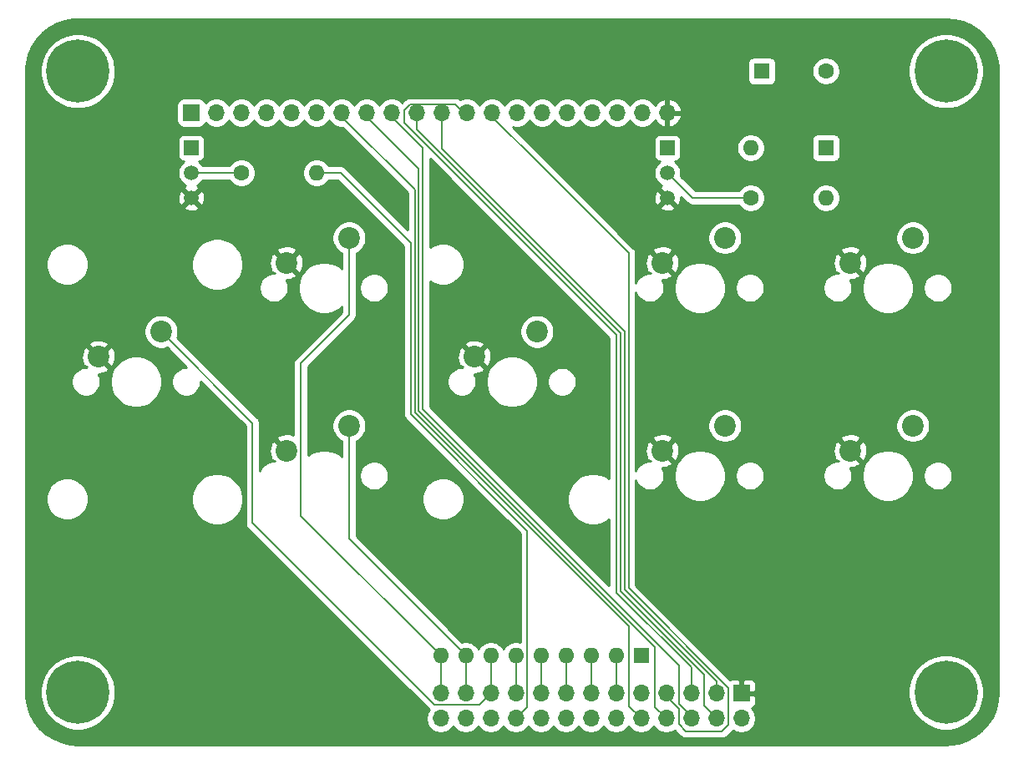
<source format=gbl>
G04 #@! TF.GenerationSoftware,KiCad,Pcbnew,5.1.10*
G04 #@! TF.CreationDate,2022-04-10T18:55:37-07:00*
G04 #@! TF.ProjectId,Z-FIGHTER_Accessory_Board,5a2d4649-4748-4544-9552-5f4163636573,rev?*
G04 #@! TF.SameCoordinates,Original*
G04 #@! TF.FileFunction,Copper,L2,Bot*
G04 #@! TF.FilePolarity,Positive*
%FSLAX46Y46*%
G04 Gerber Fmt 4.6, Leading zero omitted, Abs format (unit mm)*
G04 Created by KiCad (PCBNEW 5.1.10) date 2022-04-10 18:55:37*
%MOMM*%
%LPD*%
G01*
G04 APERTURE LIST*
G04 #@! TA.AperFunction,ComponentPad*
%ADD10O,1.700000X1.700000*%
G04 #@! TD*
G04 #@! TA.AperFunction,ComponentPad*
%ADD11R,1.700000X1.700000*%
G04 #@! TD*
G04 #@! TA.AperFunction,ComponentPad*
%ADD12C,2.200000*%
G04 #@! TD*
G04 #@! TA.AperFunction,ComponentPad*
%ADD13R,1.600000X1.600000*%
G04 #@! TD*
G04 #@! TA.AperFunction,ComponentPad*
%ADD14O,1.600000X1.600000*%
G04 #@! TD*
G04 #@! TA.AperFunction,ComponentPad*
%ADD15C,6.400000*%
G04 #@! TD*
G04 #@! TA.AperFunction,ComponentPad*
%ADD16C,1.600000*%
G04 #@! TD*
G04 #@! TA.AperFunction,ComponentPad*
%ADD17R,1.500000X1.500000*%
G04 #@! TD*
G04 #@! TA.AperFunction,ComponentPad*
%ADD18C,1.500000*%
G04 #@! TD*
G04 #@! TA.AperFunction,Conductor*
%ADD19C,0.203200*%
G04 #@! TD*
G04 #@! TA.AperFunction,Conductor*
%ADD20C,0.254000*%
G04 #@! TD*
G04 #@! TA.AperFunction,Conductor*
%ADD21C,0.100000*%
G04 #@! TD*
G04 APERTURE END LIST*
D10*
X106780000Y-166649000D03*
X106780000Y-164109000D03*
X109320000Y-166649000D03*
X109320000Y-164109000D03*
X111860000Y-166649000D03*
X111860000Y-164109000D03*
X114400000Y-166649000D03*
X114400000Y-164109000D03*
X116940000Y-166649000D03*
X116940000Y-164109000D03*
X119480000Y-166649000D03*
X119480000Y-164109000D03*
X122020000Y-166649000D03*
X122020000Y-164109000D03*
X124560000Y-166649000D03*
X124560000Y-164109000D03*
X127100000Y-166649000D03*
X127100000Y-164109000D03*
X129640000Y-166649000D03*
X129640000Y-164109000D03*
X132180000Y-166649000D03*
X132180000Y-164109000D03*
X134720000Y-166649000D03*
X134720000Y-164109000D03*
X137260000Y-166649000D03*
D11*
X137260000Y-164109000D03*
X81500000Y-105224000D03*
D10*
X84040000Y-105224000D03*
X86580000Y-105224000D03*
X89120000Y-105224000D03*
X91660000Y-105224000D03*
X94200000Y-105224000D03*
X96740000Y-105224000D03*
X99280000Y-105224000D03*
X101820000Y-105224000D03*
X104360000Y-105224000D03*
X106900000Y-105224000D03*
X109440000Y-105224000D03*
X111980000Y-105224000D03*
X114520000Y-105224000D03*
X117060000Y-105224000D03*
X119600000Y-105224000D03*
X122140000Y-105224000D03*
X124680000Y-105224000D03*
X127220000Y-105224000D03*
X129760000Y-105224000D03*
D12*
X116540000Y-127420000D03*
X110190000Y-129960000D03*
X154640000Y-136945000D03*
X148290000Y-139485000D03*
X135590000Y-136945000D03*
X129240000Y-139485000D03*
X154640000Y-117895000D03*
X148290000Y-120435000D03*
X135590000Y-117895000D03*
X129240000Y-120435000D03*
X91140000Y-139485000D03*
X97490000Y-136945000D03*
X97490000Y-117895000D03*
X91140000Y-120435000D03*
X78440000Y-127420000D03*
X72090000Y-129960000D03*
D13*
X145825000Y-108780000D03*
D14*
X138205000Y-108780000D03*
D15*
X158000000Y-101000000D03*
D13*
X127100000Y-160261000D03*
D14*
X124560000Y-160261000D03*
X122020000Y-160261000D03*
X119480000Y-160261000D03*
X116940000Y-160261000D03*
X114400000Y-160261000D03*
X111860000Y-160261000D03*
X109320000Y-160261000D03*
X106780000Y-160261000D03*
D15*
X158000000Y-164000000D03*
X70000000Y-101000000D03*
X70000000Y-164000000D03*
D16*
X138205000Y-113860000D03*
D14*
X145825000Y-113860000D03*
X94200000Y-111320000D03*
D16*
X86580000Y-111320000D03*
D13*
X139325000Y-101000000D03*
D16*
X145825000Y-101000000D03*
D17*
X81500000Y-108780000D03*
D18*
X81500000Y-113860000D03*
X81500000Y-111320000D03*
D17*
X129760000Y-108780000D03*
D18*
X129760000Y-113860000D03*
X129760000Y-111320000D03*
D19*
X134720000Y-162874750D02*
X134720000Y-164109000D01*
X125423589Y-153578340D02*
X134720000Y-162874750D01*
X106900000Y-105605000D02*
X106900000Y-108900499D01*
X125423589Y-127424087D02*
X125423589Y-153578340D01*
X106900000Y-108900499D02*
X125423589Y-127424087D01*
X134720000Y-166649000D02*
X133450000Y-165379000D01*
X133450000Y-162179501D02*
X125017178Y-153746680D01*
X125017178Y-127592427D02*
X104360000Y-106935250D01*
X104360000Y-106935250D02*
X104360000Y-105605000D01*
X125017178Y-153746680D02*
X125017178Y-127592427D01*
X133450000Y-165379000D02*
X133450000Y-162179501D01*
X103670000Y-104400000D02*
X108235000Y-104400000D01*
X103120000Y-106270000D02*
X103120000Y-104950000D01*
X108235000Y-104400000D02*
X109440000Y-105605000D01*
X124610767Y-127760767D02*
X103120000Y-106270000D01*
X124610767Y-153915020D02*
X124610767Y-127760767D01*
X132180000Y-161484252D02*
X124610767Y-153915020D01*
X103120000Y-104950000D02*
X103670000Y-104400000D01*
X132180000Y-164109000D02*
X132180000Y-161484252D01*
X104969233Y-108754233D02*
X101820000Y-105605000D01*
X104969233Y-135299731D02*
X104969233Y-108754233D01*
X130910000Y-161240498D02*
X104969233Y-135299731D01*
X130910000Y-165130000D02*
X130910000Y-161240498D01*
X132180000Y-166400000D02*
X130910000Y-165130000D01*
X132180000Y-166649000D02*
X132180000Y-166400000D01*
X135954100Y-163534100D02*
X125830000Y-153410000D01*
X116768590Y-110393590D02*
X111980000Y-105605000D01*
X125830000Y-153410000D02*
X125830000Y-119455000D01*
X135954100Y-167285900D02*
X135954100Y-163534100D01*
X125830000Y-119455000D02*
X116768590Y-110393590D01*
X135300000Y-167940000D02*
X135954100Y-167285900D01*
X131610000Y-167940000D02*
X135300000Y-167940000D01*
X130910000Y-167240000D02*
X131610000Y-167940000D01*
X130910000Y-165704750D02*
X130910000Y-167240000D01*
X129640000Y-164434750D02*
X130910000Y-165704750D01*
X129640000Y-164109000D02*
X129640000Y-164434750D01*
X104562822Y-110887822D02*
X99280000Y-105605000D01*
X104562822Y-135468071D02*
X104562822Y-110887822D01*
X128485199Y-159390448D02*
X104562822Y-135468071D01*
X128485199Y-165494199D02*
X128485199Y-159390448D01*
X129640000Y-166649000D02*
X128485199Y-165494199D01*
X104156411Y-113021411D02*
X96740000Y-105605000D01*
X104156411Y-135636411D02*
X104156411Y-113021411D01*
X125840000Y-157320000D02*
X104156411Y-135636411D01*
X125840000Y-165389000D02*
X125840000Y-157320000D01*
X127100000Y-166649000D02*
X125840000Y-165389000D01*
X124560000Y-160261000D02*
X124560000Y-164109000D01*
X122020000Y-160261000D02*
X122020000Y-164109000D01*
X119480000Y-160261000D02*
X119480000Y-164109000D01*
X116940000Y-160261000D02*
X116940000Y-164109000D01*
X114400000Y-160261000D02*
X114400000Y-164109000D01*
X103750000Y-118430000D02*
X96640000Y-111320000D01*
X103750000Y-135804750D02*
X103750000Y-118430000D01*
X115554801Y-147609551D02*
X103750000Y-135804750D01*
X115554801Y-165494199D02*
X115554801Y-147609551D01*
X96640000Y-111320000D02*
X94200000Y-111320000D01*
X114400000Y-166649000D02*
X115554801Y-165494199D01*
X111860000Y-160261000D02*
X111860000Y-164109000D01*
X78440000Y-127420000D02*
X87710000Y-136690000D01*
X87710000Y-136690000D02*
X87710000Y-146830000D01*
X87710000Y-146830000D02*
X106143801Y-165263801D01*
X106143801Y-165263801D02*
X110705199Y-165263801D01*
X110705199Y-165263801D02*
X111860000Y-164109000D01*
X109320000Y-160261000D02*
X109320000Y-164109000D01*
X97490000Y-148431000D02*
X109320000Y-160261000D01*
X97490000Y-136945000D02*
X97490000Y-148431000D01*
X106780000Y-164109000D02*
X106780000Y-160261000D01*
X97490000Y-125729400D02*
X97490000Y-117895000D01*
X92596000Y-130623400D02*
X97490000Y-125729400D01*
X92596000Y-146077000D02*
X92596000Y-130623400D01*
X106780000Y-160261000D02*
X92596000Y-146077000D01*
X81500000Y-111320000D02*
X86580000Y-111320000D01*
X132300000Y-113860000D02*
X138205000Y-113860000D01*
X129760000Y-111320000D02*
X132300000Y-113860000D01*
X81500000Y-108780000D02*
X81600000Y-108880000D01*
D20*
X158863608Y-95783397D02*
X159704010Y-95994491D01*
X160498664Y-96340017D01*
X161226206Y-96810685D01*
X161867110Y-97393864D01*
X162404155Y-98073881D01*
X162822930Y-98832489D01*
X163112180Y-99649306D01*
X163266323Y-100514656D01*
X163290000Y-101016736D01*
X163290001Y-163970846D01*
X163216603Y-164863606D01*
X163005509Y-165704010D01*
X162659983Y-166498664D01*
X162189315Y-167226206D01*
X161606136Y-167867110D01*
X160926115Y-168404159D01*
X160167507Y-168822932D01*
X159350692Y-169112181D01*
X158485344Y-169266323D01*
X157983265Y-169290000D01*
X70029142Y-169290000D01*
X69136394Y-169216603D01*
X68295990Y-169005509D01*
X67501336Y-168659983D01*
X66773794Y-168189315D01*
X66132890Y-167606136D01*
X65595841Y-166926115D01*
X65177068Y-166167507D01*
X64887819Y-165350692D01*
X64733677Y-164485344D01*
X64710000Y-163983265D01*
X64710000Y-163622285D01*
X66165000Y-163622285D01*
X66165000Y-164377715D01*
X66312377Y-165118628D01*
X66601467Y-165816554D01*
X67021161Y-166444670D01*
X67555330Y-166978839D01*
X68183446Y-167398533D01*
X68881372Y-167687623D01*
X69622285Y-167835000D01*
X70377715Y-167835000D01*
X71118628Y-167687623D01*
X71816554Y-167398533D01*
X72444670Y-166978839D01*
X72978839Y-166444670D01*
X73398533Y-165816554D01*
X73687623Y-165118628D01*
X73835000Y-164377715D01*
X73835000Y-163622285D01*
X73687623Y-162881372D01*
X73398533Y-162183446D01*
X72978839Y-161555330D01*
X72444670Y-161021161D01*
X71816554Y-160601467D01*
X71118628Y-160312377D01*
X70377715Y-160165000D01*
X69622285Y-160165000D01*
X68881372Y-160312377D01*
X68183446Y-160601467D01*
X67555330Y-161021161D01*
X67021161Y-161555330D01*
X66601467Y-162183446D01*
X66312377Y-162881372D01*
X66165000Y-163622285D01*
X64710000Y-163622285D01*
X64710000Y-144187259D01*
X66740000Y-144187259D01*
X66740000Y-144612741D01*
X66823008Y-145030049D01*
X66985833Y-145423144D01*
X67222219Y-145776920D01*
X67523080Y-146077781D01*
X67876856Y-146314167D01*
X68269951Y-146476992D01*
X68687259Y-146560000D01*
X69112741Y-146560000D01*
X69530049Y-146476992D01*
X69923144Y-146314167D01*
X70276920Y-146077781D01*
X70577781Y-145776920D01*
X70814167Y-145423144D01*
X70976992Y-145030049D01*
X71060000Y-144612741D01*
X71060000Y-144187259D01*
X71050695Y-144140475D01*
X81505000Y-144140475D01*
X81505000Y-144659525D01*
X81606261Y-145168601D01*
X81804893Y-145648141D01*
X82093262Y-146079715D01*
X82460285Y-146446738D01*
X82891859Y-146735107D01*
X83371399Y-146933739D01*
X83880475Y-147035000D01*
X84399525Y-147035000D01*
X84908601Y-146933739D01*
X85388141Y-146735107D01*
X85819715Y-146446738D01*
X86186738Y-146079715D01*
X86475107Y-145648141D01*
X86673739Y-145168601D01*
X86775000Y-144659525D01*
X86775000Y-144140475D01*
X86673739Y-143631399D01*
X86475107Y-143151859D01*
X86186738Y-142720285D01*
X85819715Y-142353262D01*
X85388141Y-142064893D01*
X84908601Y-141866261D01*
X84399525Y-141765000D01*
X83880475Y-141765000D01*
X83371399Y-141866261D01*
X82891859Y-142064893D01*
X82460285Y-142353262D01*
X82093262Y-142720285D01*
X81804893Y-143151859D01*
X81606261Y-143631399D01*
X81505000Y-144140475D01*
X71050695Y-144140475D01*
X70976992Y-143769951D01*
X70814167Y-143376856D01*
X70577781Y-143023080D01*
X70276920Y-142722219D01*
X69923144Y-142485833D01*
X69530049Y-142323008D01*
X69112741Y-142240000D01*
X68687259Y-142240000D01*
X68269951Y-142323008D01*
X67876856Y-142485833D01*
X67523080Y-142722219D01*
X67222219Y-143023080D01*
X66985833Y-143376856D01*
X66823008Y-143769951D01*
X66740000Y-144187259D01*
X64710000Y-144187259D01*
X64710000Y-132353740D01*
X69335000Y-132353740D01*
X69335000Y-132646260D01*
X69392068Y-132933158D01*
X69504010Y-133203411D01*
X69666525Y-133446632D01*
X69873368Y-133653475D01*
X70116589Y-133815990D01*
X70386842Y-133927932D01*
X70673740Y-133985000D01*
X70966260Y-133985000D01*
X71253158Y-133927932D01*
X71523411Y-133815990D01*
X71766632Y-133653475D01*
X71973475Y-133446632D01*
X72135990Y-133203411D01*
X72247932Y-132933158D01*
X72305000Y-132646260D01*
X72305000Y-132353740D01*
X72282471Y-132240475D01*
X73265000Y-132240475D01*
X73265000Y-132759525D01*
X73366261Y-133268601D01*
X73564893Y-133748141D01*
X73853262Y-134179715D01*
X74220285Y-134546738D01*
X74651859Y-134835107D01*
X75131399Y-135033739D01*
X75640475Y-135135000D01*
X76159525Y-135135000D01*
X76668601Y-135033739D01*
X77148141Y-134835107D01*
X77579715Y-134546738D01*
X77946738Y-134179715D01*
X78235107Y-133748141D01*
X78433739Y-133268601D01*
X78535000Y-132759525D01*
X78535000Y-132240475D01*
X78433739Y-131731399D01*
X78235107Y-131251859D01*
X77946738Y-130820285D01*
X77579715Y-130453262D01*
X77148141Y-130164893D01*
X76668601Y-129966261D01*
X76159525Y-129865000D01*
X75640475Y-129865000D01*
X75131399Y-129966261D01*
X74651859Y-130164893D01*
X74220285Y-130453262D01*
X73853262Y-130820285D01*
X73564893Y-131251859D01*
X73366261Y-131731399D01*
X73265000Y-132240475D01*
X72282471Y-132240475D01*
X72247932Y-132066842D01*
X72135990Y-131796589D01*
X72069650Y-131697304D01*
X72148639Y-131702409D01*
X72487439Y-131657489D01*
X72810966Y-131547336D01*
X73009274Y-131441338D01*
X73117107Y-131166712D01*
X72090000Y-130139605D01*
X72075858Y-130153748D01*
X71896253Y-129974143D01*
X71910395Y-129960000D01*
X72269605Y-129960000D01*
X73296712Y-130987107D01*
X73571338Y-130879274D01*
X73722216Y-130572616D01*
X73810369Y-130242415D01*
X73832409Y-129901361D01*
X73787489Y-129562561D01*
X73677336Y-129239034D01*
X73571338Y-129040726D01*
X73296712Y-128932893D01*
X72269605Y-129960000D01*
X71910395Y-129960000D01*
X70883288Y-128932893D01*
X70608662Y-129040726D01*
X70457784Y-129347384D01*
X70369631Y-129677585D01*
X70347591Y-130018639D01*
X70392511Y-130357439D01*
X70502664Y-130680966D01*
X70608662Y-130879274D01*
X70883286Y-130987106D01*
X70855392Y-131015000D01*
X70673740Y-131015000D01*
X70386842Y-131072068D01*
X70116589Y-131184010D01*
X69873368Y-131346525D01*
X69666525Y-131553368D01*
X69504010Y-131796589D01*
X69392068Y-132066842D01*
X69335000Y-132353740D01*
X64710000Y-132353740D01*
X64710000Y-128753288D01*
X71062893Y-128753288D01*
X72090000Y-129780395D01*
X73117107Y-128753288D01*
X73009274Y-128478662D01*
X72702616Y-128327784D01*
X72372415Y-128239631D01*
X72031361Y-128217591D01*
X71692561Y-128262511D01*
X71369034Y-128372664D01*
X71170726Y-128478662D01*
X71062893Y-128753288D01*
X64710000Y-128753288D01*
X64710000Y-127249117D01*
X76705000Y-127249117D01*
X76705000Y-127590883D01*
X76771675Y-127926081D01*
X76902463Y-128241831D01*
X77092337Y-128525998D01*
X77334002Y-128767663D01*
X77618169Y-128957537D01*
X77933919Y-129088325D01*
X78269117Y-129155000D01*
X78610883Y-129155000D01*
X78946081Y-129088325D01*
X79031312Y-129053021D01*
X80993291Y-131015000D01*
X80833740Y-131015000D01*
X80546842Y-131072068D01*
X80276589Y-131184010D01*
X80033368Y-131346525D01*
X79826525Y-131553368D01*
X79664010Y-131796589D01*
X79552068Y-132066842D01*
X79495000Y-132353740D01*
X79495000Y-132646260D01*
X79552068Y-132933158D01*
X79664010Y-133203411D01*
X79826525Y-133446632D01*
X80033368Y-133653475D01*
X80276589Y-133815990D01*
X80546842Y-133927932D01*
X80833740Y-133985000D01*
X81126260Y-133985000D01*
X81413158Y-133927932D01*
X81683411Y-133815990D01*
X81926632Y-133653475D01*
X82133475Y-133446632D01*
X82295990Y-133203411D01*
X82407932Y-132933158D01*
X82465000Y-132646260D01*
X82465000Y-132486709D01*
X86973400Y-136995110D01*
X86973401Y-146793807D01*
X86969836Y-146830000D01*
X86979265Y-146925729D01*
X86984059Y-146974399D01*
X87026179Y-147113249D01*
X87094577Y-147241213D01*
X87186626Y-147353375D01*
X87214732Y-147376441D01*
X105592132Y-165753841D01*
X105464010Y-165945589D01*
X105352068Y-166215842D01*
X105295000Y-166502740D01*
X105295000Y-166795260D01*
X105352068Y-167082158D01*
X105464010Y-167352411D01*
X105626525Y-167595632D01*
X105833368Y-167802475D01*
X106076589Y-167964990D01*
X106346842Y-168076932D01*
X106633740Y-168134000D01*
X106926260Y-168134000D01*
X107213158Y-168076932D01*
X107483411Y-167964990D01*
X107726632Y-167802475D01*
X107933475Y-167595632D01*
X108050000Y-167421240D01*
X108166525Y-167595632D01*
X108373368Y-167802475D01*
X108616589Y-167964990D01*
X108886842Y-168076932D01*
X109173740Y-168134000D01*
X109466260Y-168134000D01*
X109753158Y-168076932D01*
X110023411Y-167964990D01*
X110266632Y-167802475D01*
X110473475Y-167595632D01*
X110590000Y-167421240D01*
X110706525Y-167595632D01*
X110913368Y-167802475D01*
X111156589Y-167964990D01*
X111426842Y-168076932D01*
X111713740Y-168134000D01*
X112006260Y-168134000D01*
X112293158Y-168076932D01*
X112563411Y-167964990D01*
X112806632Y-167802475D01*
X113013475Y-167595632D01*
X113130000Y-167421240D01*
X113246525Y-167595632D01*
X113453368Y-167802475D01*
X113696589Y-167964990D01*
X113966842Y-168076932D01*
X114253740Y-168134000D01*
X114546260Y-168134000D01*
X114833158Y-168076932D01*
X115103411Y-167964990D01*
X115346632Y-167802475D01*
X115553475Y-167595632D01*
X115670000Y-167421240D01*
X115786525Y-167595632D01*
X115993368Y-167802475D01*
X116236589Y-167964990D01*
X116506842Y-168076932D01*
X116793740Y-168134000D01*
X117086260Y-168134000D01*
X117373158Y-168076932D01*
X117643411Y-167964990D01*
X117886632Y-167802475D01*
X118093475Y-167595632D01*
X118210000Y-167421240D01*
X118326525Y-167595632D01*
X118533368Y-167802475D01*
X118776589Y-167964990D01*
X119046842Y-168076932D01*
X119333740Y-168134000D01*
X119626260Y-168134000D01*
X119913158Y-168076932D01*
X120183411Y-167964990D01*
X120426632Y-167802475D01*
X120633475Y-167595632D01*
X120750000Y-167421240D01*
X120866525Y-167595632D01*
X121073368Y-167802475D01*
X121316589Y-167964990D01*
X121586842Y-168076932D01*
X121873740Y-168134000D01*
X122166260Y-168134000D01*
X122453158Y-168076932D01*
X122723411Y-167964990D01*
X122966632Y-167802475D01*
X123173475Y-167595632D01*
X123290000Y-167421240D01*
X123406525Y-167595632D01*
X123613368Y-167802475D01*
X123856589Y-167964990D01*
X124126842Y-168076932D01*
X124413740Y-168134000D01*
X124706260Y-168134000D01*
X124993158Y-168076932D01*
X125263411Y-167964990D01*
X125506632Y-167802475D01*
X125713475Y-167595632D01*
X125830000Y-167421240D01*
X125946525Y-167595632D01*
X126153368Y-167802475D01*
X126396589Y-167964990D01*
X126666842Y-168076932D01*
X126953740Y-168134000D01*
X127246260Y-168134000D01*
X127533158Y-168076932D01*
X127803411Y-167964990D01*
X128046632Y-167802475D01*
X128253475Y-167595632D01*
X128370000Y-167421240D01*
X128486525Y-167595632D01*
X128693368Y-167802475D01*
X128936589Y-167964990D01*
X129206842Y-168076932D01*
X129493740Y-168134000D01*
X129786260Y-168134000D01*
X130073158Y-168076932D01*
X130343411Y-167964990D01*
X130493197Y-167864906D01*
X131063554Y-168435263D01*
X131086625Y-168463375D01*
X131198787Y-168555424D01*
X131326751Y-168623822D01*
X131465601Y-168665942D01*
X131573814Y-168676600D01*
X131573823Y-168676600D01*
X131609999Y-168680163D01*
X131646175Y-168676600D01*
X135263817Y-168676600D01*
X135300000Y-168680164D01*
X135336183Y-168676600D01*
X135336186Y-168676600D01*
X135444399Y-168665942D01*
X135583249Y-168623822D01*
X135711213Y-168555424D01*
X135823375Y-168463375D01*
X135846445Y-168435264D01*
X136412798Y-167868912D01*
X136556589Y-167964990D01*
X136826842Y-168076932D01*
X137113740Y-168134000D01*
X137406260Y-168134000D01*
X137693158Y-168076932D01*
X137963411Y-167964990D01*
X138206632Y-167802475D01*
X138413475Y-167595632D01*
X138575990Y-167352411D01*
X138687932Y-167082158D01*
X138745000Y-166795260D01*
X138745000Y-166502740D01*
X138687932Y-166215842D01*
X138575990Y-165945589D01*
X138413475Y-165702368D01*
X138281620Y-165570513D01*
X138354180Y-165548502D01*
X138464494Y-165489537D01*
X138561185Y-165410185D01*
X138640537Y-165313494D01*
X138699502Y-165203180D01*
X138735812Y-165083482D01*
X138748072Y-164959000D01*
X138745000Y-164394750D01*
X138586250Y-164236000D01*
X137387000Y-164236000D01*
X137387000Y-164256000D01*
X137133000Y-164256000D01*
X137133000Y-164236000D01*
X137113000Y-164236000D01*
X137113000Y-163982000D01*
X137133000Y-163982000D01*
X137133000Y-162782750D01*
X137387000Y-162782750D01*
X137387000Y-163982000D01*
X138586250Y-163982000D01*
X138745000Y-163823250D01*
X138746094Y-163622285D01*
X154165000Y-163622285D01*
X154165000Y-164377715D01*
X154312377Y-165118628D01*
X154601467Y-165816554D01*
X155021161Y-166444670D01*
X155555330Y-166978839D01*
X156183446Y-167398533D01*
X156881372Y-167687623D01*
X157622285Y-167835000D01*
X158377715Y-167835000D01*
X159118628Y-167687623D01*
X159816554Y-167398533D01*
X160444670Y-166978839D01*
X160978839Y-166444670D01*
X161398533Y-165816554D01*
X161687623Y-165118628D01*
X161835000Y-164377715D01*
X161835000Y-163622285D01*
X161687623Y-162881372D01*
X161398533Y-162183446D01*
X160978839Y-161555330D01*
X160444670Y-161021161D01*
X159816554Y-160601467D01*
X159118628Y-160312377D01*
X158377715Y-160165000D01*
X157622285Y-160165000D01*
X156881372Y-160312377D01*
X156183446Y-160601467D01*
X155555330Y-161021161D01*
X155021161Y-161555330D01*
X154601467Y-162183446D01*
X154312377Y-162881372D01*
X154165000Y-163622285D01*
X138746094Y-163622285D01*
X138748072Y-163259000D01*
X138735812Y-163134518D01*
X138699502Y-163014820D01*
X138640537Y-162904506D01*
X138561185Y-162807815D01*
X138464494Y-162728463D01*
X138354180Y-162669498D01*
X138234482Y-162633188D01*
X138110000Y-162620928D01*
X137545750Y-162624000D01*
X137387000Y-162782750D01*
X137133000Y-162782750D01*
X136974250Y-162624000D01*
X136410000Y-162620928D01*
X136285518Y-162633188D01*
X136165820Y-162669498D01*
X136143264Y-162681554D01*
X126566600Y-153104891D01*
X126566600Y-142517384D01*
X126654010Y-142728411D01*
X126816525Y-142971632D01*
X127023368Y-143178475D01*
X127266589Y-143340990D01*
X127536842Y-143452932D01*
X127823740Y-143510000D01*
X128116260Y-143510000D01*
X128403158Y-143452932D01*
X128673411Y-143340990D01*
X128916632Y-143178475D01*
X129123475Y-142971632D01*
X129285990Y-142728411D01*
X129397932Y-142458158D01*
X129455000Y-142171260D01*
X129455000Y-141878740D01*
X129432471Y-141765475D01*
X130415000Y-141765475D01*
X130415000Y-142284525D01*
X130516261Y-142793601D01*
X130714893Y-143273141D01*
X131003262Y-143704715D01*
X131370285Y-144071738D01*
X131801859Y-144360107D01*
X132281399Y-144558739D01*
X132790475Y-144660000D01*
X133309525Y-144660000D01*
X133818601Y-144558739D01*
X134298141Y-144360107D01*
X134729715Y-144071738D01*
X135096738Y-143704715D01*
X135385107Y-143273141D01*
X135583739Y-142793601D01*
X135685000Y-142284525D01*
X135685000Y-141878740D01*
X136645000Y-141878740D01*
X136645000Y-142171260D01*
X136702068Y-142458158D01*
X136814010Y-142728411D01*
X136976525Y-142971632D01*
X137183368Y-143178475D01*
X137426589Y-143340990D01*
X137696842Y-143452932D01*
X137983740Y-143510000D01*
X138276260Y-143510000D01*
X138563158Y-143452932D01*
X138833411Y-143340990D01*
X139076632Y-143178475D01*
X139283475Y-142971632D01*
X139445990Y-142728411D01*
X139557932Y-142458158D01*
X139615000Y-142171260D01*
X139615000Y-141878740D01*
X145535000Y-141878740D01*
X145535000Y-142171260D01*
X145592068Y-142458158D01*
X145704010Y-142728411D01*
X145866525Y-142971632D01*
X146073368Y-143178475D01*
X146316589Y-143340990D01*
X146586842Y-143452932D01*
X146873740Y-143510000D01*
X147166260Y-143510000D01*
X147453158Y-143452932D01*
X147723411Y-143340990D01*
X147966632Y-143178475D01*
X148173475Y-142971632D01*
X148335990Y-142728411D01*
X148447932Y-142458158D01*
X148505000Y-142171260D01*
X148505000Y-141878740D01*
X148482471Y-141765475D01*
X149465000Y-141765475D01*
X149465000Y-142284525D01*
X149566261Y-142793601D01*
X149764893Y-143273141D01*
X150053262Y-143704715D01*
X150420285Y-144071738D01*
X150851859Y-144360107D01*
X151331399Y-144558739D01*
X151840475Y-144660000D01*
X152359525Y-144660000D01*
X152868601Y-144558739D01*
X153348141Y-144360107D01*
X153779715Y-144071738D01*
X154146738Y-143704715D01*
X154435107Y-143273141D01*
X154633739Y-142793601D01*
X154735000Y-142284525D01*
X154735000Y-141878740D01*
X155695000Y-141878740D01*
X155695000Y-142171260D01*
X155752068Y-142458158D01*
X155864010Y-142728411D01*
X156026525Y-142971632D01*
X156233368Y-143178475D01*
X156476589Y-143340990D01*
X156746842Y-143452932D01*
X157033740Y-143510000D01*
X157326260Y-143510000D01*
X157613158Y-143452932D01*
X157883411Y-143340990D01*
X158126632Y-143178475D01*
X158333475Y-142971632D01*
X158495990Y-142728411D01*
X158607932Y-142458158D01*
X158665000Y-142171260D01*
X158665000Y-141878740D01*
X158607932Y-141591842D01*
X158495990Y-141321589D01*
X158333475Y-141078368D01*
X158126632Y-140871525D01*
X157883411Y-140709010D01*
X157613158Y-140597068D01*
X157326260Y-140540000D01*
X157033740Y-140540000D01*
X156746842Y-140597068D01*
X156476589Y-140709010D01*
X156233368Y-140871525D01*
X156026525Y-141078368D01*
X155864010Y-141321589D01*
X155752068Y-141591842D01*
X155695000Y-141878740D01*
X154735000Y-141878740D01*
X154735000Y-141765475D01*
X154633739Y-141256399D01*
X154435107Y-140776859D01*
X154146738Y-140345285D01*
X153779715Y-139978262D01*
X153348141Y-139689893D01*
X152868601Y-139491261D01*
X152359525Y-139390000D01*
X151840475Y-139390000D01*
X151331399Y-139491261D01*
X150851859Y-139689893D01*
X150420285Y-139978262D01*
X150053262Y-140345285D01*
X149764893Y-140776859D01*
X149566261Y-141256399D01*
X149465000Y-141765475D01*
X148482471Y-141765475D01*
X148447932Y-141591842D01*
X148335990Y-141321589D01*
X148269650Y-141222304D01*
X148348639Y-141227409D01*
X148687439Y-141182489D01*
X149010966Y-141072336D01*
X149209274Y-140966338D01*
X149317107Y-140691712D01*
X148290000Y-139664605D01*
X148275858Y-139678748D01*
X148096253Y-139499143D01*
X148110395Y-139485000D01*
X148469605Y-139485000D01*
X149496712Y-140512107D01*
X149771338Y-140404274D01*
X149922216Y-140097616D01*
X150010369Y-139767415D01*
X150032409Y-139426361D01*
X149987489Y-139087561D01*
X149877336Y-138764034D01*
X149771338Y-138565726D01*
X149496712Y-138457893D01*
X148469605Y-139485000D01*
X148110395Y-139485000D01*
X147083288Y-138457893D01*
X146808662Y-138565726D01*
X146657784Y-138872384D01*
X146569631Y-139202585D01*
X146547591Y-139543639D01*
X146592511Y-139882439D01*
X146702664Y-140205966D01*
X146808662Y-140404274D01*
X147083286Y-140512106D01*
X147055392Y-140540000D01*
X146873740Y-140540000D01*
X146586842Y-140597068D01*
X146316589Y-140709010D01*
X146073368Y-140871525D01*
X145866525Y-141078368D01*
X145704010Y-141321589D01*
X145592068Y-141591842D01*
X145535000Y-141878740D01*
X139615000Y-141878740D01*
X139557932Y-141591842D01*
X139445990Y-141321589D01*
X139283475Y-141078368D01*
X139076632Y-140871525D01*
X138833411Y-140709010D01*
X138563158Y-140597068D01*
X138276260Y-140540000D01*
X137983740Y-140540000D01*
X137696842Y-140597068D01*
X137426589Y-140709010D01*
X137183368Y-140871525D01*
X136976525Y-141078368D01*
X136814010Y-141321589D01*
X136702068Y-141591842D01*
X136645000Y-141878740D01*
X135685000Y-141878740D01*
X135685000Y-141765475D01*
X135583739Y-141256399D01*
X135385107Y-140776859D01*
X135096738Y-140345285D01*
X134729715Y-139978262D01*
X134298141Y-139689893D01*
X133818601Y-139491261D01*
X133309525Y-139390000D01*
X132790475Y-139390000D01*
X132281399Y-139491261D01*
X131801859Y-139689893D01*
X131370285Y-139978262D01*
X131003262Y-140345285D01*
X130714893Y-140776859D01*
X130516261Y-141256399D01*
X130415000Y-141765475D01*
X129432471Y-141765475D01*
X129397932Y-141591842D01*
X129285990Y-141321589D01*
X129219650Y-141222304D01*
X129298639Y-141227409D01*
X129637439Y-141182489D01*
X129960966Y-141072336D01*
X130159274Y-140966338D01*
X130267107Y-140691712D01*
X129240000Y-139664605D01*
X129225858Y-139678748D01*
X129046253Y-139499143D01*
X129060395Y-139485000D01*
X129419605Y-139485000D01*
X130446712Y-140512107D01*
X130721338Y-140404274D01*
X130872216Y-140097616D01*
X130960369Y-139767415D01*
X130982409Y-139426361D01*
X130937489Y-139087561D01*
X130827336Y-138764034D01*
X130721338Y-138565726D01*
X130446712Y-138457893D01*
X129419605Y-139485000D01*
X129060395Y-139485000D01*
X128033288Y-138457893D01*
X127758662Y-138565726D01*
X127607784Y-138872384D01*
X127519631Y-139202585D01*
X127497591Y-139543639D01*
X127542511Y-139882439D01*
X127652664Y-140205966D01*
X127758662Y-140404274D01*
X128033286Y-140512106D01*
X128005392Y-140540000D01*
X127823740Y-140540000D01*
X127536842Y-140597068D01*
X127266589Y-140709010D01*
X127023368Y-140871525D01*
X126816525Y-141078368D01*
X126654010Y-141321589D01*
X126566600Y-141532616D01*
X126566600Y-138278288D01*
X128212893Y-138278288D01*
X129240000Y-139305395D01*
X130267107Y-138278288D01*
X130159274Y-138003662D01*
X129852616Y-137852784D01*
X129522415Y-137764631D01*
X129181361Y-137742591D01*
X128842561Y-137787511D01*
X128519034Y-137897664D01*
X128320726Y-138003662D01*
X128212893Y-138278288D01*
X126566600Y-138278288D01*
X126566600Y-136774117D01*
X133855000Y-136774117D01*
X133855000Y-137115883D01*
X133921675Y-137451081D01*
X134052463Y-137766831D01*
X134242337Y-138050998D01*
X134484002Y-138292663D01*
X134768169Y-138482537D01*
X135083919Y-138613325D01*
X135419117Y-138680000D01*
X135760883Y-138680000D01*
X136096081Y-138613325D01*
X136411831Y-138482537D01*
X136695998Y-138292663D01*
X136710373Y-138278288D01*
X147262893Y-138278288D01*
X148290000Y-139305395D01*
X149317107Y-138278288D01*
X149209274Y-138003662D01*
X148902616Y-137852784D01*
X148572415Y-137764631D01*
X148231361Y-137742591D01*
X147892561Y-137787511D01*
X147569034Y-137897664D01*
X147370726Y-138003662D01*
X147262893Y-138278288D01*
X136710373Y-138278288D01*
X136937663Y-138050998D01*
X137127537Y-137766831D01*
X137258325Y-137451081D01*
X137325000Y-137115883D01*
X137325000Y-136774117D01*
X152905000Y-136774117D01*
X152905000Y-137115883D01*
X152971675Y-137451081D01*
X153102463Y-137766831D01*
X153292337Y-138050998D01*
X153534002Y-138292663D01*
X153818169Y-138482537D01*
X154133919Y-138613325D01*
X154469117Y-138680000D01*
X154810883Y-138680000D01*
X155146081Y-138613325D01*
X155461831Y-138482537D01*
X155745998Y-138292663D01*
X155987663Y-138050998D01*
X156177537Y-137766831D01*
X156308325Y-137451081D01*
X156375000Y-137115883D01*
X156375000Y-136774117D01*
X156308325Y-136438919D01*
X156177537Y-136123169D01*
X155987663Y-135839002D01*
X155745998Y-135597337D01*
X155461831Y-135407463D01*
X155146081Y-135276675D01*
X154810883Y-135210000D01*
X154469117Y-135210000D01*
X154133919Y-135276675D01*
X153818169Y-135407463D01*
X153534002Y-135597337D01*
X153292337Y-135839002D01*
X153102463Y-136123169D01*
X152971675Y-136438919D01*
X152905000Y-136774117D01*
X137325000Y-136774117D01*
X137258325Y-136438919D01*
X137127537Y-136123169D01*
X136937663Y-135839002D01*
X136695998Y-135597337D01*
X136411831Y-135407463D01*
X136096081Y-135276675D01*
X135760883Y-135210000D01*
X135419117Y-135210000D01*
X135083919Y-135276675D01*
X134768169Y-135407463D01*
X134484002Y-135597337D01*
X134242337Y-135839002D01*
X134052463Y-136123169D01*
X133921675Y-136438919D01*
X133855000Y-136774117D01*
X126566600Y-136774117D01*
X126566600Y-123467384D01*
X126654010Y-123678411D01*
X126816525Y-123921632D01*
X127023368Y-124128475D01*
X127266589Y-124290990D01*
X127536842Y-124402932D01*
X127823740Y-124460000D01*
X128116260Y-124460000D01*
X128403158Y-124402932D01*
X128673411Y-124290990D01*
X128916632Y-124128475D01*
X129123475Y-123921632D01*
X129285990Y-123678411D01*
X129397932Y-123408158D01*
X129455000Y-123121260D01*
X129455000Y-122828740D01*
X129432471Y-122715475D01*
X130415000Y-122715475D01*
X130415000Y-123234525D01*
X130516261Y-123743601D01*
X130714893Y-124223141D01*
X131003262Y-124654715D01*
X131370285Y-125021738D01*
X131801859Y-125310107D01*
X132281399Y-125508739D01*
X132790475Y-125610000D01*
X133309525Y-125610000D01*
X133818601Y-125508739D01*
X134298141Y-125310107D01*
X134729715Y-125021738D01*
X135096738Y-124654715D01*
X135385107Y-124223141D01*
X135583739Y-123743601D01*
X135685000Y-123234525D01*
X135685000Y-122828740D01*
X136645000Y-122828740D01*
X136645000Y-123121260D01*
X136702068Y-123408158D01*
X136814010Y-123678411D01*
X136976525Y-123921632D01*
X137183368Y-124128475D01*
X137426589Y-124290990D01*
X137696842Y-124402932D01*
X137983740Y-124460000D01*
X138276260Y-124460000D01*
X138563158Y-124402932D01*
X138833411Y-124290990D01*
X139076632Y-124128475D01*
X139283475Y-123921632D01*
X139445990Y-123678411D01*
X139557932Y-123408158D01*
X139615000Y-123121260D01*
X139615000Y-122828740D01*
X145535000Y-122828740D01*
X145535000Y-123121260D01*
X145592068Y-123408158D01*
X145704010Y-123678411D01*
X145866525Y-123921632D01*
X146073368Y-124128475D01*
X146316589Y-124290990D01*
X146586842Y-124402932D01*
X146873740Y-124460000D01*
X147166260Y-124460000D01*
X147453158Y-124402932D01*
X147723411Y-124290990D01*
X147966632Y-124128475D01*
X148173475Y-123921632D01*
X148335990Y-123678411D01*
X148447932Y-123408158D01*
X148505000Y-123121260D01*
X148505000Y-122828740D01*
X148482471Y-122715475D01*
X149465000Y-122715475D01*
X149465000Y-123234525D01*
X149566261Y-123743601D01*
X149764893Y-124223141D01*
X150053262Y-124654715D01*
X150420285Y-125021738D01*
X150851859Y-125310107D01*
X151331399Y-125508739D01*
X151840475Y-125610000D01*
X152359525Y-125610000D01*
X152868601Y-125508739D01*
X153348141Y-125310107D01*
X153779715Y-125021738D01*
X154146738Y-124654715D01*
X154435107Y-124223141D01*
X154633739Y-123743601D01*
X154735000Y-123234525D01*
X154735000Y-122828740D01*
X155695000Y-122828740D01*
X155695000Y-123121260D01*
X155752068Y-123408158D01*
X155864010Y-123678411D01*
X156026525Y-123921632D01*
X156233368Y-124128475D01*
X156476589Y-124290990D01*
X156746842Y-124402932D01*
X157033740Y-124460000D01*
X157326260Y-124460000D01*
X157613158Y-124402932D01*
X157883411Y-124290990D01*
X158126632Y-124128475D01*
X158333475Y-123921632D01*
X158495990Y-123678411D01*
X158607932Y-123408158D01*
X158665000Y-123121260D01*
X158665000Y-122828740D01*
X158607932Y-122541842D01*
X158495990Y-122271589D01*
X158333475Y-122028368D01*
X158126632Y-121821525D01*
X157883411Y-121659010D01*
X157613158Y-121547068D01*
X157326260Y-121490000D01*
X157033740Y-121490000D01*
X156746842Y-121547068D01*
X156476589Y-121659010D01*
X156233368Y-121821525D01*
X156026525Y-122028368D01*
X155864010Y-122271589D01*
X155752068Y-122541842D01*
X155695000Y-122828740D01*
X154735000Y-122828740D01*
X154735000Y-122715475D01*
X154633739Y-122206399D01*
X154435107Y-121726859D01*
X154146738Y-121295285D01*
X153779715Y-120928262D01*
X153348141Y-120639893D01*
X152868601Y-120441261D01*
X152359525Y-120340000D01*
X151840475Y-120340000D01*
X151331399Y-120441261D01*
X150851859Y-120639893D01*
X150420285Y-120928262D01*
X150053262Y-121295285D01*
X149764893Y-121726859D01*
X149566261Y-122206399D01*
X149465000Y-122715475D01*
X148482471Y-122715475D01*
X148447932Y-122541842D01*
X148335990Y-122271589D01*
X148269650Y-122172304D01*
X148348639Y-122177409D01*
X148687439Y-122132489D01*
X149010966Y-122022336D01*
X149209274Y-121916338D01*
X149317107Y-121641712D01*
X148290000Y-120614605D01*
X148275858Y-120628748D01*
X148096253Y-120449143D01*
X148110395Y-120435000D01*
X148469605Y-120435000D01*
X149496712Y-121462107D01*
X149771338Y-121354274D01*
X149922216Y-121047616D01*
X150010369Y-120717415D01*
X150032409Y-120376361D01*
X149987489Y-120037561D01*
X149877336Y-119714034D01*
X149771338Y-119515726D01*
X149496712Y-119407893D01*
X148469605Y-120435000D01*
X148110395Y-120435000D01*
X147083288Y-119407893D01*
X146808662Y-119515726D01*
X146657784Y-119822384D01*
X146569631Y-120152585D01*
X146547591Y-120493639D01*
X146592511Y-120832439D01*
X146702664Y-121155966D01*
X146808662Y-121354274D01*
X147083286Y-121462106D01*
X147055392Y-121490000D01*
X146873740Y-121490000D01*
X146586842Y-121547068D01*
X146316589Y-121659010D01*
X146073368Y-121821525D01*
X145866525Y-122028368D01*
X145704010Y-122271589D01*
X145592068Y-122541842D01*
X145535000Y-122828740D01*
X139615000Y-122828740D01*
X139557932Y-122541842D01*
X139445990Y-122271589D01*
X139283475Y-122028368D01*
X139076632Y-121821525D01*
X138833411Y-121659010D01*
X138563158Y-121547068D01*
X138276260Y-121490000D01*
X137983740Y-121490000D01*
X137696842Y-121547068D01*
X137426589Y-121659010D01*
X137183368Y-121821525D01*
X136976525Y-122028368D01*
X136814010Y-122271589D01*
X136702068Y-122541842D01*
X136645000Y-122828740D01*
X135685000Y-122828740D01*
X135685000Y-122715475D01*
X135583739Y-122206399D01*
X135385107Y-121726859D01*
X135096738Y-121295285D01*
X134729715Y-120928262D01*
X134298141Y-120639893D01*
X133818601Y-120441261D01*
X133309525Y-120340000D01*
X132790475Y-120340000D01*
X132281399Y-120441261D01*
X131801859Y-120639893D01*
X131370285Y-120928262D01*
X131003262Y-121295285D01*
X130714893Y-121726859D01*
X130516261Y-122206399D01*
X130415000Y-122715475D01*
X129432471Y-122715475D01*
X129397932Y-122541842D01*
X129285990Y-122271589D01*
X129219650Y-122172304D01*
X129298639Y-122177409D01*
X129637439Y-122132489D01*
X129960966Y-122022336D01*
X130159274Y-121916338D01*
X130267107Y-121641712D01*
X129240000Y-120614605D01*
X129225858Y-120628748D01*
X129046253Y-120449143D01*
X129060395Y-120435000D01*
X129419605Y-120435000D01*
X130446712Y-121462107D01*
X130721338Y-121354274D01*
X130872216Y-121047616D01*
X130960369Y-120717415D01*
X130982409Y-120376361D01*
X130937489Y-120037561D01*
X130827336Y-119714034D01*
X130721338Y-119515726D01*
X130446712Y-119407893D01*
X129419605Y-120435000D01*
X129060395Y-120435000D01*
X128033288Y-119407893D01*
X127758662Y-119515726D01*
X127607784Y-119822384D01*
X127519631Y-120152585D01*
X127497591Y-120493639D01*
X127542511Y-120832439D01*
X127652664Y-121155966D01*
X127758662Y-121354274D01*
X128033286Y-121462106D01*
X128005392Y-121490000D01*
X127823740Y-121490000D01*
X127536842Y-121547068D01*
X127266589Y-121659010D01*
X127023368Y-121821525D01*
X126816525Y-122028368D01*
X126654010Y-122271589D01*
X126566600Y-122482616D01*
X126566600Y-119491186D01*
X126570164Y-119455000D01*
X126555942Y-119310601D01*
X126530972Y-119228288D01*
X128212893Y-119228288D01*
X129240000Y-120255395D01*
X130267107Y-119228288D01*
X130159274Y-118953662D01*
X129852616Y-118802784D01*
X129522415Y-118714631D01*
X129181361Y-118692591D01*
X128842561Y-118737511D01*
X128519034Y-118847664D01*
X128320726Y-118953662D01*
X128212893Y-119228288D01*
X126530972Y-119228288D01*
X126513822Y-119171751D01*
X126445424Y-119043787D01*
X126353375Y-118931625D01*
X126325269Y-118908559D01*
X125140827Y-117724117D01*
X133855000Y-117724117D01*
X133855000Y-118065883D01*
X133921675Y-118401081D01*
X134052463Y-118716831D01*
X134242337Y-119000998D01*
X134484002Y-119242663D01*
X134768169Y-119432537D01*
X135083919Y-119563325D01*
X135419117Y-119630000D01*
X135760883Y-119630000D01*
X136096081Y-119563325D01*
X136411831Y-119432537D01*
X136695998Y-119242663D01*
X136710373Y-119228288D01*
X147262893Y-119228288D01*
X148290000Y-120255395D01*
X149317107Y-119228288D01*
X149209274Y-118953662D01*
X148902616Y-118802784D01*
X148572415Y-118714631D01*
X148231361Y-118692591D01*
X147892561Y-118737511D01*
X147569034Y-118847664D01*
X147370726Y-118953662D01*
X147262893Y-119228288D01*
X136710373Y-119228288D01*
X136937663Y-119000998D01*
X137127537Y-118716831D01*
X137258325Y-118401081D01*
X137325000Y-118065883D01*
X137325000Y-117724117D01*
X152905000Y-117724117D01*
X152905000Y-118065883D01*
X152971675Y-118401081D01*
X153102463Y-118716831D01*
X153292337Y-119000998D01*
X153534002Y-119242663D01*
X153818169Y-119432537D01*
X154133919Y-119563325D01*
X154469117Y-119630000D01*
X154810883Y-119630000D01*
X155146081Y-119563325D01*
X155461831Y-119432537D01*
X155745998Y-119242663D01*
X155987663Y-119000998D01*
X156177537Y-118716831D01*
X156308325Y-118401081D01*
X156375000Y-118065883D01*
X156375000Y-117724117D01*
X156308325Y-117388919D01*
X156177537Y-117073169D01*
X155987663Y-116789002D01*
X155745998Y-116547337D01*
X155461831Y-116357463D01*
X155146081Y-116226675D01*
X154810883Y-116160000D01*
X154469117Y-116160000D01*
X154133919Y-116226675D01*
X153818169Y-116357463D01*
X153534002Y-116547337D01*
X153292337Y-116789002D01*
X153102463Y-117073169D01*
X152971675Y-117388919D01*
X152905000Y-117724117D01*
X137325000Y-117724117D01*
X137258325Y-117388919D01*
X137127537Y-117073169D01*
X136937663Y-116789002D01*
X136695998Y-116547337D01*
X136411831Y-116357463D01*
X136096081Y-116226675D01*
X135760883Y-116160000D01*
X135419117Y-116160000D01*
X135083919Y-116226675D01*
X134768169Y-116357463D01*
X134484002Y-116547337D01*
X134242337Y-116789002D01*
X134052463Y-117073169D01*
X133921675Y-117388919D01*
X133855000Y-117724117D01*
X125140827Y-117724117D01*
X122233703Y-114816993D01*
X128982612Y-114816993D01*
X129048137Y-115055860D01*
X129295116Y-115171760D01*
X129559960Y-115237250D01*
X129832492Y-115249812D01*
X130102238Y-115208965D01*
X130358832Y-115116277D01*
X130471863Y-115055860D01*
X130537388Y-114816993D01*
X129760000Y-114039605D01*
X128982612Y-114816993D01*
X122233703Y-114816993D01*
X121349202Y-113932492D01*
X128370188Y-113932492D01*
X128411035Y-114202238D01*
X128503723Y-114458832D01*
X128564140Y-114571863D01*
X128803007Y-114637388D01*
X129580395Y-113860000D01*
X128803007Y-113082612D01*
X128564140Y-113148137D01*
X128448240Y-113395116D01*
X128382750Y-113659960D01*
X128370188Y-113932492D01*
X121349202Y-113932492D01*
X117315037Y-109898328D01*
X117315032Y-109898322D01*
X115446710Y-108030000D01*
X128371928Y-108030000D01*
X128371928Y-109530000D01*
X128384188Y-109654482D01*
X128420498Y-109774180D01*
X128479463Y-109884494D01*
X128558815Y-109981185D01*
X128655506Y-110060537D01*
X128765820Y-110119502D01*
X128885518Y-110155812D01*
X128993483Y-110166445D01*
X128877114Y-110244201D01*
X128684201Y-110437114D01*
X128532629Y-110663957D01*
X128428225Y-110916011D01*
X128375000Y-111183589D01*
X128375000Y-111456411D01*
X128428225Y-111723989D01*
X128532629Y-111976043D01*
X128684201Y-112202886D01*
X128877114Y-112395799D01*
X129103957Y-112547371D01*
X129203279Y-112588511D01*
X129161168Y-112603723D01*
X129048137Y-112664140D01*
X128982612Y-112903007D01*
X129760000Y-113680395D01*
X129774143Y-113666253D01*
X129953748Y-113845858D01*
X129939605Y-113860000D01*
X130716993Y-114637388D01*
X130955860Y-114571863D01*
X131071760Y-114324884D01*
X131137250Y-114060040D01*
X131149812Y-113787508D01*
X131143390Y-113745099D01*
X131753554Y-114355263D01*
X131776625Y-114383375D01*
X131888787Y-114475424D01*
X132016751Y-114543822D01*
X132155601Y-114585942D01*
X132263814Y-114596600D01*
X132263823Y-114596600D01*
X132299999Y-114600163D01*
X132336175Y-114596600D01*
X136971321Y-114596600D01*
X137090363Y-114774759D01*
X137290241Y-114974637D01*
X137525273Y-115131680D01*
X137786426Y-115239853D01*
X138063665Y-115295000D01*
X138346335Y-115295000D01*
X138623574Y-115239853D01*
X138884727Y-115131680D01*
X139119759Y-114974637D01*
X139319637Y-114774759D01*
X139476680Y-114539727D01*
X139584853Y-114278574D01*
X139640000Y-114001335D01*
X139640000Y-113718665D01*
X144390000Y-113718665D01*
X144390000Y-114001335D01*
X144445147Y-114278574D01*
X144553320Y-114539727D01*
X144710363Y-114774759D01*
X144910241Y-114974637D01*
X145145273Y-115131680D01*
X145406426Y-115239853D01*
X145683665Y-115295000D01*
X145966335Y-115295000D01*
X146243574Y-115239853D01*
X146504727Y-115131680D01*
X146739759Y-114974637D01*
X146939637Y-114774759D01*
X147096680Y-114539727D01*
X147204853Y-114278574D01*
X147260000Y-114001335D01*
X147260000Y-113718665D01*
X147204853Y-113441426D01*
X147096680Y-113180273D01*
X146939637Y-112945241D01*
X146739759Y-112745363D01*
X146504727Y-112588320D01*
X146243574Y-112480147D01*
X145966335Y-112425000D01*
X145683665Y-112425000D01*
X145406426Y-112480147D01*
X145145273Y-112588320D01*
X144910241Y-112745363D01*
X144710363Y-112945241D01*
X144553320Y-113180273D01*
X144445147Y-113441426D01*
X144390000Y-113718665D01*
X139640000Y-113718665D01*
X139584853Y-113441426D01*
X139476680Y-113180273D01*
X139319637Y-112945241D01*
X139119759Y-112745363D01*
X138884727Y-112588320D01*
X138623574Y-112480147D01*
X138346335Y-112425000D01*
X138063665Y-112425000D01*
X137786426Y-112480147D01*
X137525273Y-112588320D01*
X137290241Y-112745363D01*
X137090363Y-112945241D01*
X136971321Y-113123400D01*
X132605109Y-113123400D01*
X131110676Y-111628967D01*
X131145000Y-111456411D01*
X131145000Y-111183589D01*
X131091775Y-110916011D01*
X130987371Y-110663957D01*
X130835799Y-110437114D01*
X130642886Y-110244201D01*
X130526517Y-110166445D01*
X130634482Y-110155812D01*
X130754180Y-110119502D01*
X130864494Y-110060537D01*
X130961185Y-109981185D01*
X131040537Y-109884494D01*
X131099502Y-109774180D01*
X131135812Y-109654482D01*
X131148072Y-109530000D01*
X131148072Y-108638665D01*
X136770000Y-108638665D01*
X136770000Y-108921335D01*
X136825147Y-109198574D01*
X136933320Y-109459727D01*
X137090363Y-109694759D01*
X137290241Y-109894637D01*
X137525273Y-110051680D01*
X137786426Y-110159853D01*
X138063665Y-110215000D01*
X138346335Y-110215000D01*
X138623574Y-110159853D01*
X138884727Y-110051680D01*
X139119759Y-109894637D01*
X139319637Y-109694759D01*
X139476680Y-109459727D01*
X139584853Y-109198574D01*
X139640000Y-108921335D01*
X139640000Y-108638665D01*
X139584853Y-108361426D01*
X139476680Y-108100273D01*
X139396317Y-107980000D01*
X144386928Y-107980000D01*
X144386928Y-109580000D01*
X144399188Y-109704482D01*
X144435498Y-109824180D01*
X144494463Y-109934494D01*
X144573815Y-110031185D01*
X144670506Y-110110537D01*
X144780820Y-110169502D01*
X144900518Y-110205812D01*
X145025000Y-110218072D01*
X146625000Y-110218072D01*
X146749482Y-110205812D01*
X146869180Y-110169502D01*
X146979494Y-110110537D01*
X147076185Y-110031185D01*
X147155537Y-109934494D01*
X147214502Y-109824180D01*
X147250812Y-109704482D01*
X147263072Y-109580000D01*
X147263072Y-107980000D01*
X147250812Y-107855518D01*
X147214502Y-107735820D01*
X147155537Y-107625506D01*
X147076185Y-107528815D01*
X146979494Y-107449463D01*
X146869180Y-107390498D01*
X146749482Y-107354188D01*
X146625000Y-107341928D01*
X145025000Y-107341928D01*
X144900518Y-107354188D01*
X144780820Y-107390498D01*
X144670506Y-107449463D01*
X144573815Y-107528815D01*
X144494463Y-107625506D01*
X144435498Y-107735820D01*
X144399188Y-107855518D01*
X144386928Y-107980000D01*
X139396317Y-107980000D01*
X139319637Y-107865241D01*
X139119759Y-107665363D01*
X138884727Y-107508320D01*
X138623574Y-107400147D01*
X138346335Y-107345000D01*
X138063665Y-107345000D01*
X137786426Y-107400147D01*
X137525273Y-107508320D01*
X137290241Y-107665363D01*
X137090363Y-107865241D01*
X136933320Y-108100273D01*
X136825147Y-108361426D01*
X136770000Y-108638665D01*
X131148072Y-108638665D01*
X131148072Y-108030000D01*
X131135812Y-107905518D01*
X131099502Y-107785820D01*
X131040537Y-107675506D01*
X130961185Y-107578815D01*
X130864494Y-107499463D01*
X130754180Y-107440498D01*
X130634482Y-107404188D01*
X130510000Y-107391928D01*
X129010000Y-107391928D01*
X128885518Y-107404188D01*
X128765820Y-107440498D01*
X128655506Y-107499463D01*
X128558815Y-107578815D01*
X128479463Y-107675506D01*
X128420498Y-107785820D01*
X128384188Y-107905518D01*
X128371928Y-108030000D01*
X115446710Y-108030000D01*
X114055772Y-106639062D01*
X114086842Y-106651932D01*
X114373740Y-106709000D01*
X114666260Y-106709000D01*
X114953158Y-106651932D01*
X115223411Y-106539990D01*
X115466632Y-106377475D01*
X115673475Y-106170632D01*
X115790000Y-105996240D01*
X115906525Y-106170632D01*
X116113368Y-106377475D01*
X116356589Y-106539990D01*
X116626842Y-106651932D01*
X116913740Y-106709000D01*
X117206260Y-106709000D01*
X117493158Y-106651932D01*
X117763411Y-106539990D01*
X118006632Y-106377475D01*
X118213475Y-106170632D01*
X118330000Y-105996240D01*
X118446525Y-106170632D01*
X118653368Y-106377475D01*
X118896589Y-106539990D01*
X119166842Y-106651932D01*
X119453740Y-106709000D01*
X119746260Y-106709000D01*
X120033158Y-106651932D01*
X120303411Y-106539990D01*
X120546632Y-106377475D01*
X120753475Y-106170632D01*
X120870000Y-105996240D01*
X120986525Y-106170632D01*
X121193368Y-106377475D01*
X121436589Y-106539990D01*
X121706842Y-106651932D01*
X121993740Y-106709000D01*
X122286260Y-106709000D01*
X122573158Y-106651932D01*
X122843411Y-106539990D01*
X123086632Y-106377475D01*
X123293475Y-106170632D01*
X123410000Y-105996240D01*
X123526525Y-106170632D01*
X123733368Y-106377475D01*
X123976589Y-106539990D01*
X124246842Y-106651932D01*
X124533740Y-106709000D01*
X124826260Y-106709000D01*
X125113158Y-106651932D01*
X125383411Y-106539990D01*
X125626632Y-106377475D01*
X125833475Y-106170632D01*
X125950000Y-105996240D01*
X126066525Y-106170632D01*
X126273368Y-106377475D01*
X126516589Y-106539990D01*
X126786842Y-106651932D01*
X127073740Y-106709000D01*
X127366260Y-106709000D01*
X127653158Y-106651932D01*
X127923411Y-106539990D01*
X128166632Y-106377475D01*
X128373475Y-106170632D01*
X128495195Y-105988466D01*
X128564822Y-106105355D01*
X128759731Y-106321588D01*
X128993080Y-106495641D01*
X129255901Y-106620825D01*
X129403110Y-106665476D01*
X129633000Y-106544155D01*
X129633000Y-105351000D01*
X129887000Y-105351000D01*
X129887000Y-106544155D01*
X130116890Y-106665476D01*
X130264099Y-106620825D01*
X130526920Y-106495641D01*
X130760269Y-106321588D01*
X130955178Y-106105355D01*
X131104157Y-105855252D01*
X131201481Y-105580891D01*
X131080814Y-105351000D01*
X129887000Y-105351000D01*
X129633000Y-105351000D01*
X129613000Y-105351000D01*
X129613000Y-105097000D01*
X129633000Y-105097000D01*
X129633000Y-103903845D01*
X129887000Y-103903845D01*
X129887000Y-105097000D01*
X131080814Y-105097000D01*
X131201481Y-104867109D01*
X131104157Y-104592748D01*
X130955178Y-104342645D01*
X130760269Y-104126412D01*
X130526920Y-103952359D01*
X130264099Y-103827175D01*
X130116890Y-103782524D01*
X129887000Y-103903845D01*
X129633000Y-103903845D01*
X129403110Y-103782524D01*
X129255901Y-103827175D01*
X128993080Y-103952359D01*
X128759731Y-104126412D01*
X128564822Y-104342645D01*
X128495195Y-104459534D01*
X128373475Y-104277368D01*
X128166632Y-104070525D01*
X127923411Y-103908010D01*
X127653158Y-103796068D01*
X127366260Y-103739000D01*
X127073740Y-103739000D01*
X126786842Y-103796068D01*
X126516589Y-103908010D01*
X126273368Y-104070525D01*
X126066525Y-104277368D01*
X125950000Y-104451760D01*
X125833475Y-104277368D01*
X125626632Y-104070525D01*
X125383411Y-103908010D01*
X125113158Y-103796068D01*
X124826260Y-103739000D01*
X124533740Y-103739000D01*
X124246842Y-103796068D01*
X123976589Y-103908010D01*
X123733368Y-104070525D01*
X123526525Y-104277368D01*
X123410000Y-104451760D01*
X123293475Y-104277368D01*
X123086632Y-104070525D01*
X122843411Y-103908010D01*
X122573158Y-103796068D01*
X122286260Y-103739000D01*
X121993740Y-103739000D01*
X121706842Y-103796068D01*
X121436589Y-103908010D01*
X121193368Y-104070525D01*
X120986525Y-104277368D01*
X120870000Y-104451760D01*
X120753475Y-104277368D01*
X120546632Y-104070525D01*
X120303411Y-103908010D01*
X120033158Y-103796068D01*
X119746260Y-103739000D01*
X119453740Y-103739000D01*
X119166842Y-103796068D01*
X118896589Y-103908010D01*
X118653368Y-104070525D01*
X118446525Y-104277368D01*
X118330000Y-104451760D01*
X118213475Y-104277368D01*
X118006632Y-104070525D01*
X117763411Y-103908010D01*
X117493158Y-103796068D01*
X117206260Y-103739000D01*
X116913740Y-103739000D01*
X116626842Y-103796068D01*
X116356589Y-103908010D01*
X116113368Y-104070525D01*
X115906525Y-104277368D01*
X115790000Y-104451760D01*
X115673475Y-104277368D01*
X115466632Y-104070525D01*
X115223411Y-103908010D01*
X114953158Y-103796068D01*
X114666260Y-103739000D01*
X114373740Y-103739000D01*
X114086842Y-103796068D01*
X113816589Y-103908010D01*
X113573368Y-104070525D01*
X113366525Y-104277368D01*
X113250000Y-104451760D01*
X113133475Y-104277368D01*
X112926632Y-104070525D01*
X112683411Y-103908010D01*
X112413158Y-103796068D01*
X112126260Y-103739000D01*
X111833740Y-103739000D01*
X111546842Y-103796068D01*
X111276589Y-103908010D01*
X111033368Y-104070525D01*
X110826525Y-104277368D01*
X110710000Y-104451760D01*
X110593475Y-104277368D01*
X110386632Y-104070525D01*
X110143411Y-103908010D01*
X109873158Y-103796068D01*
X109586260Y-103739000D01*
X109293740Y-103739000D01*
X109006842Y-103796068D01*
X108772071Y-103893313D01*
X108758375Y-103876625D01*
X108646213Y-103784576D01*
X108518249Y-103716178D01*
X108379399Y-103674058D01*
X108271186Y-103663400D01*
X108271183Y-103663400D01*
X108235000Y-103659836D01*
X108198817Y-103663400D01*
X103706175Y-103663400D01*
X103669999Y-103659837D01*
X103633823Y-103663400D01*
X103633814Y-103663400D01*
X103525601Y-103674058D01*
X103386751Y-103716178D01*
X103258787Y-103784576D01*
X103146625Y-103876625D01*
X103123554Y-103904737D01*
X102862199Y-104166092D01*
X102766632Y-104070525D01*
X102523411Y-103908010D01*
X102253158Y-103796068D01*
X101966260Y-103739000D01*
X101673740Y-103739000D01*
X101386842Y-103796068D01*
X101116589Y-103908010D01*
X100873368Y-104070525D01*
X100666525Y-104277368D01*
X100550000Y-104451760D01*
X100433475Y-104277368D01*
X100226632Y-104070525D01*
X99983411Y-103908010D01*
X99713158Y-103796068D01*
X99426260Y-103739000D01*
X99133740Y-103739000D01*
X98846842Y-103796068D01*
X98576589Y-103908010D01*
X98333368Y-104070525D01*
X98126525Y-104277368D01*
X98010000Y-104451760D01*
X97893475Y-104277368D01*
X97686632Y-104070525D01*
X97443411Y-103908010D01*
X97173158Y-103796068D01*
X96886260Y-103739000D01*
X96593740Y-103739000D01*
X96306842Y-103796068D01*
X96036589Y-103908010D01*
X95793368Y-104070525D01*
X95586525Y-104277368D01*
X95470000Y-104451760D01*
X95353475Y-104277368D01*
X95146632Y-104070525D01*
X94903411Y-103908010D01*
X94633158Y-103796068D01*
X94346260Y-103739000D01*
X94053740Y-103739000D01*
X93766842Y-103796068D01*
X93496589Y-103908010D01*
X93253368Y-104070525D01*
X93046525Y-104277368D01*
X92930000Y-104451760D01*
X92813475Y-104277368D01*
X92606632Y-104070525D01*
X92363411Y-103908010D01*
X92093158Y-103796068D01*
X91806260Y-103739000D01*
X91513740Y-103739000D01*
X91226842Y-103796068D01*
X90956589Y-103908010D01*
X90713368Y-104070525D01*
X90506525Y-104277368D01*
X90390000Y-104451760D01*
X90273475Y-104277368D01*
X90066632Y-104070525D01*
X89823411Y-103908010D01*
X89553158Y-103796068D01*
X89266260Y-103739000D01*
X88973740Y-103739000D01*
X88686842Y-103796068D01*
X88416589Y-103908010D01*
X88173368Y-104070525D01*
X87966525Y-104277368D01*
X87850000Y-104451760D01*
X87733475Y-104277368D01*
X87526632Y-104070525D01*
X87283411Y-103908010D01*
X87013158Y-103796068D01*
X86726260Y-103739000D01*
X86433740Y-103739000D01*
X86146842Y-103796068D01*
X85876589Y-103908010D01*
X85633368Y-104070525D01*
X85426525Y-104277368D01*
X85310000Y-104451760D01*
X85193475Y-104277368D01*
X84986632Y-104070525D01*
X84743411Y-103908010D01*
X84473158Y-103796068D01*
X84186260Y-103739000D01*
X83893740Y-103739000D01*
X83606842Y-103796068D01*
X83336589Y-103908010D01*
X83093368Y-104070525D01*
X82961513Y-104202380D01*
X82939502Y-104129820D01*
X82880537Y-104019506D01*
X82801185Y-103922815D01*
X82704494Y-103843463D01*
X82594180Y-103784498D01*
X82474482Y-103748188D01*
X82350000Y-103735928D01*
X80650000Y-103735928D01*
X80525518Y-103748188D01*
X80405820Y-103784498D01*
X80295506Y-103843463D01*
X80198815Y-103922815D01*
X80119463Y-104019506D01*
X80060498Y-104129820D01*
X80024188Y-104249518D01*
X80011928Y-104374000D01*
X80011928Y-106074000D01*
X80024188Y-106198482D01*
X80060498Y-106318180D01*
X80119463Y-106428494D01*
X80198815Y-106525185D01*
X80295506Y-106604537D01*
X80405820Y-106663502D01*
X80525518Y-106699812D01*
X80650000Y-106712072D01*
X82350000Y-106712072D01*
X82474482Y-106699812D01*
X82594180Y-106663502D01*
X82704494Y-106604537D01*
X82801185Y-106525185D01*
X82880537Y-106428494D01*
X82939502Y-106318180D01*
X82961513Y-106245620D01*
X83093368Y-106377475D01*
X83336589Y-106539990D01*
X83606842Y-106651932D01*
X83893740Y-106709000D01*
X84186260Y-106709000D01*
X84473158Y-106651932D01*
X84743411Y-106539990D01*
X84986632Y-106377475D01*
X85193475Y-106170632D01*
X85310000Y-105996240D01*
X85426525Y-106170632D01*
X85633368Y-106377475D01*
X85876589Y-106539990D01*
X86146842Y-106651932D01*
X86433740Y-106709000D01*
X86726260Y-106709000D01*
X87013158Y-106651932D01*
X87283411Y-106539990D01*
X87526632Y-106377475D01*
X87733475Y-106170632D01*
X87850000Y-105996240D01*
X87966525Y-106170632D01*
X88173368Y-106377475D01*
X88416589Y-106539990D01*
X88686842Y-106651932D01*
X88973740Y-106709000D01*
X89266260Y-106709000D01*
X89553158Y-106651932D01*
X89823411Y-106539990D01*
X90066632Y-106377475D01*
X90273475Y-106170632D01*
X90390000Y-105996240D01*
X90506525Y-106170632D01*
X90713368Y-106377475D01*
X90956589Y-106539990D01*
X91226842Y-106651932D01*
X91513740Y-106709000D01*
X91806260Y-106709000D01*
X92093158Y-106651932D01*
X92363411Y-106539990D01*
X92606632Y-106377475D01*
X92813475Y-106170632D01*
X92930000Y-105996240D01*
X93046525Y-106170632D01*
X93253368Y-106377475D01*
X93496589Y-106539990D01*
X93766842Y-106651932D01*
X94053740Y-106709000D01*
X94346260Y-106709000D01*
X94633158Y-106651932D01*
X94903411Y-106539990D01*
X95146632Y-106377475D01*
X95353475Y-106170632D01*
X95470000Y-105996240D01*
X95586525Y-106170632D01*
X95793368Y-106377475D01*
X96036589Y-106539990D01*
X96306842Y-106651932D01*
X96593740Y-106709000D01*
X96802291Y-106709000D01*
X103419812Y-113326522D01*
X103419812Y-117058103D01*
X97186446Y-110824737D01*
X97163375Y-110796625D01*
X97051213Y-110704576D01*
X96923249Y-110636178D01*
X96784399Y-110594058D01*
X96676186Y-110583400D01*
X96676183Y-110583400D01*
X96640000Y-110579836D01*
X96603817Y-110583400D01*
X95433679Y-110583400D01*
X95314637Y-110405241D01*
X95114759Y-110205363D01*
X94879727Y-110048320D01*
X94618574Y-109940147D01*
X94341335Y-109885000D01*
X94058665Y-109885000D01*
X93781426Y-109940147D01*
X93520273Y-110048320D01*
X93285241Y-110205363D01*
X93085363Y-110405241D01*
X92928320Y-110640273D01*
X92820147Y-110901426D01*
X92765000Y-111178665D01*
X92765000Y-111461335D01*
X92820147Y-111738574D01*
X92928320Y-111999727D01*
X93085363Y-112234759D01*
X93285241Y-112434637D01*
X93520273Y-112591680D01*
X93781426Y-112699853D01*
X94058665Y-112755000D01*
X94341335Y-112755000D01*
X94618574Y-112699853D01*
X94879727Y-112591680D01*
X95114759Y-112434637D01*
X95314637Y-112234759D01*
X95433679Y-112056600D01*
X96334891Y-112056600D01*
X103013401Y-118735110D01*
X103013400Y-135768567D01*
X103009836Y-135804750D01*
X103013400Y-135840933D01*
X103013400Y-135840935D01*
X103024058Y-135949148D01*
X103066178Y-136087998D01*
X103134576Y-136215962D01*
X103226625Y-136328124D01*
X103254732Y-136351191D01*
X114818202Y-147914662D01*
X114818201Y-158881073D01*
X114541335Y-158826000D01*
X114258665Y-158826000D01*
X113981426Y-158881147D01*
X113720273Y-158989320D01*
X113485241Y-159146363D01*
X113285363Y-159346241D01*
X113130000Y-159578759D01*
X112974637Y-159346241D01*
X112774759Y-159146363D01*
X112539727Y-158989320D01*
X112278574Y-158881147D01*
X112001335Y-158826000D01*
X111718665Y-158826000D01*
X111441426Y-158881147D01*
X111180273Y-158989320D01*
X110945241Y-159146363D01*
X110745363Y-159346241D01*
X110590000Y-159578759D01*
X110434637Y-159346241D01*
X110234759Y-159146363D01*
X109999727Y-158989320D01*
X109738574Y-158881147D01*
X109461335Y-158826000D01*
X109178665Y-158826000D01*
X108968512Y-158867803D01*
X98226600Y-148125891D01*
X98226600Y-144187259D01*
X104840000Y-144187259D01*
X104840000Y-144612741D01*
X104923008Y-145030049D01*
X105085833Y-145423144D01*
X105322219Y-145776920D01*
X105623080Y-146077781D01*
X105976856Y-146314167D01*
X106369951Y-146476992D01*
X106787259Y-146560000D01*
X107212741Y-146560000D01*
X107630049Y-146476992D01*
X108023144Y-146314167D01*
X108376920Y-146077781D01*
X108677781Y-145776920D01*
X108914167Y-145423144D01*
X109076992Y-145030049D01*
X109160000Y-144612741D01*
X109160000Y-144187259D01*
X109076992Y-143769951D01*
X108914167Y-143376856D01*
X108677781Y-143023080D01*
X108376920Y-142722219D01*
X108023144Y-142485833D01*
X107630049Y-142323008D01*
X107212741Y-142240000D01*
X106787259Y-142240000D01*
X106369951Y-142323008D01*
X105976856Y-142485833D01*
X105623080Y-142722219D01*
X105322219Y-143023080D01*
X105085833Y-143376856D01*
X104923008Y-143769951D01*
X104840000Y-144187259D01*
X98226600Y-144187259D01*
X98226600Y-141878740D01*
X98545000Y-141878740D01*
X98545000Y-142171260D01*
X98602068Y-142458158D01*
X98714010Y-142728411D01*
X98876525Y-142971632D01*
X99083368Y-143178475D01*
X99326589Y-143340990D01*
X99596842Y-143452932D01*
X99883740Y-143510000D01*
X100176260Y-143510000D01*
X100463158Y-143452932D01*
X100733411Y-143340990D01*
X100976632Y-143178475D01*
X101183475Y-142971632D01*
X101345990Y-142728411D01*
X101457932Y-142458158D01*
X101515000Y-142171260D01*
X101515000Y-141878740D01*
X101457932Y-141591842D01*
X101345990Y-141321589D01*
X101183475Y-141078368D01*
X100976632Y-140871525D01*
X100733411Y-140709010D01*
X100463158Y-140597068D01*
X100176260Y-140540000D01*
X99883740Y-140540000D01*
X99596842Y-140597068D01*
X99326589Y-140709010D01*
X99083368Y-140871525D01*
X98876525Y-141078368D01*
X98714010Y-141321589D01*
X98602068Y-141591842D01*
X98545000Y-141878740D01*
X98226600Y-141878740D01*
X98226600Y-138517841D01*
X98311831Y-138482537D01*
X98595998Y-138292663D01*
X98837663Y-138050998D01*
X99027537Y-137766831D01*
X99158325Y-137451081D01*
X99225000Y-137115883D01*
X99225000Y-136774117D01*
X99158325Y-136438919D01*
X99027537Y-136123169D01*
X98837663Y-135839002D01*
X98595998Y-135597337D01*
X98311831Y-135407463D01*
X97996081Y-135276675D01*
X97660883Y-135210000D01*
X97319117Y-135210000D01*
X96983919Y-135276675D01*
X96668169Y-135407463D01*
X96384002Y-135597337D01*
X96142337Y-135839002D01*
X95952463Y-136123169D01*
X95821675Y-136438919D01*
X95755000Y-136774117D01*
X95755000Y-137115883D01*
X95821675Y-137451081D01*
X95952463Y-137766831D01*
X96142337Y-138050998D01*
X96384002Y-138292663D01*
X96668169Y-138482537D01*
X96753400Y-138517841D01*
X96753400Y-140101947D01*
X96629715Y-139978262D01*
X96198141Y-139689893D01*
X95718601Y-139491261D01*
X95209525Y-139390000D01*
X94690475Y-139390000D01*
X94181399Y-139491261D01*
X93701859Y-139689893D01*
X93332600Y-139936624D01*
X93332600Y-130928509D01*
X97985273Y-126275836D01*
X98013374Y-126252775D01*
X98036437Y-126224673D01*
X98036442Y-126224668D01*
X98105423Y-126140614D01*
X98105425Y-126140612D01*
X98173822Y-126012649D01*
X98215942Y-125873799D01*
X98226600Y-125765586D01*
X98226600Y-125765577D01*
X98230163Y-125729401D01*
X98226600Y-125693225D01*
X98226600Y-122828740D01*
X98545000Y-122828740D01*
X98545000Y-123121260D01*
X98602068Y-123408158D01*
X98714010Y-123678411D01*
X98876525Y-123921632D01*
X99083368Y-124128475D01*
X99326589Y-124290990D01*
X99596842Y-124402932D01*
X99883740Y-124460000D01*
X100176260Y-124460000D01*
X100463158Y-124402932D01*
X100733411Y-124290990D01*
X100976632Y-124128475D01*
X101183475Y-123921632D01*
X101345990Y-123678411D01*
X101457932Y-123408158D01*
X101515000Y-123121260D01*
X101515000Y-122828740D01*
X101457932Y-122541842D01*
X101345990Y-122271589D01*
X101183475Y-122028368D01*
X100976632Y-121821525D01*
X100733411Y-121659010D01*
X100463158Y-121547068D01*
X100176260Y-121490000D01*
X99883740Y-121490000D01*
X99596842Y-121547068D01*
X99326589Y-121659010D01*
X99083368Y-121821525D01*
X98876525Y-122028368D01*
X98714010Y-122271589D01*
X98602068Y-122541842D01*
X98545000Y-122828740D01*
X98226600Y-122828740D01*
X98226600Y-119467841D01*
X98311831Y-119432537D01*
X98595998Y-119242663D01*
X98837663Y-119000998D01*
X99027537Y-118716831D01*
X99158325Y-118401081D01*
X99225000Y-118065883D01*
X99225000Y-117724117D01*
X99158325Y-117388919D01*
X99027537Y-117073169D01*
X98837663Y-116789002D01*
X98595998Y-116547337D01*
X98311831Y-116357463D01*
X97996081Y-116226675D01*
X97660883Y-116160000D01*
X97319117Y-116160000D01*
X96983919Y-116226675D01*
X96668169Y-116357463D01*
X96384002Y-116547337D01*
X96142337Y-116789002D01*
X95952463Y-117073169D01*
X95821675Y-117388919D01*
X95755000Y-117724117D01*
X95755000Y-118065883D01*
X95821675Y-118401081D01*
X95952463Y-118716831D01*
X96142337Y-119000998D01*
X96384002Y-119242663D01*
X96668169Y-119432537D01*
X96753401Y-119467841D01*
X96753401Y-121051948D01*
X96629715Y-120928262D01*
X96198141Y-120639893D01*
X95718601Y-120441261D01*
X95209525Y-120340000D01*
X94690475Y-120340000D01*
X94181399Y-120441261D01*
X93701859Y-120639893D01*
X93270285Y-120928262D01*
X92903262Y-121295285D01*
X92614893Y-121726859D01*
X92416261Y-122206399D01*
X92315000Y-122715475D01*
X92315000Y-123234525D01*
X92416261Y-123743601D01*
X92614893Y-124223141D01*
X92903262Y-124654715D01*
X93270285Y-125021738D01*
X93701859Y-125310107D01*
X94181399Y-125508739D01*
X94690475Y-125610000D01*
X95209525Y-125610000D01*
X95718601Y-125508739D01*
X96198141Y-125310107D01*
X96629715Y-125021738D01*
X96753400Y-124898053D01*
X96753400Y-125424290D01*
X92100732Y-130076959D01*
X92072626Y-130100025D01*
X92049560Y-130128131D01*
X92049558Y-130128133D01*
X91980576Y-130212188D01*
X91912178Y-130340153D01*
X91870059Y-130479002D01*
X91855836Y-130623400D01*
X91859401Y-130659593D01*
X91859401Y-137905323D01*
X91752616Y-137852784D01*
X91422415Y-137764631D01*
X91081361Y-137742591D01*
X90742561Y-137787511D01*
X90419034Y-137897664D01*
X90220726Y-138003662D01*
X90112893Y-138278288D01*
X91140000Y-139305395D01*
X91154143Y-139291253D01*
X91333748Y-139470858D01*
X91319605Y-139485000D01*
X91333748Y-139499143D01*
X91154143Y-139678748D01*
X91140000Y-139664605D01*
X91125858Y-139678748D01*
X90946253Y-139499143D01*
X90960395Y-139485000D01*
X89933288Y-138457893D01*
X89658662Y-138565726D01*
X89507784Y-138872384D01*
X89419631Y-139202585D01*
X89397591Y-139543639D01*
X89442511Y-139882439D01*
X89552664Y-140205966D01*
X89658662Y-140404274D01*
X89933286Y-140512106D01*
X89905392Y-140540000D01*
X89723740Y-140540000D01*
X89436842Y-140597068D01*
X89166589Y-140709010D01*
X88923368Y-140871525D01*
X88716525Y-141078368D01*
X88554010Y-141321589D01*
X88446600Y-141580901D01*
X88446600Y-136726186D01*
X88450164Y-136690000D01*
X88435942Y-136545601D01*
X88393822Y-136406752D01*
X88393822Y-136406751D01*
X88325424Y-136278787D01*
X88303305Y-136251835D01*
X88256442Y-136194732D01*
X88256437Y-136194727D01*
X88233374Y-136166625D01*
X88205274Y-136143564D01*
X80073021Y-128011312D01*
X80108325Y-127926081D01*
X80175000Y-127590883D01*
X80175000Y-127249117D01*
X80108325Y-126913919D01*
X79977537Y-126598169D01*
X79787663Y-126314002D01*
X79545998Y-126072337D01*
X79261831Y-125882463D01*
X78946081Y-125751675D01*
X78610883Y-125685000D01*
X78269117Y-125685000D01*
X77933919Y-125751675D01*
X77618169Y-125882463D01*
X77334002Y-126072337D01*
X77092337Y-126314002D01*
X76902463Y-126598169D01*
X76771675Y-126913919D01*
X76705000Y-127249117D01*
X64710000Y-127249117D01*
X64710000Y-120387259D01*
X66740000Y-120387259D01*
X66740000Y-120812741D01*
X66823008Y-121230049D01*
X66985833Y-121623144D01*
X67222219Y-121976920D01*
X67523080Y-122277781D01*
X67876856Y-122514167D01*
X68269951Y-122676992D01*
X68687259Y-122760000D01*
X69112741Y-122760000D01*
X69530049Y-122676992D01*
X69923144Y-122514167D01*
X70276920Y-122277781D01*
X70577781Y-121976920D01*
X70814167Y-121623144D01*
X70976992Y-121230049D01*
X71060000Y-120812741D01*
X71060000Y-120387259D01*
X71050695Y-120340475D01*
X81505000Y-120340475D01*
X81505000Y-120859525D01*
X81606261Y-121368601D01*
X81804893Y-121848141D01*
X82093262Y-122279715D01*
X82460285Y-122646738D01*
X82891859Y-122935107D01*
X83371399Y-123133739D01*
X83880475Y-123235000D01*
X84399525Y-123235000D01*
X84908601Y-123133739D01*
X85388141Y-122935107D01*
X85547330Y-122828740D01*
X88385000Y-122828740D01*
X88385000Y-123121260D01*
X88442068Y-123408158D01*
X88554010Y-123678411D01*
X88716525Y-123921632D01*
X88923368Y-124128475D01*
X89166589Y-124290990D01*
X89436842Y-124402932D01*
X89723740Y-124460000D01*
X90016260Y-124460000D01*
X90303158Y-124402932D01*
X90573411Y-124290990D01*
X90816632Y-124128475D01*
X91023475Y-123921632D01*
X91185990Y-123678411D01*
X91297932Y-123408158D01*
X91355000Y-123121260D01*
X91355000Y-122828740D01*
X91297932Y-122541842D01*
X91185990Y-122271589D01*
X91119650Y-122172304D01*
X91198639Y-122177409D01*
X91537439Y-122132489D01*
X91860966Y-122022336D01*
X92059274Y-121916338D01*
X92167107Y-121641712D01*
X91140000Y-120614605D01*
X91125858Y-120628748D01*
X90946253Y-120449143D01*
X90960395Y-120435000D01*
X91319605Y-120435000D01*
X92346712Y-121462107D01*
X92621338Y-121354274D01*
X92772216Y-121047616D01*
X92860369Y-120717415D01*
X92882409Y-120376361D01*
X92837489Y-120037561D01*
X92727336Y-119714034D01*
X92621338Y-119515726D01*
X92346712Y-119407893D01*
X91319605Y-120435000D01*
X90960395Y-120435000D01*
X89933288Y-119407893D01*
X89658662Y-119515726D01*
X89507784Y-119822384D01*
X89419631Y-120152585D01*
X89397591Y-120493639D01*
X89442511Y-120832439D01*
X89552664Y-121155966D01*
X89658662Y-121354274D01*
X89933286Y-121462106D01*
X89905392Y-121490000D01*
X89723740Y-121490000D01*
X89436842Y-121547068D01*
X89166589Y-121659010D01*
X88923368Y-121821525D01*
X88716525Y-122028368D01*
X88554010Y-122271589D01*
X88442068Y-122541842D01*
X88385000Y-122828740D01*
X85547330Y-122828740D01*
X85819715Y-122646738D01*
X86186738Y-122279715D01*
X86475107Y-121848141D01*
X86673739Y-121368601D01*
X86775000Y-120859525D01*
X86775000Y-120340475D01*
X86673739Y-119831399D01*
X86475107Y-119351859D01*
X86392540Y-119228288D01*
X90112893Y-119228288D01*
X91140000Y-120255395D01*
X92167107Y-119228288D01*
X92059274Y-118953662D01*
X91752616Y-118802784D01*
X91422415Y-118714631D01*
X91081361Y-118692591D01*
X90742561Y-118737511D01*
X90419034Y-118847664D01*
X90220726Y-118953662D01*
X90112893Y-119228288D01*
X86392540Y-119228288D01*
X86186738Y-118920285D01*
X85819715Y-118553262D01*
X85388141Y-118264893D01*
X84908601Y-118066261D01*
X84399525Y-117965000D01*
X83880475Y-117965000D01*
X83371399Y-118066261D01*
X82891859Y-118264893D01*
X82460285Y-118553262D01*
X82093262Y-118920285D01*
X81804893Y-119351859D01*
X81606261Y-119831399D01*
X81505000Y-120340475D01*
X71050695Y-120340475D01*
X70976992Y-119969951D01*
X70814167Y-119576856D01*
X70577781Y-119223080D01*
X70276920Y-118922219D01*
X69923144Y-118685833D01*
X69530049Y-118523008D01*
X69112741Y-118440000D01*
X68687259Y-118440000D01*
X68269951Y-118523008D01*
X67876856Y-118685833D01*
X67523080Y-118922219D01*
X67222219Y-119223080D01*
X66985833Y-119576856D01*
X66823008Y-119969951D01*
X66740000Y-120387259D01*
X64710000Y-120387259D01*
X64710000Y-114816993D01*
X80722612Y-114816993D01*
X80788137Y-115055860D01*
X81035116Y-115171760D01*
X81299960Y-115237250D01*
X81572492Y-115249812D01*
X81842238Y-115208965D01*
X82098832Y-115116277D01*
X82211863Y-115055860D01*
X82277388Y-114816993D01*
X81500000Y-114039605D01*
X80722612Y-114816993D01*
X64710000Y-114816993D01*
X64710000Y-113932492D01*
X80110188Y-113932492D01*
X80151035Y-114202238D01*
X80243723Y-114458832D01*
X80304140Y-114571863D01*
X80543007Y-114637388D01*
X81320395Y-113860000D01*
X81679605Y-113860000D01*
X82456993Y-114637388D01*
X82695860Y-114571863D01*
X82811760Y-114324884D01*
X82877250Y-114060040D01*
X82889812Y-113787508D01*
X82848965Y-113517762D01*
X82756277Y-113261168D01*
X82695860Y-113148137D01*
X82456993Y-113082612D01*
X81679605Y-113860000D01*
X81320395Y-113860000D01*
X80543007Y-113082612D01*
X80304140Y-113148137D01*
X80188240Y-113395116D01*
X80122750Y-113659960D01*
X80110188Y-113932492D01*
X64710000Y-113932492D01*
X64710000Y-108030000D01*
X80111928Y-108030000D01*
X80111928Y-109530000D01*
X80124188Y-109654482D01*
X80160498Y-109774180D01*
X80219463Y-109884494D01*
X80298815Y-109981185D01*
X80395506Y-110060537D01*
X80505820Y-110119502D01*
X80625518Y-110155812D01*
X80733483Y-110166445D01*
X80617114Y-110244201D01*
X80424201Y-110437114D01*
X80272629Y-110663957D01*
X80168225Y-110916011D01*
X80115000Y-111183589D01*
X80115000Y-111456411D01*
X80168225Y-111723989D01*
X80272629Y-111976043D01*
X80424201Y-112202886D01*
X80617114Y-112395799D01*
X80843957Y-112547371D01*
X80943279Y-112588511D01*
X80901168Y-112603723D01*
X80788137Y-112664140D01*
X80722612Y-112903007D01*
X81500000Y-113680395D01*
X82277388Y-112903007D01*
X82211863Y-112664140D01*
X82053523Y-112589836D01*
X82156043Y-112547371D01*
X82382886Y-112395799D01*
X82575799Y-112202886D01*
X82673544Y-112056600D01*
X85346321Y-112056600D01*
X85465363Y-112234759D01*
X85665241Y-112434637D01*
X85900273Y-112591680D01*
X86161426Y-112699853D01*
X86438665Y-112755000D01*
X86721335Y-112755000D01*
X86998574Y-112699853D01*
X87259727Y-112591680D01*
X87494759Y-112434637D01*
X87694637Y-112234759D01*
X87851680Y-111999727D01*
X87959853Y-111738574D01*
X88015000Y-111461335D01*
X88015000Y-111178665D01*
X87959853Y-110901426D01*
X87851680Y-110640273D01*
X87694637Y-110405241D01*
X87494759Y-110205363D01*
X87259727Y-110048320D01*
X86998574Y-109940147D01*
X86721335Y-109885000D01*
X86438665Y-109885000D01*
X86161426Y-109940147D01*
X85900273Y-110048320D01*
X85665241Y-110205363D01*
X85465363Y-110405241D01*
X85346321Y-110583400D01*
X82673544Y-110583400D01*
X82575799Y-110437114D01*
X82382886Y-110244201D01*
X82266517Y-110166445D01*
X82374482Y-110155812D01*
X82494180Y-110119502D01*
X82604494Y-110060537D01*
X82701185Y-109981185D01*
X82780537Y-109884494D01*
X82839502Y-109774180D01*
X82875812Y-109654482D01*
X82888072Y-109530000D01*
X82888072Y-108030000D01*
X82875812Y-107905518D01*
X82839502Y-107785820D01*
X82780537Y-107675506D01*
X82701185Y-107578815D01*
X82604494Y-107499463D01*
X82494180Y-107440498D01*
X82374482Y-107404188D01*
X82250000Y-107391928D01*
X80750000Y-107391928D01*
X80625518Y-107404188D01*
X80505820Y-107440498D01*
X80395506Y-107499463D01*
X80298815Y-107578815D01*
X80219463Y-107675506D01*
X80160498Y-107785820D01*
X80124188Y-107905518D01*
X80111928Y-108030000D01*
X64710000Y-108030000D01*
X64710000Y-101029142D01*
X64743449Y-100622285D01*
X66165000Y-100622285D01*
X66165000Y-101377715D01*
X66312377Y-102118628D01*
X66601467Y-102816554D01*
X67021161Y-103444670D01*
X67555330Y-103978839D01*
X68183446Y-104398533D01*
X68881372Y-104687623D01*
X69622285Y-104835000D01*
X70377715Y-104835000D01*
X71118628Y-104687623D01*
X71816554Y-104398533D01*
X72444670Y-103978839D01*
X72978839Y-103444670D01*
X73398533Y-102816554D01*
X73687623Y-102118628D01*
X73835000Y-101377715D01*
X73835000Y-100622285D01*
X73751003Y-100200000D01*
X137886928Y-100200000D01*
X137886928Y-101800000D01*
X137899188Y-101924482D01*
X137935498Y-102044180D01*
X137994463Y-102154494D01*
X138073815Y-102251185D01*
X138170506Y-102330537D01*
X138280820Y-102389502D01*
X138400518Y-102425812D01*
X138525000Y-102438072D01*
X140125000Y-102438072D01*
X140249482Y-102425812D01*
X140369180Y-102389502D01*
X140479494Y-102330537D01*
X140576185Y-102251185D01*
X140655537Y-102154494D01*
X140714502Y-102044180D01*
X140750812Y-101924482D01*
X140763072Y-101800000D01*
X140763072Y-100858665D01*
X144390000Y-100858665D01*
X144390000Y-101141335D01*
X144445147Y-101418574D01*
X144553320Y-101679727D01*
X144710363Y-101914759D01*
X144910241Y-102114637D01*
X145145273Y-102271680D01*
X145406426Y-102379853D01*
X145683665Y-102435000D01*
X145966335Y-102435000D01*
X146243574Y-102379853D01*
X146504727Y-102271680D01*
X146739759Y-102114637D01*
X146939637Y-101914759D01*
X147096680Y-101679727D01*
X147204853Y-101418574D01*
X147260000Y-101141335D01*
X147260000Y-100858665D01*
X147212981Y-100622285D01*
X154165000Y-100622285D01*
X154165000Y-101377715D01*
X154312377Y-102118628D01*
X154601467Y-102816554D01*
X155021161Y-103444670D01*
X155555330Y-103978839D01*
X156183446Y-104398533D01*
X156881372Y-104687623D01*
X157622285Y-104835000D01*
X158377715Y-104835000D01*
X159118628Y-104687623D01*
X159816554Y-104398533D01*
X160444670Y-103978839D01*
X160978839Y-103444670D01*
X161398533Y-102816554D01*
X161687623Y-102118628D01*
X161835000Y-101377715D01*
X161835000Y-100622285D01*
X161687623Y-99881372D01*
X161398533Y-99183446D01*
X160978839Y-98555330D01*
X160444670Y-98021161D01*
X159816554Y-97601467D01*
X159118628Y-97312377D01*
X158377715Y-97165000D01*
X157622285Y-97165000D01*
X156881372Y-97312377D01*
X156183446Y-97601467D01*
X155555330Y-98021161D01*
X155021161Y-98555330D01*
X154601467Y-99183446D01*
X154312377Y-99881372D01*
X154165000Y-100622285D01*
X147212981Y-100622285D01*
X147204853Y-100581426D01*
X147096680Y-100320273D01*
X146939637Y-100085241D01*
X146739759Y-99885363D01*
X146504727Y-99728320D01*
X146243574Y-99620147D01*
X145966335Y-99565000D01*
X145683665Y-99565000D01*
X145406426Y-99620147D01*
X145145273Y-99728320D01*
X144910241Y-99885363D01*
X144710363Y-100085241D01*
X144553320Y-100320273D01*
X144445147Y-100581426D01*
X144390000Y-100858665D01*
X140763072Y-100858665D01*
X140763072Y-100200000D01*
X140750812Y-100075518D01*
X140714502Y-99955820D01*
X140655537Y-99845506D01*
X140576185Y-99748815D01*
X140479494Y-99669463D01*
X140369180Y-99610498D01*
X140249482Y-99574188D01*
X140125000Y-99561928D01*
X138525000Y-99561928D01*
X138400518Y-99574188D01*
X138280820Y-99610498D01*
X138170506Y-99669463D01*
X138073815Y-99748815D01*
X137994463Y-99845506D01*
X137935498Y-99955820D01*
X137899188Y-100075518D01*
X137886928Y-100200000D01*
X73751003Y-100200000D01*
X73687623Y-99881372D01*
X73398533Y-99183446D01*
X72978839Y-98555330D01*
X72444670Y-98021161D01*
X71816554Y-97601467D01*
X71118628Y-97312377D01*
X70377715Y-97165000D01*
X69622285Y-97165000D01*
X68881372Y-97312377D01*
X68183446Y-97601467D01*
X67555330Y-98021161D01*
X67021161Y-98555330D01*
X66601467Y-99183446D01*
X66312377Y-99881372D01*
X66165000Y-100622285D01*
X64743449Y-100622285D01*
X64783397Y-100136392D01*
X64994491Y-99295990D01*
X65340017Y-98501336D01*
X65810685Y-97773794D01*
X66393864Y-97132890D01*
X67073881Y-96595845D01*
X67832489Y-96177070D01*
X68649306Y-95887820D01*
X69514656Y-95733677D01*
X70016736Y-95710000D01*
X157970858Y-95710000D01*
X158863608Y-95783397D01*
G04 #@! TA.AperFunction,Conductor*
D21*
G36*
X158863608Y-95783397D02*
G01*
X159704010Y-95994491D01*
X160498664Y-96340017D01*
X161226206Y-96810685D01*
X161867110Y-97393864D01*
X162404155Y-98073881D01*
X162822930Y-98832489D01*
X163112180Y-99649306D01*
X163266323Y-100514656D01*
X163290000Y-101016736D01*
X163290001Y-163970846D01*
X163216603Y-164863606D01*
X163005509Y-165704010D01*
X162659983Y-166498664D01*
X162189315Y-167226206D01*
X161606136Y-167867110D01*
X160926115Y-168404159D01*
X160167507Y-168822932D01*
X159350692Y-169112181D01*
X158485344Y-169266323D01*
X157983265Y-169290000D01*
X70029142Y-169290000D01*
X69136394Y-169216603D01*
X68295990Y-169005509D01*
X67501336Y-168659983D01*
X66773794Y-168189315D01*
X66132890Y-167606136D01*
X65595841Y-166926115D01*
X65177068Y-166167507D01*
X64887819Y-165350692D01*
X64733677Y-164485344D01*
X64710000Y-163983265D01*
X64710000Y-163622285D01*
X66165000Y-163622285D01*
X66165000Y-164377715D01*
X66312377Y-165118628D01*
X66601467Y-165816554D01*
X67021161Y-166444670D01*
X67555330Y-166978839D01*
X68183446Y-167398533D01*
X68881372Y-167687623D01*
X69622285Y-167835000D01*
X70377715Y-167835000D01*
X71118628Y-167687623D01*
X71816554Y-167398533D01*
X72444670Y-166978839D01*
X72978839Y-166444670D01*
X73398533Y-165816554D01*
X73687623Y-165118628D01*
X73835000Y-164377715D01*
X73835000Y-163622285D01*
X73687623Y-162881372D01*
X73398533Y-162183446D01*
X72978839Y-161555330D01*
X72444670Y-161021161D01*
X71816554Y-160601467D01*
X71118628Y-160312377D01*
X70377715Y-160165000D01*
X69622285Y-160165000D01*
X68881372Y-160312377D01*
X68183446Y-160601467D01*
X67555330Y-161021161D01*
X67021161Y-161555330D01*
X66601467Y-162183446D01*
X66312377Y-162881372D01*
X66165000Y-163622285D01*
X64710000Y-163622285D01*
X64710000Y-144187259D01*
X66740000Y-144187259D01*
X66740000Y-144612741D01*
X66823008Y-145030049D01*
X66985833Y-145423144D01*
X67222219Y-145776920D01*
X67523080Y-146077781D01*
X67876856Y-146314167D01*
X68269951Y-146476992D01*
X68687259Y-146560000D01*
X69112741Y-146560000D01*
X69530049Y-146476992D01*
X69923144Y-146314167D01*
X70276920Y-146077781D01*
X70577781Y-145776920D01*
X70814167Y-145423144D01*
X70976992Y-145030049D01*
X71060000Y-144612741D01*
X71060000Y-144187259D01*
X71050695Y-144140475D01*
X81505000Y-144140475D01*
X81505000Y-144659525D01*
X81606261Y-145168601D01*
X81804893Y-145648141D01*
X82093262Y-146079715D01*
X82460285Y-146446738D01*
X82891859Y-146735107D01*
X83371399Y-146933739D01*
X83880475Y-147035000D01*
X84399525Y-147035000D01*
X84908601Y-146933739D01*
X85388141Y-146735107D01*
X85819715Y-146446738D01*
X86186738Y-146079715D01*
X86475107Y-145648141D01*
X86673739Y-145168601D01*
X86775000Y-144659525D01*
X86775000Y-144140475D01*
X86673739Y-143631399D01*
X86475107Y-143151859D01*
X86186738Y-142720285D01*
X85819715Y-142353262D01*
X85388141Y-142064893D01*
X84908601Y-141866261D01*
X84399525Y-141765000D01*
X83880475Y-141765000D01*
X83371399Y-141866261D01*
X82891859Y-142064893D01*
X82460285Y-142353262D01*
X82093262Y-142720285D01*
X81804893Y-143151859D01*
X81606261Y-143631399D01*
X81505000Y-144140475D01*
X71050695Y-144140475D01*
X70976992Y-143769951D01*
X70814167Y-143376856D01*
X70577781Y-143023080D01*
X70276920Y-142722219D01*
X69923144Y-142485833D01*
X69530049Y-142323008D01*
X69112741Y-142240000D01*
X68687259Y-142240000D01*
X68269951Y-142323008D01*
X67876856Y-142485833D01*
X67523080Y-142722219D01*
X67222219Y-143023080D01*
X66985833Y-143376856D01*
X66823008Y-143769951D01*
X66740000Y-144187259D01*
X64710000Y-144187259D01*
X64710000Y-132353740D01*
X69335000Y-132353740D01*
X69335000Y-132646260D01*
X69392068Y-132933158D01*
X69504010Y-133203411D01*
X69666525Y-133446632D01*
X69873368Y-133653475D01*
X70116589Y-133815990D01*
X70386842Y-133927932D01*
X70673740Y-133985000D01*
X70966260Y-133985000D01*
X71253158Y-133927932D01*
X71523411Y-133815990D01*
X71766632Y-133653475D01*
X71973475Y-133446632D01*
X72135990Y-133203411D01*
X72247932Y-132933158D01*
X72305000Y-132646260D01*
X72305000Y-132353740D01*
X72282471Y-132240475D01*
X73265000Y-132240475D01*
X73265000Y-132759525D01*
X73366261Y-133268601D01*
X73564893Y-133748141D01*
X73853262Y-134179715D01*
X74220285Y-134546738D01*
X74651859Y-134835107D01*
X75131399Y-135033739D01*
X75640475Y-135135000D01*
X76159525Y-135135000D01*
X76668601Y-135033739D01*
X77148141Y-134835107D01*
X77579715Y-134546738D01*
X77946738Y-134179715D01*
X78235107Y-133748141D01*
X78433739Y-133268601D01*
X78535000Y-132759525D01*
X78535000Y-132240475D01*
X78433739Y-131731399D01*
X78235107Y-131251859D01*
X77946738Y-130820285D01*
X77579715Y-130453262D01*
X77148141Y-130164893D01*
X76668601Y-129966261D01*
X76159525Y-129865000D01*
X75640475Y-129865000D01*
X75131399Y-129966261D01*
X74651859Y-130164893D01*
X74220285Y-130453262D01*
X73853262Y-130820285D01*
X73564893Y-131251859D01*
X73366261Y-131731399D01*
X73265000Y-132240475D01*
X72282471Y-132240475D01*
X72247932Y-132066842D01*
X72135990Y-131796589D01*
X72069650Y-131697304D01*
X72148639Y-131702409D01*
X72487439Y-131657489D01*
X72810966Y-131547336D01*
X73009274Y-131441338D01*
X73117107Y-131166712D01*
X72090000Y-130139605D01*
X72075858Y-130153748D01*
X71896253Y-129974143D01*
X71910395Y-129960000D01*
X72269605Y-129960000D01*
X73296712Y-130987107D01*
X73571338Y-130879274D01*
X73722216Y-130572616D01*
X73810369Y-130242415D01*
X73832409Y-129901361D01*
X73787489Y-129562561D01*
X73677336Y-129239034D01*
X73571338Y-129040726D01*
X73296712Y-128932893D01*
X72269605Y-129960000D01*
X71910395Y-129960000D01*
X70883288Y-128932893D01*
X70608662Y-129040726D01*
X70457784Y-129347384D01*
X70369631Y-129677585D01*
X70347591Y-130018639D01*
X70392511Y-130357439D01*
X70502664Y-130680966D01*
X70608662Y-130879274D01*
X70883286Y-130987106D01*
X70855392Y-131015000D01*
X70673740Y-131015000D01*
X70386842Y-131072068D01*
X70116589Y-131184010D01*
X69873368Y-131346525D01*
X69666525Y-131553368D01*
X69504010Y-131796589D01*
X69392068Y-132066842D01*
X69335000Y-132353740D01*
X64710000Y-132353740D01*
X64710000Y-128753288D01*
X71062893Y-128753288D01*
X72090000Y-129780395D01*
X73117107Y-128753288D01*
X73009274Y-128478662D01*
X72702616Y-128327784D01*
X72372415Y-128239631D01*
X72031361Y-128217591D01*
X71692561Y-128262511D01*
X71369034Y-128372664D01*
X71170726Y-128478662D01*
X71062893Y-128753288D01*
X64710000Y-128753288D01*
X64710000Y-127249117D01*
X76705000Y-127249117D01*
X76705000Y-127590883D01*
X76771675Y-127926081D01*
X76902463Y-128241831D01*
X77092337Y-128525998D01*
X77334002Y-128767663D01*
X77618169Y-128957537D01*
X77933919Y-129088325D01*
X78269117Y-129155000D01*
X78610883Y-129155000D01*
X78946081Y-129088325D01*
X79031312Y-129053021D01*
X80993291Y-131015000D01*
X80833740Y-131015000D01*
X80546842Y-131072068D01*
X80276589Y-131184010D01*
X80033368Y-131346525D01*
X79826525Y-131553368D01*
X79664010Y-131796589D01*
X79552068Y-132066842D01*
X79495000Y-132353740D01*
X79495000Y-132646260D01*
X79552068Y-132933158D01*
X79664010Y-133203411D01*
X79826525Y-133446632D01*
X80033368Y-133653475D01*
X80276589Y-133815990D01*
X80546842Y-133927932D01*
X80833740Y-133985000D01*
X81126260Y-133985000D01*
X81413158Y-133927932D01*
X81683411Y-133815990D01*
X81926632Y-133653475D01*
X82133475Y-133446632D01*
X82295990Y-133203411D01*
X82407932Y-132933158D01*
X82465000Y-132646260D01*
X82465000Y-132486709D01*
X86973400Y-136995110D01*
X86973401Y-146793807D01*
X86969836Y-146830000D01*
X86979265Y-146925729D01*
X86984059Y-146974399D01*
X87026179Y-147113249D01*
X87094577Y-147241213D01*
X87186626Y-147353375D01*
X87214732Y-147376441D01*
X105592132Y-165753841D01*
X105464010Y-165945589D01*
X105352068Y-166215842D01*
X105295000Y-166502740D01*
X105295000Y-166795260D01*
X105352068Y-167082158D01*
X105464010Y-167352411D01*
X105626525Y-167595632D01*
X105833368Y-167802475D01*
X106076589Y-167964990D01*
X106346842Y-168076932D01*
X106633740Y-168134000D01*
X106926260Y-168134000D01*
X107213158Y-168076932D01*
X107483411Y-167964990D01*
X107726632Y-167802475D01*
X107933475Y-167595632D01*
X108050000Y-167421240D01*
X108166525Y-167595632D01*
X108373368Y-167802475D01*
X108616589Y-167964990D01*
X108886842Y-168076932D01*
X109173740Y-168134000D01*
X109466260Y-168134000D01*
X109753158Y-168076932D01*
X110023411Y-167964990D01*
X110266632Y-167802475D01*
X110473475Y-167595632D01*
X110590000Y-167421240D01*
X110706525Y-167595632D01*
X110913368Y-167802475D01*
X111156589Y-167964990D01*
X111426842Y-168076932D01*
X111713740Y-168134000D01*
X112006260Y-168134000D01*
X112293158Y-168076932D01*
X112563411Y-167964990D01*
X112806632Y-167802475D01*
X113013475Y-167595632D01*
X113130000Y-167421240D01*
X113246525Y-167595632D01*
X113453368Y-167802475D01*
X113696589Y-167964990D01*
X113966842Y-168076932D01*
X114253740Y-168134000D01*
X114546260Y-168134000D01*
X114833158Y-168076932D01*
X115103411Y-167964990D01*
X115346632Y-167802475D01*
X115553475Y-167595632D01*
X115670000Y-167421240D01*
X115786525Y-167595632D01*
X115993368Y-167802475D01*
X116236589Y-167964990D01*
X116506842Y-168076932D01*
X116793740Y-168134000D01*
X117086260Y-168134000D01*
X117373158Y-168076932D01*
X117643411Y-167964990D01*
X117886632Y-167802475D01*
X118093475Y-167595632D01*
X118210000Y-167421240D01*
X118326525Y-167595632D01*
X118533368Y-167802475D01*
X118776589Y-167964990D01*
X119046842Y-168076932D01*
X119333740Y-168134000D01*
X119626260Y-168134000D01*
X119913158Y-168076932D01*
X120183411Y-167964990D01*
X120426632Y-167802475D01*
X120633475Y-167595632D01*
X120750000Y-167421240D01*
X120866525Y-167595632D01*
X121073368Y-167802475D01*
X121316589Y-167964990D01*
X121586842Y-168076932D01*
X121873740Y-168134000D01*
X122166260Y-168134000D01*
X122453158Y-168076932D01*
X122723411Y-167964990D01*
X122966632Y-167802475D01*
X123173475Y-167595632D01*
X123290000Y-167421240D01*
X123406525Y-167595632D01*
X123613368Y-167802475D01*
X123856589Y-167964990D01*
X124126842Y-168076932D01*
X124413740Y-168134000D01*
X124706260Y-168134000D01*
X124993158Y-168076932D01*
X125263411Y-167964990D01*
X125506632Y-167802475D01*
X125713475Y-167595632D01*
X125830000Y-167421240D01*
X125946525Y-167595632D01*
X126153368Y-167802475D01*
X126396589Y-167964990D01*
X126666842Y-168076932D01*
X126953740Y-168134000D01*
X127246260Y-168134000D01*
X127533158Y-168076932D01*
X127803411Y-167964990D01*
X128046632Y-167802475D01*
X128253475Y-167595632D01*
X128370000Y-167421240D01*
X128486525Y-167595632D01*
X128693368Y-167802475D01*
X128936589Y-167964990D01*
X129206842Y-168076932D01*
X129493740Y-168134000D01*
X129786260Y-168134000D01*
X130073158Y-168076932D01*
X130343411Y-167964990D01*
X130493197Y-167864906D01*
X131063554Y-168435263D01*
X131086625Y-168463375D01*
X131198787Y-168555424D01*
X131326751Y-168623822D01*
X131465601Y-168665942D01*
X131573814Y-168676600D01*
X131573823Y-168676600D01*
X131609999Y-168680163D01*
X131646175Y-168676600D01*
X135263817Y-168676600D01*
X135300000Y-168680164D01*
X135336183Y-168676600D01*
X135336186Y-168676600D01*
X135444399Y-168665942D01*
X135583249Y-168623822D01*
X135711213Y-168555424D01*
X135823375Y-168463375D01*
X135846445Y-168435264D01*
X136412798Y-167868912D01*
X136556589Y-167964990D01*
X136826842Y-168076932D01*
X137113740Y-168134000D01*
X137406260Y-168134000D01*
X137693158Y-168076932D01*
X137963411Y-167964990D01*
X138206632Y-167802475D01*
X138413475Y-167595632D01*
X138575990Y-167352411D01*
X138687932Y-167082158D01*
X138745000Y-166795260D01*
X138745000Y-166502740D01*
X138687932Y-166215842D01*
X138575990Y-165945589D01*
X138413475Y-165702368D01*
X138281620Y-165570513D01*
X138354180Y-165548502D01*
X138464494Y-165489537D01*
X138561185Y-165410185D01*
X138640537Y-165313494D01*
X138699502Y-165203180D01*
X138735812Y-165083482D01*
X138748072Y-164959000D01*
X138745000Y-164394750D01*
X138586250Y-164236000D01*
X137387000Y-164236000D01*
X137387000Y-164256000D01*
X137133000Y-164256000D01*
X137133000Y-164236000D01*
X137113000Y-164236000D01*
X137113000Y-163982000D01*
X137133000Y-163982000D01*
X137133000Y-162782750D01*
X137387000Y-162782750D01*
X137387000Y-163982000D01*
X138586250Y-163982000D01*
X138745000Y-163823250D01*
X138746094Y-163622285D01*
X154165000Y-163622285D01*
X154165000Y-164377715D01*
X154312377Y-165118628D01*
X154601467Y-165816554D01*
X155021161Y-166444670D01*
X155555330Y-166978839D01*
X156183446Y-167398533D01*
X156881372Y-167687623D01*
X157622285Y-167835000D01*
X158377715Y-167835000D01*
X159118628Y-167687623D01*
X159816554Y-167398533D01*
X160444670Y-166978839D01*
X160978839Y-166444670D01*
X161398533Y-165816554D01*
X161687623Y-165118628D01*
X161835000Y-164377715D01*
X161835000Y-163622285D01*
X161687623Y-162881372D01*
X161398533Y-162183446D01*
X160978839Y-161555330D01*
X160444670Y-161021161D01*
X159816554Y-160601467D01*
X159118628Y-160312377D01*
X158377715Y-160165000D01*
X157622285Y-160165000D01*
X156881372Y-160312377D01*
X156183446Y-160601467D01*
X155555330Y-161021161D01*
X155021161Y-161555330D01*
X154601467Y-162183446D01*
X154312377Y-162881372D01*
X154165000Y-163622285D01*
X138746094Y-163622285D01*
X138748072Y-163259000D01*
X138735812Y-163134518D01*
X138699502Y-163014820D01*
X138640537Y-162904506D01*
X138561185Y-162807815D01*
X138464494Y-162728463D01*
X138354180Y-162669498D01*
X138234482Y-162633188D01*
X138110000Y-162620928D01*
X137545750Y-162624000D01*
X137387000Y-162782750D01*
X137133000Y-162782750D01*
X136974250Y-162624000D01*
X136410000Y-162620928D01*
X136285518Y-162633188D01*
X136165820Y-162669498D01*
X136143264Y-162681554D01*
X126566600Y-153104891D01*
X126566600Y-142517384D01*
X126654010Y-142728411D01*
X126816525Y-142971632D01*
X127023368Y-143178475D01*
X127266589Y-143340990D01*
X127536842Y-143452932D01*
X127823740Y-143510000D01*
X128116260Y-143510000D01*
X128403158Y-143452932D01*
X128673411Y-143340990D01*
X128916632Y-143178475D01*
X129123475Y-142971632D01*
X129285990Y-142728411D01*
X129397932Y-142458158D01*
X129455000Y-142171260D01*
X129455000Y-141878740D01*
X129432471Y-141765475D01*
X130415000Y-141765475D01*
X130415000Y-142284525D01*
X130516261Y-142793601D01*
X130714893Y-143273141D01*
X131003262Y-143704715D01*
X131370285Y-144071738D01*
X131801859Y-144360107D01*
X132281399Y-144558739D01*
X132790475Y-144660000D01*
X133309525Y-144660000D01*
X133818601Y-144558739D01*
X134298141Y-144360107D01*
X134729715Y-144071738D01*
X135096738Y-143704715D01*
X135385107Y-143273141D01*
X135583739Y-142793601D01*
X135685000Y-142284525D01*
X135685000Y-141878740D01*
X136645000Y-141878740D01*
X136645000Y-142171260D01*
X136702068Y-142458158D01*
X136814010Y-142728411D01*
X136976525Y-142971632D01*
X137183368Y-143178475D01*
X137426589Y-143340990D01*
X137696842Y-143452932D01*
X137983740Y-143510000D01*
X138276260Y-143510000D01*
X138563158Y-143452932D01*
X138833411Y-143340990D01*
X139076632Y-143178475D01*
X139283475Y-142971632D01*
X139445990Y-142728411D01*
X139557932Y-142458158D01*
X139615000Y-142171260D01*
X139615000Y-141878740D01*
X145535000Y-141878740D01*
X145535000Y-142171260D01*
X145592068Y-142458158D01*
X145704010Y-142728411D01*
X145866525Y-142971632D01*
X146073368Y-143178475D01*
X146316589Y-143340990D01*
X146586842Y-143452932D01*
X146873740Y-143510000D01*
X147166260Y-143510000D01*
X147453158Y-143452932D01*
X147723411Y-143340990D01*
X147966632Y-143178475D01*
X148173475Y-142971632D01*
X148335990Y-142728411D01*
X148447932Y-142458158D01*
X148505000Y-142171260D01*
X148505000Y-141878740D01*
X148482471Y-141765475D01*
X149465000Y-141765475D01*
X149465000Y-142284525D01*
X149566261Y-142793601D01*
X149764893Y-143273141D01*
X150053262Y-143704715D01*
X150420285Y-144071738D01*
X150851859Y-144360107D01*
X151331399Y-144558739D01*
X151840475Y-144660000D01*
X152359525Y-144660000D01*
X152868601Y-144558739D01*
X153348141Y-144360107D01*
X153779715Y-144071738D01*
X154146738Y-143704715D01*
X154435107Y-143273141D01*
X154633739Y-142793601D01*
X154735000Y-142284525D01*
X154735000Y-141878740D01*
X155695000Y-141878740D01*
X155695000Y-142171260D01*
X155752068Y-142458158D01*
X155864010Y-142728411D01*
X156026525Y-142971632D01*
X156233368Y-143178475D01*
X156476589Y-143340990D01*
X156746842Y-143452932D01*
X157033740Y-143510000D01*
X157326260Y-143510000D01*
X157613158Y-143452932D01*
X157883411Y-143340990D01*
X158126632Y-143178475D01*
X158333475Y-142971632D01*
X158495990Y-142728411D01*
X158607932Y-142458158D01*
X158665000Y-142171260D01*
X158665000Y-141878740D01*
X158607932Y-141591842D01*
X158495990Y-141321589D01*
X158333475Y-141078368D01*
X158126632Y-140871525D01*
X157883411Y-140709010D01*
X157613158Y-140597068D01*
X157326260Y-140540000D01*
X157033740Y-140540000D01*
X156746842Y-140597068D01*
X156476589Y-140709010D01*
X156233368Y-140871525D01*
X156026525Y-141078368D01*
X155864010Y-141321589D01*
X155752068Y-141591842D01*
X155695000Y-141878740D01*
X154735000Y-141878740D01*
X154735000Y-141765475D01*
X154633739Y-141256399D01*
X154435107Y-140776859D01*
X154146738Y-140345285D01*
X153779715Y-139978262D01*
X153348141Y-139689893D01*
X152868601Y-139491261D01*
X152359525Y-139390000D01*
X151840475Y-139390000D01*
X151331399Y-139491261D01*
X150851859Y-139689893D01*
X150420285Y-139978262D01*
X150053262Y-140345285D01*
X149764893Y-140776859D01*
X149566261Y-141256399D01*
X149465000Y-141765475D01*
X148482471Y-141765475D01*
X148447932Y-141591842D01*
X148335990Y-141321589D01*
X148269650Y-141222304D01*
X148348639Y-141227409D01*
X148687439Y-141182489D01*
X149010966Y-141072336D01*
X149209274Y-140966338D01*
X149317107Y-140691712D01*
X148290000Y-139664605D01*
X148275858Y-139678748D01*
X148096253Y-139499143D01*
X148110395Y-139485000D01*
X148469605Y-139485000D01*
X149496712Y-140512107D01*
X149771338Y-140404274D01*
X149922216Y-140097616D01*
X150010369Y-139767415D01*
X150032409Y-139426361D01*
X149987489Y-139087561D01*
X149877336Y-138764034D01*
X149771338Y-138565726D01*
X149496712Y-138457893D01*
X148469605Y-139485000D01*
X148110395Y-139485000D01*
X147083288Y-138457893D01*
X146808662Y-138565726D01*
X146657784Y-138872384D01*
X146569631Y-139202585D01*
X146547591Y-139543639D01*
X146592511Y-139882439D01*
X146702664Y-140205966D01*
X146808662Y-140404274D01*
X147083286Y-140512106D01*
X147055392Y-140540000D01*
X146873740Y-140540000D01*
X146586842Y-140597068D01*
X146316589Y-140709010D01*
X146073368Y-140871525D01*
X145866525Y-141078368D01*
X145704010Y-141321589D01*
X145592068Y-141591842D01*
X145535000Y-141878740D01*
X139615000Y-141878740D01*
X139557932Y-141591842D01*
X139445990Y-141321589D01*
X139283475Y-141078368D01*
X139076632Y-140871525D01*
X138833411Y-140709010D01*
X138563158Y-140597068D01*
X138276260Y-140540000D01*
X137983740Y-140540000D01*
X137696842Y-140597068D01*
X137426589Y-140709010D01*
X137183368Y-140871525D01*
X136976525Y-141078368D01*
X136814010Y-141321589D01*
X136702068Y-141591842D01*
X136645000Y-141878740D01*
X135685000Y-141878740D01*
X135685000Y-141765475D01*
X135583739Y-141256399D01*
X135385107Y-140776859D01*
X135096738Y-140345285D01*
X134729715Y-139978262D01*
X134298141Y-139689893D01*
X133818601Y-139491261D01*
X133309525Y-139390000D01*
X132790475Y-139390000D01*
X132281399Y-139491261D01*
X131801859Y-139689893D01*
X131370285Y-139978262D01*
X131003262Y-140345285D01*
X130714893Y-140776859D01*
X130516261Y-141256399D01*
X130415000Y-141765475D01*
X129432471Y-141765475D01*
X129397932Y-141591842D01*
X129285990Y-141321589D01*
X129219650Y-141222304D01*
X129298639Y-141227409D01*
X129637439Y-141182489D01*
X129960966Y-141072336D01*
X130159274Y-140966338D01*
X130267107Y-140691712D01*
X129240000Y-139664605D01*
X129225858Y-139678748D01*
X129046253Y-139499143D01*
X129060395Y-139485000D01*
X129419605Y-139485000D01*
X130446712Y-140512107D01*
X130721338Y-140404274D01*
X130872216Y-140097616D01*
X130960369Y-139767415D01*
X130982409Y-139426361D01*
X130937489Y-139087561D01*
X130827336Y-138764034D01*
X130721338Y-138565726D01*
X130446712Y-138457893D01*
X129419605Y-139485000D01*
X129060395Y-139485000D01*
X128033288Y-138457893D01*
X127758662Y-138565726D01*
X127607784Y-138872384D01*
X127519631Y-139202585D01*
X127497591Y-139543639D01*
X127542511Y-139882439D01*
X127652664Y-140205966D01*
X127758662Y-140404274D01*
X128033286Y-140512106D01*
X128005392Y-140540000D01*
X127823740Y-140540000D01*
X127536842Y-140597068D01*
X127266589Y-140709010D01*
X127023368Y-140871525D01*
X126816525Y-141078368D01*
X126654010Y-141321589D01*
X126566600Y-141532616D01*
X126566600Y-138278288D01*
X128212893Y-138278288D01*
X129240000Y-139305395D01*
X130267107Y-138278288D01*
X130159274Y-138003662D01*
X129852616Y-137852784D01*
X129522415Y-137764631D01*
X129181361Y-137742591D01*
X128842561Y-137787511D01*
X128519034Y-137897664D01*
X128320726Y-138003662D01*
X128212893Y-138278288D01*
X126566600Y-138278288D01*
X126566600Y-136774117D01*
X133855000Y-136774117D01*
X133855000Y-137115883D01*
X133921675Y-137451081D01*
X134052463Y-137766831D01*
X134242337Y-138050998D01*
X134484002Y-138292663D01*
X134768169Y-138482537D01*
X135083919Y-138613325D01*
X135419117Y-138680000D01*
X135760883Y-138680000D01*
X136096081Y-138613325D01*
X136411831Y-138482537D01*
X136695998Y-138292663D01*
X136710373Y-138278288D01*
X147262893Y-138278288D01*
X148290000Y-139305395D01*
X149317107Y-138278288D01*
X149209274Y-138003662D01*
X148902616Y-137852784D01*
X148572415Y-137764631D01*
X148231361Y-137742591D01*
X147892561Y-137787511D01*
X147569034Y-137897664D01*
X147370726Y-138003662D01*
X147262893Y-138278288D01*
X136710373Y-138278288D01*
X136937663Y-138050998D01*
X137127537Y-137766831D01*
X137258325Y-137451081D01*
X137325000Y-137115883D01*
X137325000Y-136774117D01*
X152905000Y-136774117D01*
X152905000Y-137115883D01*
X152971675Y-137451081D01*
X153102463Y-137766831D01*
X153292337Y-138050998D01*
X153534002Y-138292663D01*
X153818169Y-138482537D01*
X154133919Y-138613325D01*
X154469117Y-138680000D01*
X154810883Y-138680000D01*
X155146081Y-138613325D01*
X155461831Y-138482537D01*
X155745998Y-138292663D01*
X155987663Y-138050998D01*
X156177537Y-137766831D01*
X156308325Y-137451081D01*
X156375000Y-137115883D01*
X156375000Y-136774117D01*
X156308325Y-136438919D01*
X156177537Y-136123169D01*
X155987663Y-135839002D01*
X155745998Y-135597337D01*
X155461831Y-135407463D01*
X155146081Y-135276675D01*
X154810883Y-135210000D01*
X154469117Y-135210000D01*
X154133919Y-135276675D01*
X153818169Y-135407463D01*
X153534002Y-135597337D01*
X153292337Y-135839002D01*
X153102463Y-136123169D01*
X152971675Y-136438919D01*
X152905000Y-136774117D01*
X137325000Y-136774117D01*
X137258325Y-136438919D01*
X137127537Y-136123169D01*
X136937663Y-135839002D01*
X136695998Y-135597337D01*
X136411831Y-135407463D01*
X136096081Y-135276675D01*
X135760883Y-135210000D01*
X135419117Y-135210000D01*
X135083919Y-135276675D01*
X134768169Y-135407463D01*
X134484002Y-135597337D01*
X134242337Y-135839002D01*
X134052463Y-136123169D01*
X133921675Y-136438919D01*
X133855000Y-136774117D01*
X126566600Y-136774117D01*
X126566600Y-123467384D01*
X126654010Y-123678411D01*
X126816525Y-123921632D01*
X127023368Y-124128475D01*
X127266589Y-124290990D01*
X127536842Y-124402932D01*
X127823740Y-124460000D01*
X128116260Y-124460000D01*
X128403158Y-124402932D01*
X128673411Y-124290990D01*
X128916632Y-124128475D01*
X129123475Y-123921632D01*
X129285990Y-123678411D01*
X129397932Y-123408158D01*
X129455000Y-123121260D01*
X129455000Y-122828740D01*
X129432471Y-122715475D01*
X130415000Y-122715475D01*
X130415000Y-123234525D01*
X130516261Y-123743601D01*
X130714893Y-124223141D01*
X131003262Y-124654715D01*
X131370285Y-125021738D01*
X131801859Y-125310107D01*
X132281399Y-125508739D01*
X132790475Y-125610000D01*
X133309525Y-125610000D01*
X133818601Y-125508739D01*
X134298141Y-125310107D01*
X134729715Y-125021738D01*
X135096738Y-124654715D01*
X135385107Y-124223141D01*
X135583739Y-123743601D01*
X135685000Y-123234525D01*
X135685000Y-122828740D01*
X136645000Y-122828740D01*
X136645000Y-123121260D01*
X136702068Y-123408158D01*
X136814010Y-123678411D01*
X136976525Y-123921632D01*
X137183368Y-124128475D01*
X137426589Y-124290990D01*
X137696842Y-124402932D01*
X137983740Y-124460000D01*
X138276260Y-124460000D01*
X138563158Y-124402932D01*
X138833411Y-124290990D01*
X139076632Y-124128475D01*
X139283475Y-123921632D01*
X139445990Y-123678411D01*
X139557932Y-123408158D01*
X139615000Y-123121260D01*
X139615000Y-122828740D01*
X145535000Y-122828740D01*
X145535000Y-123121260D01*
X145592068Y-123408158D01*
X145704010Y-123678411D01*
X145866525Y-123921632D01*
X146073368Y-124128475D01*
X146316589Y-124290990D01*
X146586842Y-124402932D01*
X146873740Y-124460000D01*
X147166260Y-124460000D01*
X147453158Y-124402932D01*
X147723411Y-124290990D01*
X147966632Y-124128475D01*
X148173475Y-123921632D01*
X148335990Y-123678411D01*
X148447932Y-123408158D01*
X148505000Y-123121260D01*
X148505000Y-122828740D01*
X148482471Y-122715475D01*
X149465000Y-122715475D01*
X149465000Y-123234525D01*
X149566261Y-123743601D01*
X149764893Y-124223141D01*
X150053262Y-124654715D01*
X150420285Y-125021738D01*
X150851859Y-125310107D01*
X151331399Y-125508739D01*
X151840475Y-125610000D01*
X152359525Y-125610000D01*
X152868601Y-125508739D01*
X153348141Y-125310107D01*
X153779715Y-125021738D01*
X154146738Y-124654715D01*
X154435107Y-124223141D01*
X154633739Y-123743601D01*
X154735000Y-123234525D01*
X154735000Y-122828740D01*
X155695000Y-122828740D01*
X155695000Y-123121260D01*
X155752068Y-123408158D01*
X155864010Y-123678411D01*
X156026525Y-123921632D01*
X156233368Y-124128475D01*
X156476589Y-124290990D01*
X156746842Y-124402932D01*
X157033740Y-124460000D01*
X157326260Y-124460000D01*
X157613158Y-124402932D01*
X157883411Y-124290990D01*
X158126632Y-124128475D01*
X158333475Y-123921632D01*
X158495990Y-123678411D01*
X158607932Y-123408158D01*
X158665000Y-123121260D01*
X158665000Y-122828740D01*
X158607932Y-122541842D01*
X158495990Y-122271589D01*
X158333475Y-122028368D01*
X158126632Y-121821525D01*
X157883411Y-121659010D01*
X157613158Y-121547068D01*
X157326260Y-121490000D01*
X157033740Y-121490000D01*
X156746842Y-121547068D01*
X156476589Y-121659010D01*
X156233368Y-121821525D01*
X156026525Y-122028368D01*
X155864010Y-122271589D01*
X155752068Y-122541842D01*
X155695000Y-122828740D01*
X154735000Y-122828740D01*
X154735000Y-122715475D01*
X154633739Y-122206399D01*
X154435107Y-121726859D01*
X154146738Y-121295285D01*
X153779715Y-120928262D01*
X153348141Y-120639893D01*
X152868601Y-120441261D01*
X152359525Y-120340000D01*
X151840475Y-120340000D01*
X151331399Y-120441261D01*
X150851859Y-120639893D01*
X150420285Y-120928262D01*
X150053262Y-121295285D01*
X149764893Y-121726859D01*
X149566261Y-122206399D01*
X149465000Y-122715475D01*
X148482471Y-122715475D01*
X148447932Y-122541842D01*
X148335990Y-122271589D01*
X148269650Y-122172304D01*
X148348639Y-122177409D01*
X148687439Y-122132489D01*
X149010966Y-122022336D01*
X149209274Y-121916338D01*
X149317107Y-121641712D01*
X148290000Y-120614605D01*
X148275858Y-120628748D01*
X148096253Y-120449143D01*
X148110395Y-120435000D01*
X148469605Y-120435000D01*
X149496712Y-121462107D01*
X149771338Y-121354274D01*
X149922216Y-121047616D01*
X150010369Y-120717415D01*
X150032409Y-120376361D01*
X149987489Y-120037561D01*
X149877336Y-119714034D01*
X149771338Y-119515726D01*
X149496712Y-119407893D01*
X148469605Y-120435000D01*
X148110395Y-120435000D01*
X147083288Y-119407893D01*
X146808662Y-119515726D01*
X146657784Y-119822384D01*
X146569631Y-120152585D01*
X146547591Y-120493639D01*
X146592511Y-120832439D01*
X146702664Y-121155966D01*
X146808662Y-121354274D01*
X147083286Y-121462106D01*
X147055392Y-121490000D01*
X146873740Y-121490000D01*
X146586842Y-121547068D01*
X146316589Y-121659010D01*
X146073368Y-121821525D01*
X145866525Y-122028368D01*
X145704010Y-122271589D01*
X145592068Y-122541842D01*
X145535000Y-122828740D01*
X139615000Y-122828740D01*
X139557932Y-122541842D01*
X139445990Y-122271589D01*
X139283475Y-122028368D01*
X139076632Y-121821525D01*
X138833411Y-121659010D01*
X138563158Y-121547068D01*
X138276260Y-121490000D01*
X137983740Y-121490000D01*
X137696842Y-121547068D01*
X137426589Y-121659010D01*
X137183368Y-121821525D01*
X136976525Y-122028368D01*
X136814010Y-122271589D01*
X136702068Y-122541842D01*
X136645000Y-122828740D01*
X135685000Y-122828740D01*
X135685000Y-122715475D01*
X135583739Y-122206399D01*
X135385107Y-121726859D01*
X135096738Y-121295285D01*
X134729715Y-120928262D01*
X134298141Y-120639893D01*
X133818601Y-120441261D01*
X133309525Y-120340000D01*
X132790475Y-120340000D01*
X132281399Y-120441261D01*
X131801859Y-120639893D01*
X131370285Y-120928262D01*
X131003262Y-121295285D01*
X130714893Y-121726859D01*
X130516261Y-122206399D01*
X130415000Y-122715475D01*
X129432471Y-122715475D01*
X129397932Y-122541842D01*
X129285990Y-122271589D01*
X129219650Y-122172304D01*
X129298639Y-122177409D01*
X129637439Y-122132489D01*
X129960966Y-122022336D01*
X130159274Y-121916338D01*
X130267107Y-121641712D01*
X129240000Y-120614605D01*
X129225858Y-120628748D01*
X129046253Y-120449143D01*
X129060395Y-120435000D01*
X129419605Y-120435000D01*
X130446712Y-121462107D01*
X130721338Y-121354274D01*
X130872216Y-121047616D01*
X130960369Y-120717415D01*
X130982409Y-120376361D01*
X130937489Y-120037561D01*
X130827336Y-119714034D01*
X130721338Y-119515726D01*
X130446712Y-119407893D01*
X129419605Y-120435000D01*
X129060395Y-120435000D01*
X128033288Y-119407893D01*
X127758662Y-119515726D01*
X127607784Y-119822384D01*
X127519631Y-120152585D01*
X127497591Y-120493639D01*
X127542511Y-120832439D01*
X127652664Y-121155966D01*
X127758662Y-121354274D01*
X128033286Y-121462106D01*
X128005392Y-121490000D01*
X127823740Y-121490000D01*
X127536842Y-121547068D01*
X127266589Y-121659010D01*
X127023368Y-121821525D01*
X126816525Y-122028368D01*
X126654010Y-122271589D01*
X126566600Y-122482616D01*
X126566600Y-119491186D01*
X126570164Y-119455000D01*
X126555942Y-119310601D01*
X126530972Y-119228288D01*
X128212893Y-119228288D01*
X129240000Y-120255395D01*
X130267107Y-119228288D01*
X130159274Y-118953662D01*
X129852616Y-118802784D01*
X129522415Y-118714631D01*
X129181361Y-118692591D01*
X128842561Y-118737511D01*
X128519034Y-118847664D01*
X128320726Y-118953662D01*
X128212893Y-119228288D01*
X126530972Y-119228288D01*
X126513822Y-119171751D01*
X126445424Y-119043787D01*
X126353375Y-118931625D01*
X126325269Y-118908559D01*
X125140827Y-117724117D01*
X133855000Y-117724117D01*
X133855000Y-118065883D01*
X133921675Y-118401081D01*
X134052463Y-118716831D01*
X134242337Y-119000998D01*
X134484002Y-119242663D01*
X134768169Y-119432537D01*
X135083919Y-119563325D01*
X135419117Y-119630000D01*
X135760883Y-119630000D01*
X136096081Y-119563325D01*
X136411831Y-119432537D01*
X136695998Y-119242663D01*
X136710373Y-119228288D01*
X147262893Y-119228288D01*
X148290000Y-120255395D01*
X149317107Y-119228288D01*
X149209274Y-118953662D01*
X148902616Y-118802784D01*
X148572415Y-118714631D01*
X148231361Y-118692591D01*
X147892561Y-118737511D01*
X147569034Y-118847664D01*
X147370726Y-118953662D01*
X147262893Y-119228288D01*
X136710373Y-119228288D01*
X136937663Y-119000998D01*
X137127537Y-118716831D01*
X137258325Y-118401081D01*
X137325000Y-118065883D01*
X137325000Y-117724117D01*
X152905000Y-117724117D01*
X152905000Y-118065883D01*
X152971675Y-118401081D01*
X153102463Y-118716831D01*
X153292337Y-119000998D01*
X153534002Y-119242663D01*
X153818169Y-119432537D01*
X154133919Y-119563325D01*
X154469117Y-119630000D01*
X154810883Y-119630000D01*
X155146081Y-119563325D01*
X155461831Y-119432537D01*
X155745998Y-119242663D01*
X155987663Y-119000998D01*
X156177537Y-118716831D01*
X156308325Y-118401081D01*
X156375000Y-118065883D01*
X156375000Y-117724117D01*
X156308325Y-117388919D01*
X156177537Y-117073169D01*
X155987663Y-116789002D01*
X155745998Y-116547337D01*
X155461831Y-116357463D01*
X155146081Y-116226675D01*
X154810883Y-116160000D01*
X154469117Y-116160000D01*
X154133919Y-116226675D01*
X153818169Y-116357463D01*
X153534002Y-116547337D01*
X153292337Y-116789002D01*
X153102463Y-117073169D01*
X152971675Y-117388919D01*
X152905000Y-117724117D01*
X137325000Y-117724117D01*
X137258325Y-117388919D01*
X137127537Y-117073169D01*
X136937663Y-116789002D01*
X136695998Y-116547337D01*
X136411831Y-116357463D01*
X136096081Y-116226675D01*
X135760883Y-116160000D01*
X135419117Y-116160000D01*
X135083919Y-116226675D01*
X134768169Y-116357463D01*
X134484002Y-116547337D01*
X134242337Y-116789002D01*
X134052463Y-117073169D01*
X133921675Y-117388919D01*
X133855000Y-117724117D01*
X125140827Y-117724117D01*
X122233703Y-114816993D01*
X128982612Y-114816993D01*
X129048137Y-115055860D01*
X129295116Y-115171760D01*
X129559960Y-115237250D01*
X129832492Y-115249812D01*
X130102238Y-115208965D01*
X130358832Y-115116277D01*
X130471863Y-115055860D01*
X130537388Y-114816993D01*
X129760000Y-114039605D01*
X128982612Y-114816993D01*
X122233703Y-114816993D01*
X121349202Y-113932492D01*
X128370188Y-113932492D01*
X128411035Y-114202238D01*
X128503723Y-114458832D01*
X128564140Y-114571863D01*
X128803007Y-114637388D01*
X129580395Y-113860000D01*
X128803007Y-113082612D01*
X128564140Y-113148137D01*
X128448240Y-113395116D01*
X128382750Y-113659960D01*
X128370188Y-113932492D01*
X121349202Y-113932492D01*
X117315037Y-109898328D01*
X117315032Y-109898322D01*
X115446710Y-108030000D01*
X128371928Y-108030000D01*
X128371928Y-109530000D01*
X128384188Y-109654482D01*
X128420498Y-109774180D01*
X128479463Y-109884494D01*
X128558815Y-109981185D01*
X128655506Y-110060537D01*
X128765820Y-110119502D01*
X128885518Y-110155812D01*
X128993483Y-110166445D01*
X128877114Y-110244201D01*
X128684201Y-110437114D01*
X128532629Y-110663957D01*
X128428225Y-110916011D01*
X128375000Y-111183589D01*
X128375000Y-111456411D01*
X128428225Y-111723989D01*
X128532629Y-111976043D01*
X128684201Y-112202886D01*
X128877114Y-112395799D01*
X129103957Y-112547371D01*
X129203279Y-112588511D01*
X129161168Y-112603723D01*
X129048137Y-112664140D01*
X128982612Y-112903007D01*
X129760000Y-113680395D01*
X129774143Y-113666253D01*
X129953748Y-113845858D01*
X129939605Y-113860000D01*
X130716993Y-114637388D01*
X130955860Y-114571863D01*
X131071760Y-114324884D01*
X131137250Y-114060040D01*
X131149812Y-113787508D01*
X131143390Y-113745099D01*
X131753554Y-114355263D01*
X131776625Y-114383375D01*
X131888787Y-114475424D01*
X132016751Y-114543822D01*
X132155601Y-114585942D01*
X132263814Y-114596600D01*
X132263823Y-114596600D01*
X132299999Y-114600163D01*
X132336175Y-114596600D01*
X136971321Y-114596600D01*
X137090363Y-114774759D01*
X137290241Y-114974637D01*
X137525273Y-115131680D01*
X137786426Y-115239853D01*
X138063665Y-115295000D01*
X138346335Y-115295000D01*
X138623574Y-115239853D01*
X138884727Y-115131680D01*
X139119759Y-114974637D01*
X139319637Y-114774759D01*
X139476680Y-114539727D01*
X139584853Y-114278574D01*
X139640000Y-114001335D01*
X139640000Y-113718665D01*
X144390000Y-113718665D01*
X144390000Y-114001335D01*
X144445147Y-114278574D01*
X144553320Y-114539727D01*
X144710363Y-114774759D01*
X144910241Y-114974637D01*
X145145273Y-115131680D01*
X145406426Y-115239853D01*
X145683665Y-115295000D01*
X145966335Y-115295000D01*
X146243574Y-115239853D01*
X146504727Y-115131680D01*
X146739759Y-114974637D01*
X146939637Y-114774759D01*
X147096680Y-114539727D01*
X147204853Y-114278574D01*
X147260000Y-114001335D01*
X147260000Y-113718665D01*
X147204853Y-113441426D01*
X147096680Y-113180273D01*
X146939637Y-112945241D01*
X146739759Y-112745363D01*
X146504727Y-112588320D01*
X146243574Y-112480147D01*
X145966335Y-112425000D01*
X145683665Y-112425000D01*
X145406426Y-112480147D01*
X145145273Y-112588320D01*
X144910241Y-112745363D01*
X144710363Y-112945241D01*
X144553320Y-113180273D01*
X144445147Y-113441426D01*
X144390000Y-113718665D01*
X139640000Y-113718665D01*
X139584853Y-113441426D01*
X139476680Y-113180273D01*
X139319637Y-112945241D01*
X139119759Y-112745363D01*
X138884727Y-112588320D01*
X138623574Y-112480147D01*
X138346335Y-112425000D01*
X138063665Y-112425000D01*
X137786426Y-112480147D01*
X137525273Y-112588320D01*
X137290241Y-112745363D01*
X137090363Y-112945241D01*
X136971321Y-113123400D01*
X132605109Y-113123400D01*
X131110676Y-111628967D01*
X131145000Y-111456411D01*
X131145000Y-111183589D01*
X131091775Y-110916011D01*
X130987371Y-110663957D01*
X130835799Y-110437114D01*
X130642886Y-110244201D01*
X130526517Y-110166445D01*
X130634482Y-110155812D01*
X130754180Y-110119502D01*
X130864494Y-110060537D01*
X130961185Y-109981185D01*
X131040537Y-109884494D01*
X131099502Y-109774180D01*
X131135812Y-109654482D01*
X131148072Y-109530000D01*
X131148072Y-108638665D01*
X136770000Y-108638665D01*
X136770000Y-108921335D01*
X136825147Y-109198574D01*
X136933320Y-109459727D01*
X137090363Y-109694759D01*
X137290241Y-109894637D01*
X137525273Y-110051680D01*
X137786426Y-110159853D01*
X138063665Y-110215000D01*
X138346335Y-110215000D01*
X138623574Y-110159853D01*
X138884727Y-110051680D01*
X139119759Y-109894637D01*
X139319637Y-109694759D01*
X139476680Y-109459727D01*
X139584853Y-109198574D01*
X139640000Y-108921335D01*
X139640000Y-108638665D01*
X139584853Y-108361426D01*
X139476680Y-108100273D01*
X139396317Y-107980000D01*
X144386928Y-107980000D01*
X144386928Y-109580000D01*
X144399188Y-109704482D01*
X144435498Y-109824180D01*
X144494463Y-109934494D01*
X144573815Y-110031185D01*
X144670506Y-110110537D01*
X144780820Y-110169502D01*
X144900518Y-110205812D01*
X145025000Y-110218072D01*
X146625000Y-110218072D01*
X146749482Y-110205812D01*
X146869180Y-110169502D01*
X146979494Y-110110537D01*
X147076185Y-110031185D01*
X147155537Y-109934494D01*
X147214502Y-109824180D01*
X147250812Y-109704482D01*
X147263072Y-109580000D01*
X147263072Y-107980000D01*
X147250812Y-107855518D01*
X147214502Y-107735820D01*
X147155537Y-107625506D01*
X147076185Y-107528815D01*
X146979494Y-107449463D01*
X146869180Y-107390498D01*
X146749482Y-107354188D01*
X146625000Y-107341928D01*
X145025000Y-107341928D01*
X144900518Y-107354188D01*
X144780820Y-107390498D01*
X144670506Y-107449463D01*
X144573815Y-107528815D01*
X144494463Y-107625506D01*
X144435498Y-107735820D01*
X144399188Y-107855518D01*
X144386928Y-107980000D01*
X139396317Y-107980000D01*
X139319637Y-107865241D01*
X139119759Y-107665363D01*
X138884727Y-107508320D01*
X138623574Y-107400147D01*
X138346335Y-107345000D01*
X138063665Y-107345000D01*
X137786426Y-107400147D01*
X137525273Y-107508320D01*
X137290241Y-107665363D01*
X137090363Y-107865241D01*
X136933320Y-108100273D01*
X136825147Y-108361426D01*
X136770000Y-108638665D01*
X131148072Y-108638665D01*
X131148072Y-108030000D01*
X131135812Y-107905518D01*
X131099502Y-107785820D01*
X131040537Y-107675506D01*
X130961185Y-107578815D01*
X130864494Y-107499463D01*
X130754180Y-107440498D01*
X130634482Y-107404188D01*
X130510000Y-107391928D01*
X129010000Y-107391928D01*
X128885518Y-107404188D01*
X128765820Y-107440498D01*
X128655506Y-107499463D01*
X128558815Y-107578815D01*
X128479463Y-107675506D01*
X128420498Y-107785820D01*
X128384188Y-107905518D01*
X128371928Y-108030000D01*
X115446710Y-108030000D01*
X114055772Y-106639062D01*
X114086842Y-106651932D01*
X114373740Y-106709000D01*
X114666260Y-106709000D01*
X114953158Y-106651932D01*
X115223411Y-106539990D01*
X115466632Y-106377475D01*
X115673475Y-106170632D01*
X115790000Y-105996240D01*
X115906525Y-106170632D01*
X116113368Y-106377475D01*
X116356589Y-106539990D01*
X116626842Y-106651932D01*
X116913740Y-106709000D01*
X117206260Y-106709000D01*
X117493158Y-106651932D01*
X117763411Y-106539990D01*
X118006632Y-106377475D01*
X118213475Y-106170632D01*
X118330000Y-105996240D01*
X118446525Y-106170632D01*
X118653368Y-106377475D01*
X118896589Y-106539990D01*
X119166842Y-106651932D01*
X119453740Y-106709000D01*
X119746260Y-106709000D01*
X120033158Y-106651932D01*
X120303411Y-106539990D01*
X120546632Y-106377475D01*
X120753475Y-106170632D01*
X120870000Y-105996240D01*
X120986525Y-106170632D01*
X121193368Y-106377475D01*
X121436589Y-106539990D01*
X121706842Y-106651932D01*
X121993740Y-106709000D01*
X122286260Y-106709000D01*
X122573158Y-106651932D01*
X122843411Y-106539990D01*
X123086632Y-106377475D01*
X123293475Y-106170632D01*
X123410000Y-105996240D01*
X123526525Y-106170632D01*
X123733368Y-106377475D01*
X123976589Y-106539990D01*
X124246842Y-106651932D01*
X124533740Y-106709000D01*
X124826260Y-106709000D01*
X125113158Y-106651932D01*
X125383411Y-106539990D01*
X125626632Y-106377475D01*
X125833475Y-106170632D01*
X125950000Y-105996240D01*
X126066525Y-106170632D01*
X126273368Y-106377475D01*
X126516589Y-106539990D01*
X126786842Y-106651932D01*
X127073740Y-106709000D01*
X127366260Y-106709000D01*
X127653158Y-106651932D01*
X127923411Y-106539990D01*
X128166632Y-106377475D01*
X128373475Y-106170632D01*
X128495195Y-105988466D01*
X128564822Y-106105355D01*
X128759731Y-106321588D01*
X128993080Y-106495641D01*
X129255901Y-106620825D01*
X129403110Y-106665476D01*
X129633000Y-106544155D01*
X129633000Y-105351000D01*
X129887000Y-105351000D01*
X129887000Y-106544155D01*
X130116890Y-106665476D01*
X130264099Y-106620825D01*
X130526920Y-106495641D01*
X130760269Y-106321588D01*
X130955178Y-106105355D01*
X131104157Y-105855252D01*
X131201481Y-105580891D01*
X131080814Y-105351000D01*
X129887000Y-105351000D01*
X129633000Y-105351000D01*
X129613000Y-105351000D01*
X129613000Y-105097000D01*
X129633000Y-105097000D01*
X129633000Y-103903845D01*
X129887000Y-103903845D01*
X129887000Y-105097000D01*
X131080814Y-105097000D01*
X131201481Y-104867109D01*
X131104157Y-104592748D01*
X130955178Y-104342645D01*
X130760269Y-104126412D01*
X130526920Y-103952359D01*
X130264099Y-103827175D01*
X130116890Y-103782524D01*
X129887000Y-103903845D01*
X129633000Y-103903845D01*
X129403110Y-103782524D01*
X129255901Y-103827175D01*
X128993080Y-103952359D01*
X128759731Y-104126412D01*
X128564822Y-104342645D01*
X128495195Y-104459534D01*
X128373475Y-104277368D01*
X128166632Y-104070525D01*
X127923411Y-103908010D01*
X127653158Y-103796068D01*
X127366260Y-103739000D01*
X127073740Y-103739000D01*
X126786842Y-103796068D01*
X126516589Y-103908010D01*
X126273368Y-104070525D01*
X126066525Y-104277368D01*
X125950000Y-104451760D01*
X125833475Y-104277368D01*
X125626632Y-104070525D01*
X125383411Y-103908010D01*
X125113158Y-103796068D01*
X124826260Y-103739000D01*
X124533740Y-103739000D01*
X124246842Y-103796068D01*
X123976589Y-103908010D01*
X123733368Y-104070525D01*
X123526525Y-104277368D01*
X123410000Y-104451760D01*
X123293475Y-104277368D01*
X123086632Y-104070525D01*
X122843411Y-103908010D01*
X122573158Y-103796068D01*
X122286260Y-103739000D01*
X121993740Y-103739000D01*
X121706842Y-103796068D01*
X121436589Y-103908010D01*
X121193368Y-104070525D01*
X120986525Y-104277368D01*
X120870000Y-104451760D01*
X120753475Y-104277368D01*
X120546632Y-104070525D01*
X120303411Y-103908010D01*
X120033158Y-103796068D01*
X119746260Y-103739000D01*
X119453740Y-103739000D01*
X119166842Y-103796068D01*
X118896589Y-103908010D01*
X118653368Y-104070525D01*
X118446525Y-104277368D01*
X118330000Y-104451760D01*
X118213475Y-104277368D01*
X118006632Y-104070525D01*
X117763411Y-103908010D01*
X117493158Y-103796068D01*
X117206260Y-103739000D01*
X116913740Y-103739000D01*
X116626842Y-103796068D01*
X116356589Y-103908010D01*
X116113368Y-104070525D01*
X115906525Y-104277368D01*
X115790000Y-104451760D01*
X115673475Y-104277368D01*
X115466632Y-104070525D01*
X115223411Y-103908010D01*
X114953158Y-103796068D01*
X114666260Y-103739000D01*
X114373740Y-103739000D01*
X114086842Y-103796068D01*
X113816589Y-103908010D01*
X113573368Y-104070525D01*
X113366525Y-104277368D01*
X113250000Y-104451760D01*
X113133475Y-104277368D01*
X112926632Y-104070525D01*
X112683411Y-103908010D01*
X112413158Y-103796068D01*
X112126260Y-103739000D01*
X111833740Y-103739000D01*
X111546842Y-103796068D01*
X111276589Y-103908010D01*
X111033368Y-104070525D01*
X110826525Y-104277368D01*
X110710000Y-104451760D01*
X110593475Y-104277368D01*
X110386632Y-104070525D01*
X110143411Y-103908010D01*
X109873158Y-103796068D01*
X109586260Y-103739000D01*
X109293740Y-103739000D01*
X109006842Y-103796068D01*
X108772071Y-103893313D01*
X108758375Y-103876625D01*
X108646213Y-103784576D01*
X108518249Y-103716178D01*
X108379399Y-103674058D01*
X108271186Y-103663400D01*
X108271183Y-103663400D01*
X108235000Y-103659836D01*
X108198817Y-103663400D01*
X103706175Y-103663400D01*
X103669999Y-103659837D01*
X103633823Y-103663400D01*
X103633814Y-103663400D01*
X103525601Y-103674058D01*
X103386751Y-103716178D01*
X103258787Y-103784576D01*
X103146625Y-103876625D01*
X103123554Y-103904737D01*
X102862199Y-104166092D01*
X102766632Y-104070525D01*
X102523411Y-103908010D01*
X102253158Y-103796068D01*
X101966260Y-103739000D01*
X101673740Y-103739000D01*
X101386842Y-103796068D01*
X101116589Y-103908010D01*
X100873368Y-104070525D01*
X100666525Y-104277368D01*
X100550000Y-104451760D01*
X100433475Y-104277368D01*
X100226632Y-104070525D01*
X99983411Y-103908010D01*
X99713158Y-103796068D01*
X99426260Y-103739000D01*
X99133740Y-103739000D01*
X98846842Y-103796068D01*
X98576589Y-103908010D01*
X98333368Y-104070525D01*
X98126525Y-104277368D01*
X98010000Y-104451760D01*
X97893475Y-104277368D01*
X97686632Y-104070525D01*
X97443411Y-103908010D01*
X97173158Y-103796068D01*
X96886260Y-103739000D01*
X96593740Y-103739000D01*
X96306842Y-103796068D01*
X96036589Y-103908010D01*
X95793368Y-104070525D01*
X95586525Y-104277368D01*
X95470000Y-104451760D01*
X95353475Y-104277368D01*
X95146632Y-104070525D01*
X94903411Y-103908010D01*
X94633158Y-103796068D01*
X94346260Y-103739000D01*
X94053740Y-103739000D01*
X93766842Y-103796068D01*
X93496589Y-103908010D01*
X93253368Y-104070525D01*
X93046525Y-104277368D01*
X92930000Y-104451760D01*
X92813475Y-104277368D01*
X92606632Y-104070525D01*
X92363411Y-103908010D01*
X92093158Y-103796068D01*
X91806260Y-103739000D01*
X91513740Y-103739000D01*
X91226842Y-103796068D01*
X90956589Y-103908010D01*
X90713368Y-104070525D01*
X90506525Y-104277368D01*
X90390000Y-104451760D01*
X90273475Y-104277368D01*
X90066632Y-104070525D01*
X89823411Y-103908010D01*
X89553158Y-103796068D01*
X89266260Y-103739000D01*
X88973740Y-103739000D01*
X88686842Y-103796068D01*
X88416589Y-103908010D01*
X88173368Y-104070525D01*
X87966525Y-104277368D01*
X87850000Y-104451760D01*
X87733475Y-104277368D01*
X87526632Y-104070525D01*
X87283411Y-103908010D01*
X87013158Y-103796068D01*
X86726260Y-103739000D01*
X86433740Y-103739000D01*
X86146842Y-103796068D01*
X85876589Y-103908010D01*
X85633368Y-104070525D01*
X85426525Y-104277368D01*
X85310000Y-104451760D01*
X85193475Y-104277368D01*
X84986632Y-104070525D01*
X84743411Y-103908010D01*
X84473158Y-103796068D01*
X84186260Y-103739000D01*
X83893740Y-103739000D01*
X83606842Y-103796068D01*
X83336589Y-103908010D01*
X83093368Y-104070525D01*
X82961513Y-104202380D01*
X82939502Y-104129820D01*
X82880537Y-104019506D01*
X82801185Y-103922815D01*
X82704494Y-103843463D01*
X82594180Y-103784498D01*
X82474482Y-103748188D01*
X82350000Y-103735928D01*
X80650000Y-103735928D01*
X80525518Y-103748188D01*
X80405820Y-103784498D01*
X80295506Y-103843463D01*
X80198815Y-103922815D01*
X80119463Y-104019506D01*
X80060498Y-104129820D01*
X80024188Y-104249518D01*
X80011928Y-104374000D01*
X80011928Y-106074000D01*
X80024188Y-106198482D01*
X80060498Y-106318180D01*
X80119463Y-106428494D01*
X80198815Y-106525185D01*
X80295506Y-106604537D01*
X80405820Y-106663502D01*
X80525518Y-106699812D01*
X80650000Y-106712072D01*
X82350000Y-106712072D01*
X82474482Y-106699812D01*
X82594180Y-106663502D01*
X82704494Y-106604537D01*
X82801185Y-106525185D01*
X82880537Y-106428494D01*
X82939502Y-106318180D01*
X82961513Y-106245620D01*
X83093368Y-106377475D01*
X83336589Y-106539990D01*
X83606842Y-106651932D01*
X83893740Y-106709000D01*
X84186260Y-106709000D01*
X84473158Y-106651932D01*
X84743411Y-106539990D01*
X84986632Y-106377475D01*
X85193475Y-106170632D01*
X85310000Y-105996240D01*
X85426525Y-106170632D01*
X85633368Y-106377475D01*
X85876589Y-106539990D01*
X86146842Y-106651932D01*
X86433740Y-106709000D01*
X86726260Y-106709000D01*
X87013158Y-106651932D01*
X87283411Y-106539990D01*
X87526632Y-106377475D01*
X87733475Y-106170632D01*
X87850000Y-105996240D01*
X87966525Y-106170632D01*
X88173368Y-106377475D01*
X88416589Y-106539990D01*
X88686842Y-106651932D01*
X88973740Y-106709000D01*
X89266260Y-106709000D01*
X89553158Y-106651932D01*
X89823411Y-106539990D01*
X90066632Y-106377475D01*
X90273475Y-106170632D01*
X90390000Y-105996240D01*
X90506525Y-106170632D01*
X90713368Y-106377475D01*
X90956589Y-106539990D01*
X91226842Y-106651932D01*
X91513740Y-106709000D01*
X91806260Y-106709000D01*
X92093158Y-106651932D01*
X92363411Y-106539990D01*
X92606632Y-106377475D01*
X92813475Y-106170632D01*
X92930000Y-105996240D01*
X93046525Y-106170632D01*
X93253368Y-106377475D01*
X93496589Y-106539990D01*
X93766842Y-106651932D01*
X94053740Y-106709000D01*
X94346260Y-106709000D01*
X94633158Y-106651932D01*
X94903411Y-106539990D01*
X95146632Y-106377475D01*
X95353475Y-106170632D01*
X95470000Y-105996240D01*
X95586525Y-106170632D01*
X95793368Y-106377475D01*
X96036589Y-106539990D01*
X96306842Y-106651932D01*
X96593740Y-106709000D01*
X96802291Y-106709000D01*
X103419812Y-113326522D01*
X103419812Y-117058103D01*
X97186446Y-110824737D01*
X97163375Y-110796625D01*
X97051213Y-110704576D01*
X96923249Y-110636178D01*
X96784399Y-110594058D01*
X96676186Y-110583400D01*
X96676183Y-110583400D01*
X96640000Y-110579836D01*
X96603817Y-110583400D01*
X95433679Y-110583400D01*
X95314637Y-110405241D01*
X95114759Y-110205363D01*
X94879727Y-110048320D01*
X94618574Y-109940147D01*
X94341335Y-109885000D01*
X94058665Y-109885000D01*
X93781426Y-109940147D01*
X93520273Y-110048320D01*
X93285241Y-110205363D01*
X93085363Y-110405241D01*
X92928320Y-110640273D01*
X92820147Y-110901426D01*
X92765000Y-111178665D01*
X92765000Y-111461335D01*
X92820147Y-111738574D01*
X92928320Y-111999727D01*
X93085363Y-112234759D01*
X93285241Y-112434637D01*
X93520273Y-112591680D01*
X93781426Y-112699853D01*
X94058665Y-112755000D01*
X94341335Y-112755000D01*
X94618574Y-112699853D01*
X94879727Y-112591680D01*
X95114759Y-112434637D01*
X95314637Y-112234759D01*
X95433679Y-112056600D01*
X96334891Y-112056600D01*
X103013401Y-118735110D01*
X103013400Y-135768567D01*
X103009836Y-135804750D01*
X103013400Y-135840933D01*
X103013400Y-135840935D01*
X103024058Y-135949148D01*
X103066178Y-136087998D01*
X103134576Y-136215962D01*
X103226625Y-136328124D01*
X103254732Y-136351191D01*
X114818202Y-147914662D01*
X114818201Y-158881073D01*
X114541335Y-158826000D01*
X114258665Y-158826000D01*
X113981426Y-158881147D01*
X113720273Y-158989320D01*
X113485241Y-159146363D01*
X113285363Y-159346241D01*
X113130000Y-159578759D01*
X112974637Y-159346241D01*
X112774759Y-159146363D01*
X112539727Y-158989320D01*
X112278574Y-158881147D01*
X112001335Y-158826000D01*
X111718665Y-158826000D01*
X111441426Y-158881147D01*
X111180273Y-158989320D01*
X110945241Y-159146363D01*
X110745363Y-159346241D01*
X110590000Y-159578759D01*
X110434637Y-159346241D01*
X110234759Y-159146363D01*
X109999727Y-158989320D01*
X109738574Y-158881147D01*
X109461335Y-158826000D01*
X109178665Y-158826000D01*
X108968512Y-158867803D01*
X98226600Y-148125891D01*
X98226600Y-144187259D01*
X104840000Y-144187259D01*
X104840000Y-144612741D01*
X104923008Y-145030049D01*
X105085833Y-145423144D01*
X105322219Y-145776920D01*
X105623080Y-146077781D01*
X105976856Y-146314167D01*
X106369951Y-146476992D01*
X106787259Y-146560000D01*
X107212741Y-146560000D01*
X107630049Y-146476992D01*
X108023144Y-146314167D01*
X108376920Y-146077781D01*
X108677781Y-145776920D01*
X108914167Y-145423144D01*
X109076992Y-145030049D01*
X109160000Y-144612741D01*
X109160000Y-144187259D01*
X109076992Y-143769951D01*
X108914167Y-143376856D01*
X108677781Y-143023080D01*
X108376920Y-142722219D01*
X108023144Y-142485833D01*
X107630049Y-142323008D01*
X107212741Y-142240000D01*
X106787259Y-142240000D01*
X106369951Y-142323008D01*
X105976856Y-142485833D01*
X105623080Y-142722219D01*
X105322219Y-143023080D01*
X105085833Y-143376856D01*
X104923008Y-143769951D01*
X104840000Y-144187259D01*
X98226600Y-144187259D01*
X98226600Y-141878740D01*
X98545000Y-141878740D01*
X98545000Y-142171260D01*
X98602068Y-142458158D01*
X98714010Y-142728411D01*
X98876525Y-142971632D01*
X99083368Y-143178475D01*
X99326589Y-143340990D01*
X99596842Y-143452932D01*
X99883740Y-143510000D01*
X100176260Y-143510000D01*
X100463158Y-143452932D01*
X100733411Y-143340990D01*
X100976632Y-143178475D01*
X101183475Y-142971632D01*
X101345990Y-142728411D01*
X101457932Y-142458158D01*
X101515000Y-142171260D01*
X101515000Y-141878740D01*
X101457932Y-141591842D01*
X101345990Y-141321589D01*
X101183475Y-141078368D01*
X100976632Y-140871525D01*
X100733411Y-140709010D01*
X100463158Y-140597068D01*
X100176260Y-140540000D01*
X99883740Y-140540000D01*
X99596842Y-140597068D01*
X99326589Y-140709010D01*
X99083368Y-140871525D01*
X98876525Y-141078368D01*
X98714010Y-141321589D01*
X98602068Y-141591842D01*
X98545000Y-141878740D01*
X98226600Y-141878740D01*
X98226600Y-138517841D01*
X98311831Y-138482537D01*
X98595998Y-138292663D01*
X98837663Y-138050998D01*
X99027537Y-137766831D01*
X99158325Y-137451081D01*
X99225000Y-137115883D01*
X99225000Y-136774117D01*
X99158325Y-136438919D01*
X99027537Y-136123169D01*
X98837663Y-135839002D01*
X98595998Y-135597337D01*
X98311831Y-135407463D01*
X97996081Y-135276675D01*
X97660883Y-135210000D01*
X97319117Y-135210000D01*
X96983919Y-135276675D01*
X96668169Y-135407463D01*
X96384002Y-135597337D01*
X96142337Y-135839002D01*
X95952463Y-136123169D01*
X95821675Y-136438919D01*
X95755000Y-136774117D01*
X95755000Y-137115883D01*
X95821675Y-137451081D01*
X95952463Y-137766831D01*
X96142337Y-138050998D01*
X96384002Y-138292663D01*
X96668169Y-138482537D01*
X96753400Y-138517841D01*
X96753400Y-140101947D01*
X96629715Y-139978262D01*
X96198141Y-139689893D01*
X95718601Y-139491261D01*
X95209525Y-139390000D01*
X94690475Y-139390000D01*
X94181399Y-139491261D01*
X93701859Y-139689893D01*
X93332600Y-139936624D01*
X93332600Y-130928509D01*
X97985273Y-126275836D01*
X98013374Y-126252775D01*
X98036437Y-126224673D01*
X98036442Y-126224668D01*
X98105423Y-126140614D01*
X98105425Y-126140612D01*
X98173822Y-126012649D01*
X98215942Y-125873799D01*
X98226600Y-125765586D01*
X98226600Y-125765577D01*
X98230163Y-125729401D01*
X98226600Y-125693225D01*
X98226600Y-122828740D01*
X98545000Y-122828740D01*
X98545000Y-123121260D01*
X98602068Y-123408158D01*
X98714010Y-123678411D01*
X98876525Y-123921632D01*
X99083368Y-124128475D01*
X99326589Y-124290990D01*
X99596842Y-124402932D01*
X99883740Y-124460000D01*
X100176260Y-124460000D01*
X100463158Y-124402932D01*
X100733411Y-124290990D01*
X100976632Y-124128475D01*
X101183475Y-123921632D01*
X101345990Y-123678411D01*
X101457932Y-123408158D01*
X101515000Y-123121260D01*
X101515000Y-122828740D01*
X101457932Y-122541842D01*
X101345990Y-122271589D01*
X101183475Y-122028368D01*
X100976632Y-121821525D01*
X100733411Y-121659010D01*
X100463158Y-121547068D01*
X100176260Y-121490000D01*
X99883740Y-121490000D01*
X99596842Y-121547068D01*
X99326589Y-121659010D01*
X99083368Y-121821525D01*
X98876525Y-122028368D01*
X98714010Y-122271589D01*
X98602068Y-122541842D01*
X98545000Y-122828740D01*
X98226600Y-122828740D01*
X98226600Y-119467841D01*
X98311831Y-119432537D01*
X98595998Y-119242663D01*
X98837663Y-119000998D01*
X99027537Y-118716831D01*
X99158325Y-118401081D01*
X99225000Y-118065883D01*
X99225000Y-117724117D01*
X99158325Y-117388919D01*
X99027537Y-117073169D01*
X98837663Y-116789002D01*
X98595998Y-116547337D01*
X98311831Y-116357463D01*
X97996081Y-116226675D01*
X97660883Y-116160000D01*
X97319117Y-116160000D01*
X96983919Y-116226675D01*
X96668169Y-116357463D01*
X96384002Y-116547337D01*
X96142337Y-116789002D01*
X95952463Y-117073169D01*
X95821675Y-117388919D01*
X95755000Y-117724117D01*
X95755000Y-118065883D01*
X95821675Y-118401081D01*
X95952463Y-118716831D01*
X96142337Y-119000998D01*
X96384002Y-119242663D01*
X96668169Y-119432537D01*
X96753401Y-119467841D01*
X96753401Y-121051948D01*
X96629715Y-120928262D01*
X96198141Y-120639893D01*
X95718601Y-120441261D01*
X95209525Y-120340000D01*
X94690475Y-120340000D01*
X94181399Y-120441261D01*
X93701859Y-120639893D01*
X93270285Y-120928262D01*
X92903262Y-121295285D01*
X92614893Y-121726859D01*
X92416261Y-122206399D01*
X92315000Y-122715475D01*
X92315000Y-123234525D01*
X92416261Y-123743601D01*
X92614893Y-124223141D01*
X92903262Y-124654715D01*
X93270285Y-125021738D01*
X93701859Y-125310107D01*
X94181399Y-125508739D01*
X94690475Y-125610000D01*
X95209525Y-125610000D01*
X95718601Y-125508739D01*
X96198141Y-125310107D01*
X96629715Y-125021738D01*
X96753400Y-124898053D01*
X96753400Y-125424290D01*
X92100732Y-130076959D01*
X92072626Y-130100025D01*
X92049560Y-130128131D01*
X92049558Y-130128133D01*
X91980576Y-130212188D01*
X91912178Y-130340153D01*
X91870059Y-130479002D01*
X91855836Y-130623400D01*
X91859401Y-130659593D01*
X91859401Y-137905323D01*
X91752616Y-137852784D01*
X91422415Y-137764631D01*
X91081361Y-137742591D01*
X90742561Y-137787511D01*
X90419034Y-137897664D01*
X90220726Y-138003662D01*
X90112893Y-138278288D01*
X91140000Y-139305395D01*
X91154143Y-139291253D01*
X91333748Y-139470858D01*
X91319605Y-139485000D01*
X91333748Y-139499143D01*
X91154143Y-139678748D01*
X91140000Y-139664605D01*
X91125858Y-139678748D01*
X90946253Y-139499143D01*
X90960395Y-139485000D01*
X89933288Y-138457893D01*
X89658662Y-138565726D01*
X89507784Y-138872384D01*
X89419631Y-139202585D01*
X89397591Y-139543639D01*
X89442511Y-139882439D01*
X89552664Y-140205966D01*
X89658662Y-140404274D01*
X89933286Y-140512106D01*
X89905392Y-140540000D01*
X89723740Y-140540000D01*
X89436842Y-140597068D01*
X89166589Y-140709010D01*
X88923368Y-140871525D01*
X88716525Y-141078368D01*
X88554010Y-141321589D01*
X88446600Y-141580901D01*
X88446600Y-136726186D01*
X88450164Y-136690000D01*
X88435942Y-136545601D01*
X88393822Y-136406752D01*
X88393822Y-136406751D01*
X88325424Y-136278787D01*
X88303305Y-136251835D01*
X88256442Y-136194732D01*
X88256437Y-136194727D01*
X88233374Y-136166625D01*
X88205274Y-136143564D01*
X80073021Y-128011312D01*
X80108325Y-127926081D01*
X80175000Y-127590883D01*
X80175000Y-127249117D01*
X80108325Y-126913919D01*
X79977537Y-126598169D01*
X79787663Y-126314002D01*
X79545998Y-126072337D01*
X79261831Y-125882463D01*
X78946081Y-125751675D01*
X78610883Y-125685000D01*
X78269117Y-125685000D01*
X77933919Y-125751675D01*
X77618169Y-125882463D01*
X77334002Y-126072337D01*
X77092337Y-126314002D01*
X76902463Y-126598169D01*
X76771675Y-126913919D01*
X76705000Y-127249117D01*
X64710000Y-127249117D01*
X64710000Y-120387259D01*
X66740000Y-120387259D01*
X66740000Y-120812741D01*
X66823008Y-121230049D01*
X66985833Y-121623144D01*
X67222219Y-121976920D01*
X67523080Y-122277781D01*
X67876856Y-122514167D01*
X68269951Y-122676992D01*
X68687259Y-122760000D01*
X69112741Y-122760000D01*
X69530049Y-122676992D01*
X69923144Y-122514167D01*
X70276920Y-122277781D01*
X70577781Y-121976920D01*
X70814167Y-121623144D01*
X70976992Y-121230049D01*
X71060000Y-120812741D01*
X71060000Y-120387259D01*
X71050695Y-120340475D01*
X81505000Y-120340475D01*
X81505000Y-120859525D01*
X81606261Y-121368601D01*
X81804893Y-121848141D01*
X82093262Y-122279715D01*
X82460285Y-122646738D01*
X82891859Y-122935107D01*
X83371399Y-123133739D01*
X83880475Y-123235000D01*
X84399525Y-123235000D01*
X84908601Y-123133739D01*
X85388141Y-122935107D01*
X85547330Y-122828740D01*
X88385000Y-122828740D01*
X88385000Y-123121260D01*
X88442068Y-123408158D01*
X88554010Y-123678411D01*
X88716525Y-123921632D01*
X88923368Y-124128475D01*
X89166589Y-124290990D01*
X89436842Y-124402932D01*
X89723740Y-124460000D01*
X90016260Y-124460000D01*
X90303158Y-124402932D01*
X90573411Y-124290990D01*
X90816632Y-124128475D01*
X91023475Y-123921632D01*
X91185990Y-123678411D01*
X91297932Y-123408158D01*
X91355000Y-123121260D01*
X91355000Y-122828740D01*
X91297932Y-122541842D01*
X91185990Y-122271589D01*
X91119650Y-122172304D01*
X91198639Y-122177409D01*
X91537439Y-122132489D01*
X91860966Y-122022336D01*
X92059274Y-121916338D01*
X92167107Y-121641712D01*
X91140000Y-120614605D01*
X91125858Y-120628748D01*
X90946253Y-120449143D01*
X90960395Y-120435000D01*
X91319605Y-120435000D01*
X92346712Y-121462107D01*
X92621338Y-121354274D01*
X92772216Y-121047616D01*
X92860369Y-120717415D01*
X92882409Y-120376361D01*
X92837489Y-120037561D01*
X92727336Y-119714034D01*
X92621338Y-119515726D01*
X92346712Y-119407893D01*
X91319605Y-120435000D01*
X90960395Y-120435000D01*
X89933288Y-119407893D01*
X89658662Y-119515726D01*
X89507784Y-119822384D01*
X89419631Y-120152585D01*
X89397591Y-120493639D01*
X89442511Y-120832439D01*
X89552664Y-121155966D01*
X89658662Y-121354274D01*
X89933286Y-121462106D01*
X89905392Y-121490000D01*
X89723740Y-121490000D01*
X89436842Y-121547068D01*
X89166589Y-121659010D01*
X88923368Y-121821525D01*
X88716525Y-122028368D01*
X88554010Y-122271589D01*
X88442068Y-122541842D01*
X88385000Y-122828740D01*
X85547330Y-122828740D01*
X85819715Y-122646738D01*
X86186738Y-122279715D01*
X86475107Y-121848141D01*
X86673739Y-121368601D01*
X86775000Y-120859525D01*
X86775000Y-120340475D01*
X86673739Y-119831399D01*
X86475107Y-119351859D01*
X86392540Y-119228288D01*
X90112893Y-119228288D01*
X91140000Y-120255395D01*
X92167107Y-119228288D01*
X92059274Y-118953662D01*
X91752616Y-118802784D01*
X91422415Y-118714631D01*
X91081361Y-118692591D01*
X90742561Y-118737511D01*
X90419034Y-118847664D01*
X90220726Y-118953662D01*
X90112893Y-119228288D01*
X86392540Y-119228288D01*
X86186738Y-118920285D01*
X85819715Y-118553262D01*
X85388141Y-118264893D01*
X84908601Y-118066261D01*
X84399525Y-117965000D01*
X83880475Y-117965000D01*
X83371399Y-118066261D01*
X82891859Y-118264893D01*
X82460285Y-118553262D01*
X82093262Y-118920285D01*
X81804893Y-119351859D01*
X81606261Y-119831399D01*
X81505000Y-120340475D01*
X71050695Y-120340475D01*
X70976992Y-119969951D01*
X70814167Y-119576856D01*
X70577781Y-119223080D01*
X70276920Y-118922219D01*
X69923144Y-118685833D01*
X69530049Y-118523008D01*
X69112741Y-118440000D01*
X68687259Y-118440000D01*
X68269951Y-118523008D01*
X67876856Y-118685833D01*
X67523080Y-118922219D01*
X67222219Y-119223080D01*
X66985833Y-119576856D01*
X66823008Y-119969951D01*
X66740000Y-120387259D01*
X64710000Y-120387259D01*
X64710000Y-114816993D01*
X80722612Y-114816993D01*
X80788137Y-115055860D01*
X81035116Y-115171760D01*
X81299960Y-115237250D01*
X81572492Y-115249812D01*
X81842238Y-115208965D01*
X82098832Y-115116277D01*
X82211863Y-115055860D01*
X82277388Y-114816993D01*
X81500000Y-114039605D01*
X80722612Y-114816993D01*
X64710000Y-114816993D01*
X64710000Y-113932492D01*
X80110188Y-113932492D01*
X80151035Y-114202238D01*
X80243723Y-114458832D01*
X80304140Y-114571863D01*
X80543007Y-114637388D01*
X81320395Y-113860000D01*
X81679605Y-113860000D01*
X82456993Y-114637388D01*
X82695860Y-114571863D01*
X82811760Y-114324884D01*
X82877250Y-114060040D01*
X82889812Y-113787508D01*
X82848965Y-113517762D01*
X82756277Y-113261168D01*
X82695860Y-113148137D01*
X82456993Y-113082612D01*
X81679605Y-113860000D01*
X81320395Y-113860000D01*
X80543007Y-113082612D01*
X80304140Y-113148137D01*
X80188240Y-113395116D01*
X80122750Y-113659960D01*
X80110188Y-113932492D01*
X64710000Y-113932492D01*
X64710000Y-108030000D01*
X80111928Y-108030000D01*
X80111928Y-109530000D01*
X80124188Y-109654482D01*
X80160498Y-109774180D01*
X80219463Y-109884494D01*
X80298815Y-109981185D01*
X80395506Y-110060537D01*
X80505820Y-110119502D01*
X80625518Y-110155812D01*
X80733483Y-110166445D01*
X80617114Y-110244201D01*
X80424201Y-110437114D01*
X80272629Y-110663957D01*
X80168225Y-110916011D01*
X80115000Y-111183589D01*
X80115000Y-111456411D01*
X80168225Y-111723989D01*
X80272629Y-111976043D01*
X80424201Y-112202886D01*
X80617114Y-112395799D01*
X80843957Y-112547371D01*
X80943279Y-112588511D01*
X80901168Y-112603723D01*
X80788137Y-112664140D01*
X80722612Y-112903007D01*
X81500000Y-113680395D01*
X82277388Y-112903007D01*
X82211863Y-112664140D01*
X82053523Y-112589836D01*
X82156043Y-112547371D01*
X82382886Y-112395799D01*
X82575799Y-112202886D01*
X82673544Y-112056600D01*
X85346321Y-112056600D01*
X85465363Y-112234759D01*
X85665241Y-112434637D01*
X85900273Y-112591680D01*
X86161426Y-112699853D01*
X86438665Y-112755000D01*
X86721335Y-112755000D01*
X86998574Y-112699853D01*
X87259727Y-112591680D01*
X87494759Y-112434637D01*
X87694637Y-112234759D01*
X87851680Y-111999727D01*
X87959853Y-111738574D01*
X88015000Y-111461335D01*
X88015000Y-111178665D01*
X87959853Y-110901426D01*
X87851680Y-110640273D01*
X87694637Y-110405241D01*
X87494759Y-110205363D01*
X87259727Y-110048320D01*
X86998574Y-109940147D01*
X86721335Y-109885000D01*
X86438665Y-109885000D01*
X86161426Y-109940147D01*
X85900273Y-110048320D01*
X85665241Y-110205363D01*
X85465363Y-110405241D01*
X85346321Y-110583400D01*
X82673544Y-110583400D01*
X82575799Y-110437114D01*
X82382886Y-110244201D01*
X82266517Y-110166445D01*
X82374482Y-110155812D01*
X82494180Y-110119502D01*
X82604494Y-110060537D01*
X82701185Y-109981185D01*
X82780537Y-109884494D01*
X82839502Y-109774180D01*
X82875812Y-109654482D01*
X82888072Y-109530000D01*
X82888072Y-108030000D01*
X82875812Y-107905518D01*
X82839502Y-107785820D01*
X82780537Y-107675506D01*
X82701185Y-107578815D01*
X82604494Y-107499463D01*
X82494180Y-107440498D01*
X82374482Y-107404188D01*
X82250000Y-107391928D01*
X80750000Y-107391928D01*
X80625518Y-107404188D01*
X80505820Y-107440498D01*
X80395506Y-107499463D01*
X80298815Y-107578815D01*
X80219463Y-107675506D01*
X80160498Y-107785820D01*
X80124188Y-107905518D01*
X80111928Y-108030000D01*
X64710000Y-108030000D01*
X64710000Y-101029142D01*
X64743449Y-100622285D01*
X66165000Y-100622285D01*
X66165000Y-101377715D01*
X66312377Y-102118628D01*
X66601467Y-102816554D01*
X67021161Y-103444670D01*
X67555330Y-103978839D01*
X68183446Y-104398533D01*
X68881372Y-104687623D01*
X69622285Y-104835000D01*
X70377715Y-104835000D01*
X71118628Y-104687623D01*
X71816554Y-104398533D01*
X72444670Y-103978839D01*
X72978839Y-103444670D01*
X73398533Y-102816554D01*
X73687623Y-102118628D01*
X73835000Y-101377715D01*
X73835000Y-100622285D01*
X73751003Y-100200000D01*
X137886928Y-100200000D01*
X137886928Y-101800000D01*
X137899188Y-101924482D01*
X137935498Y-102044180D01*
X137994463Y-102154494D01*
X138073815Y-102251185D01*
X138170506Y-102330537D01*
X138280820Y-102389502D01*
X138400518Y-102425812D01*
X138525000Y-102438072D01*
X140125000Y-102438072D01*
X140249482Y-102425812D01*
X140369180Y-102389502D01*
X140479494Y-102330537D01*
X140576185Y-102251185D01*
X140655537Y-102154494D01*
X140714502Y-102044180D01*
X140750812Y-101924482D01*
X140763072Y-101800000D01*
X140763072Y-100858665D01*
X144390000Y-100858665D01*
X144390000Y-101141335D01*
X144445147Y-101418574D01*
X144553320Y-101679727D01*
X144710363Y-101914759D01*
X144910241Y-102114637D01*
X145145273Y-102271680D01*
X145406426Y-102379853D01*
X145683665Y-102435000D01*
X145966335Y-102435000D01*
X146243574Y-102379853D01*
X146504727Y-102271680D01*
X146739759Y-102114637D01*
X146939637Y-101914759D01*
X147096680Y-101679727D01*
X147204853Y-101418574D01*
X147260000Y-101141335D01*
X147260000Y-100858665D01*
X147212981Y-100622285D01*
X154165000Y-100622285D01*
X154165000Y-101377715D01*
X154312377Y-102118628D01*
X154601467Y-102816554D01*
X155021161Y-103444670D01*
X155555330Y-103978839D01*
X156183446Y-104398533D01*
X156881372Y-104687623D01*
X157622285Y-104835000D01*
X158377715Y-104835000D01*
X159118628Y-104687623D01*
X159816554Y-104398533D01*
X160444670Y-103978839D01*
X160978839Y-103444670D01*
X161398533Y-102816554D01*
X161687623Y-102118628D01*
X161835000Y-101377715D01*
X161835000Y-100622285D01*
X161687623Y-99881372D01*
X161398533Y-99183446D01*
X160978839Y-98555330D01*
X160444670Y-98021161D01*
X159816554Y-97601467D01*
X159118628Y-97312377D01*
X158377715Y-97165000D01*
X157622285Y-97165000D01*
X156881372Y-97312377D01*
X156183446Y-97601467D01*
X155555330Y-98021161D01*
X155021161Y-98555330D01*
X154601467Y-99183446D01*
X154312377Y-99881372D01*
X154165000Y-100622285D01*
X147212981Y-100622285D01*
X147204853Y-100581426D01*
X147096680Y-100320273D01*
X146939637Y-100085241D01*
X146739759Y-99885363D01*
X146504727Y-99728320D01*
X146243574Y-99620147D01*
X145966335Y-99565000D01*
X145683665Y-99565000D01*
X145406426Y-99620147D01*
X145145273Y-99728320D01*
X144910241Y-99885363D01*
X144710363Y-100085241D01*
X144553320Y-100320273D01*
X144445147Y-100581426D01*
X144390000Y-100858665D01*
X140763072Y-100858665D01*
X140763072Y-100200000D01*
X140750812Y-100075518D01*
X140714502Y-99955820D01*
X140655537Y-99845506D01*
X140576185Y-99748815D01*
X140479494Y-99669463D01*
X140369180Y-99610498D01*
X140249482Y-99574188D01*
X140125000Y-99561928D01*
X138525000Y-99561928D01*
X138400518Y-99574188D01*
X138280820Y-99610498D01*
X138170506Y-99669463D01*
X138073815Y-99748815D01*
X137994463Y-99845506D01*
X137935498Y-99955820D01*
X137899188Y-100075518D01*
X137886928Y-100200000D01*
X73751003Y-100200000D01*
X73687623Y-99881372D01*
X73398533Y-99183446D01*
X72978839Y-98555330D01*
X72444670Y-98021161D01*
X71816554Y-97601467D01*
X71118628Y-97312377D01*
X70377715Y-97165000D01*
X69622285Y-97165000D01*
X68881372Y-97312377D01*
X68183446Y-97601467D01*
X67555330Y-98021161D01*
X67021161Y-98555330D01*
X66601467Y-99183446D01*
X66312377Y-99881372D01*
X66165000Y-100622285D01*
X64743449Y-100622285D01*
X64783397Y-100136392D01*
X64994491Y-99295990D01*
X65340017Y-98501336D01*
X65810685Y-97773794D01*
X66393864Y-97132890D01*
X67073881Y-96595845D01*
X67832489Y-96177070D01*
X68649306Y-95887820D01*
X69514656Y-95733677D01*
X70016736Y-95710000D01*
X157970858Y-95710000D01*
X158863608Y-95783397D01*
G37*
G04 #@! TD.AperFunction*
D20*
X123874168Y-128065878D02*
X123874167Y-142322828D01*
X123488141Y-142064893D01*
X123008601Y-141866261D01*
X122499525Y-141765000D01*
X121980475Y-141765000D01*
X121471399Y-141866261D01*
X120991859Y-142064893D01*
X120560285Y-142353262D01*
X120193262Y-142720285D01*
X119904893Y-143151859D01*
X119706261Y-143631399D01*
X119605000Y-144140475D01*
X119605000Y-144659525D01*
X119706261Y-145168601D01*
X119904893Y-145648141D01*
X120193262Y-146079715D01*
X120560285Y-146446738D01*
X120991859Y-146735107D01*
X121471399Y-146933739D01*
X121980475Y-147035000D01*
X122499525Y-147035000D01*
X123008601Y-146933739D01*
X123488141Y-146735107D01*
X123874167Y-146477172D01*
X123874167Y-153162955D01*
X105705833Y-134994622D01*
X105705833Y-132353740D01*
X107435000Y-132353740D01*
X107435000Y-132646260D01*
X107492068Y-132933158D01*
X107604010Y-133203411D01*
X107766525Y-133446632D01*
X107973368Y-133653475D01*
X108216589Y-133815990D01*
X108486842Y-133927932D01*
X108773740Y-133985000D01*
X109066260Y-133985000D01*
X109353158Y-133927932D01*
X109623411Y-133815990D01*
X109866632Y-133653475D01*
X110073475Y-133446632D01*
X110235990Y-133203411D01*
X110347932Y-132933158D01*
X110405000Y-132646260D01*
X110405000Y-132353740D01*
X110382471Y-132240475D01*
X111365000Y-132240475D01*
X111365000Y-132759525D01*
X111466261Y-133268601D01*
X111664893Y-133748141D01*
X111953262Y-134179715D01*
X112320285Y-134546738D01*
X112751859Y-134835107D01*
X113231399Y-135033739D01*
X113740475Y-135135000D01*
X114259525Y-135135000D01*
X114768601Y-135033739D01*
X115248141Y-134835107D01*
X115679715Y-134546738D01*
X116046738Y-134179715D01*
X116335107Y-133748141D01*
X116533739Y-133268601D01*
X116635000Y-132759525D01*
X116635000Y-132353740D01*
X117595000Y-132353740D01*
X117595000Y-132646260D01*
X117652068Y-132933158D01*
X117764010Y-133203411D01*
X117926525Y-133446632D01*
X118133368Y-133653475D01*
X118376589Y-133815990D01*
X118646842Y-133927932D01*
X118933740Y-133985000D01*
X119226260Y-133985000D01*
X119513158Y-133927932D01*
X119783411Y-133815990D01*
X120026632Y-133653475D01*
X120233475Y-133446632D01*
X120395990Y-133203411D01*
X120507932Y-132933158D01*
X120565000Y-132646260D01*
X120565000Y-132353740D01*
X120507932Y-132066842D01*
X120395990Y-131796589D01*
X120233475Y-131553368D01*
X120026632Y-131346525D01*
X119783411Y-131184010D01*
X119513158Y-131072068D01*
X119226260Y-131015000D01*
X118933740Y-131015000D01*
X118646842Y-131072068D01*
X118376589Y-131184010D01*
X118133368Y-131346525D01*
X117926525Y-131553368D01*
X117764010Y-131796589D01*
X117652068Y-132066842D01*
X117595000Y-132353740D01*
X116635000Y-132353740D01*
X116635000Y-132240475D01*
X116533739Y-131731399D01*
X116335107Y-131251859D01*
X116046738Y-130820285D01*
X115679715Y-130453262D01*
X115248141Y-130164893D01*
X114768601Y-129966261D01*
X114259525Y-129865000D01*
X113740475Y-129865000D01*
X113231399Y-129966261D01*
X112751859Y-130164893D01*
X112320285Y-130453262D01*
X111953262Y-130820285D01*
X111664893Y-131251859D01*
X111466261Y-131731399D01*
X111365000Y-132240475D01*
X110382471Y-132240475D01*
X110347932Y-132066842D01*
X110235990Y-131796589D01*
X110169650Y-131697304D01*
X110248639Y-131702409D01*
X110587439Y-131657489D01*
X110910966Y-131547336D01*
X111109274Y-131441338D01*
X111217107Y-131166712D01*
X110190000Y-130139605D01*
X110175858Y-130153748D01*
X109996253Y-129974143D01*
X110010395Y-129960000D01*
X110369605Y-129960000D01*
X111396712Y-130987107D01*
X111671338Y-130879274D01*
X111822216Y-130572616D01*
X111910369Y-130242415D01*
X111932409Y-129901361D01*
X111887489Y-129562561D01*
X111777336Y-129239034D01*
X111671338Y-129040726D01*
X111396712Y-128932893D01*
X110369605Y-129960000D01*
X110010395Y-129960000D01*
X108983288Y-128932893D01*
X108708662Y-129040726D01*
X108557784Y-129347384D01*
X108469631Y-129677585D01*
X108447591Y-130018639D01*
X108492511Y-130357439D01*
X108602664Y-130680966D01*
X108708662Y-130879274D01*
X108983286Y-130987106D01*
X108955392Y-131015000D01*
X108773740Y-131015000D01*
X108486842Y-131072068D01*
X108216589Y-131184010D01*
X107973368Y-131346525D01*
X107766525Y-131553368D01*
X107604010Y-131796589D01*
X107492068Y-132066842D01*
X107435000Y-132353740D01*
X105705833Y-132353740D01*
X105705833Y-128753288D01*
X109162893Y-128753288D01*
X110190000Y-129780395D01*
X111217107Y-128753288D01*
X111109274Y-128478662D01*
X110802616Y-128327784D01*
X110472415Y-128239631D01*
X110131361Y-128217591D01*
X109792561Y-128262511D01*
X109469034Y-128372664D01*
X109270726Y-128478662D01*
X109162893Y-128753288D01*
X105705833Y-128753288D01*
X105705833Y-127249117D01*
X114805000Y-127249117D01*
X114805000Y-127590883D01*
X114871675Y-127926081D01*
X115002463Y-128241831D01*
X115192337Y-128525998D01*
X115434002Y-128767663D01*
X115718169Y-128957537D01*
X116033919Y-129088325D01*
X116369117Y-129155000D01*
X116710883Y-129155000D01*
X117046081Y-129088325D01*
X117361831Y-128957537D01*
X117645998Y-128767663D01*
X117887663Y-128525998D01*
X118077537Y-128241831D01*
X118208325Y-127926081D01*
X118275000Y-127590883D01*
X118275000Y-127249117D01*
X118208325Y-126913919D01*
X118077537Y-126598169D01*
X117887663Y-126314002D01*
X117645998Y-126072337D01*
X117361831Y-125882463D01*
X117046081Y-125751675D01*
X116710883Y-125685000D01*
X116369117Y-125685000D01*
X116033919Y-125751675D01*
X115718169Y-125882463D01*
X115434002Y-126072337D01*
X115192337Y-126314002D01*
X115002463Y-126598169D01*
X114871675Y-126913919D01*
X114805000Y-127249117D01*
X105705833Y-127249117D01*
X105705833Y-122333075D01*
X105976856Y-122514167D01*
X106369951Y-122676992D01*
X106787259Y-122760000D01*
X107212741Y-122760000D01*
X107630049Y-122676992D01*
X108023144Y-122514167D01*
X108376920Y-122277781D01*
X108677781Y-121976920D01*
X108914167Y-121623144D01*
X109076992Y-121230049D01*
X109160000Y-120812741D01*
X109160000Y-120387259D01*
X109076992Y-119969951D01*
X108914167Y-119576856D01*
X108677781Y-119223080D01*
X108376920Y-118922219D01*
X108023144Y-118685833D01*
X107630049Y-118523008D01*
X107212741Y-118440000D01*
X106787259Y-118440000D01*
X106369951Y-118523008D01*
X105976856Y-118685833D01*
X105705833Y-118866925D01*
X105705833Y-109897542D01*
X123874168Y-128065878D01*
G04 #@! TA.AperFunction,Conductor*
D21*
G36*
X123874168Y-128065878D02*
G01*
X123874167Y-142322828D01*
X123488141Y-142064893D01*
X123008601Y-141866261D01*
X122499525Y-141765000D01*
X121980475Y-141765000D01*
X121471399Y-141866261D01*
X120991859Y-142064893D01*
X120560285Y-142353262D01*
X120193262Y-142720285D01*
X119904893Y-143151859D01*
X119706261Y-143631399D01*
X119605000Y-144140475D01*
X119605000Y-144659525D01*
X119706261Y-145168601D01*
X119904893Y-145648141D01*
X120193262Y-146079715D01*
X120560285Y-146446738D01*
X120991859Y-146735107D01*
X121471399Y-146933739D01*
X121980475Y-147035000D01*
X122499525Y-147035000D01*
X123008601Y-146933739D01*
X123488141Y-146735107D01*
X123874167Y-146477172D01*
X123874167Y-153162955D01*
X105705833Y-134994622D01*
X105705833Y-132353740D01*
X107435000Y-132353740D01*
X107435000Y-132646260D01*
X107492068Y-132933158D01*
X107604010Y-133203411D01*
X107766525Y-133446632D01*
X107973368Y-133653475D01*
X108216589Y-133815990D01*
X108486842Y-133927932D01*
X108773740Y-133985000D01*
X109066260Y-133985000D01*
X109353158Y-133927932D01*
X109623411Y-133815990D01*
X109866632Y-133653475D01*
X110073475Y-133446632D01*
X110235990Y-133203411D01*
X110347932Y-132933158D01*
X110405000Y-132646260D01*
X110405000Y-132353740D01*
X110382471Y-132240475D01*
X111365000Y-132240475D01*
X111365000Y-132759525D01*
X111466261Y-133268601D01*
X111664893Y-133748141D01*
X111953262Y-134179715D01*
X112320285Y-134546738D01*
X112751859Y-134835107D01*
X113231399Y-135033739D01*
X113740475Y-135135000D01*
X114259525Y-135135000D01*
X114768601Y-135033739D01*
X115248141Y-134835107D01*
X115679715Y-134546738D01*
X116046738Y-134179715D01*
X116335107Y-133748141D01*
X116533739Y-133268601D01*
X116635000Y-132759525D01*
X116635000Y-132353740D01*
X117595000Y-132353740D01*
X117595000Y-132646260D01*
X117652068Y-132933158D01*
X117764010Y-133203411D01*
X117926525Y-133446632D01*
X118133368Y-133653475D01*
X118376589Y-133815990D01*
X118646842Y-133927932D01*
X118933740Y-133985000D01*
X119226260Y-133985000D01*
X119513158Y-133927932D01*
X119783411Y-133815990D01*
X120026632Y-133653475D01*
X120233475Y-133446632D01*
X120395990Y-133203411D01*
X120507932Y-132933158D01*
X120565000Y-132646260D01*
X120565000Y-132353740D01*
X120507932Y-132066842D01*
X120395990Y-131796589D01*
X120233475Y-131553368D01*
X120026632Y-131346525D01*
X119783411Y-131184010D01*
X119513158Y-131072068D01*
X119226260Y-131015000D01*
X118933740Y-131015000D01*
X118646842Y-131072068D01*
X118376589Y-131184010D01*
X118133368Y-131346525D01*
X117926525Y-131553368D01*
X117764010Y-131796589D01*
X117652068Y-132066842D01*
X117595000Y-132353740D01*
X116635000Y-132353740D01*
X116635000Y-132240475D01*
X116533739Y-131731399D01*
X116335107Y-131251859D01*
X116046738Y-130820285D01*
X115679715Y-130453262D01*
X115248141Y-130164893D01*
X114768601Y-129966261D01*
X114259525Y-129865000D01*
X113740475Y-129865000D01*
X113231399Y-129966261D01*
X112751859Y-130164893D01*
X112320285Y-130453262D01*
X111953262Y-130820285D01*
X111664893Y-131251859D01*
X111466261Y-131731399D01*
X111365000Y-132240475D01*
X110382471Y-132240475D01*
X110347932Y-132066842D01*
X110235990Y-131796589D01*
X110169650Y-131697304D01*
X110248639Y-131702409D01*
X110587439Y-131657489D01*
X110910966Y-131547336D01*
X111109274Y-131441338D01*
X111217107Y-131166712D01*
X110190000Y-130139605D01*
X110175858Y-130153748D01*
X109996253Y-129974143D01*
X110010395Y-129960000D01*
X110369605Y-129960000D01*
X111396712Y-130987107D01*
X111671338Y-130879274D01*
X111822216Y-130572616D01*
X111910369Y-130242415D01*
X111932409Y-129901361D01*
X111887489Y-129562561D01*
X111777336Y-129239034D01*
X111671338Y-129040726D01*
X111396712Y-128932893D01*
X110369605Y-129960000D01*
X110010395Y-129960000D01*
X108983288Y-128932893D01*
X108708662Y-129040726D01*
X108557784Y-129347384D01*
X108469631Y-129677585D01*
X108447591Y-130018639D01*
X108492511Y-130357439D01*
X108602664Y-130680966D01*
X108708662Y-130879274D01*
X108983286Y-130987106D01*
X108955392Y-131015000D01*
X108773740Y-131015000D01*
X108486842Y-131072068D01*
X108216589Y-131184010D01*
X107973368Y-131346525D01*
X107766525Y-131553368D01*
X107604010Y-131796589D01*
X107492068Y-132066842D01*
X107435000Y-132353740D01*
X105705833Y-132353740D01*
X105705833Y-128753288D01*
X109162893Y-128753288D01*
X110190000Y-129780395D01*
X111217107Y-128753288D01*
X111109274Y-128478662D01*
X110802616Y-128327784D01*
X110472415Y-128239631D01*
X110131361Y-128217591D01*
X109792561Y-128262511D01*
X109469034Y-128372664D01*
X109270726Y-128478662D01*
X109162893Y-128753288D01*
X105705833Y-128753288D01*
X105705833Y-127249117D01*
X114805000Y-127249117D01*
X114805000Y-127590883D01*
X114871675Y-127926081D01*
X115002463Y-128241831D01*
X115192337Y-128525998D01*
X115434002Y-128767663D01*
X115718169Y-128957537D01*
X116033919Y-129088325D01*
X116369117Y-129155000D01*
X116710883Y-129155000D01*
X117046081Y-129088325D01*
X117361831Y-128957537D01*
X117645998Y-128767663D01*
X117887663Y-128525998D01*
X118077537Y-128241831D01*
X118208325Y-127926081D01*
X118275000Y-127590883D01*
X118275000Y-127249117D01*
X118208325Y-126913919D01*
X118077537Y-126598169D01*
X117887663Y-126314002D01*
X117645998Y-126072337D01*
X117361831Y-125882463D01*
X117046081Y-125751675D01*
X116710883Y-125685000D01*
X116369117Y-125685000D01*
X116033919Y-125751675D01*
X115718169Y-125882463D01*
X115434002Y-126072337D01*
X115192337Y-126314002D01*
X115002463Y-126598169D01*
X114871675Y-126913919D01*
X114805000Y-127249117D01*
X105705833Y-127249117D01*
X105705833Y-122333075D01*
X105976856Y-122514167D01*
X106369951Y-122676992D01*
X106787259Y-122760000D01*
X107212741Y-122760000D01*
X107630049Y-122676992D01*
X108023144Y-122514167D01*
X108376920Y-122277781D01*
X108677781Y-121976920D01*
X108914167Y-121623144D01*
X109076992Y-121230049D01*
X109160000Y-120812741D01*
X109160000Y-120387259D01*
X109076992Y-119969951D01*
X108914167Y-119576856D01*
X108677781Y-119223080D01*
X108376920Y-118922219D01*
X108023144Y-118685833D01*
X107630049Y-118523008D01*
X107212741Y-118440000D01*
X106787259Y-118440000D01*
X106369951Y-118523008D01*
X105976856Y-118685833D01*
X105705833Y-118866925D01*
X105705833Y-109897542D01*
X123874168Y-128065878D01*
G37*
G04 #@! TD.AperFunction*
M02*

</source>
